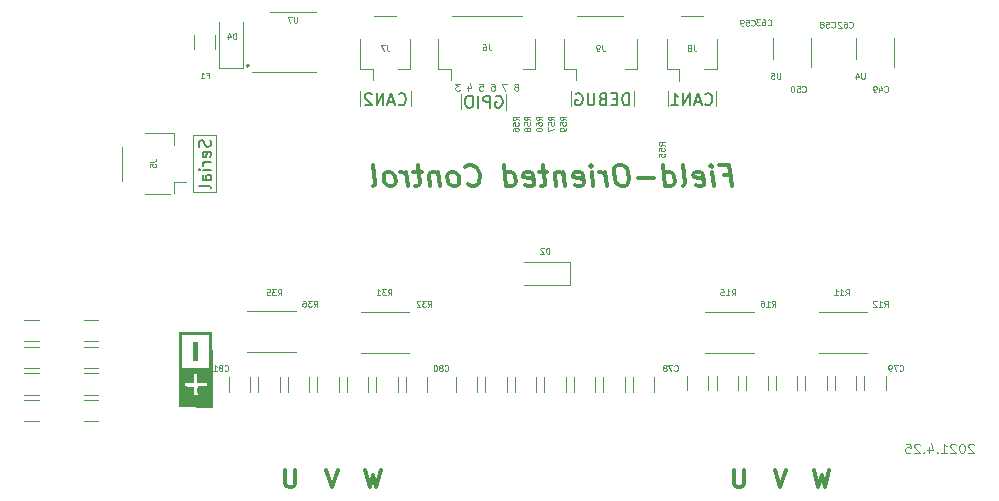
<source format=gbr>
%TF.GenerationSoftware,KiCad,Pcbnew,(5.1.5)-3*%
%TF.CreationDate,2021-04-30T11:05:51+08:00*%
%TF.ProjectId,bldc_motor_cntroller,626c6463-5f6d-46f7-946f-725f636e7472,rev?*%
%TF.SameCoordinates,PX57bcf00PY69db9c0*%
%TF.FileFunction,Legend,Bot*%
%TF.FilePolarity,Positive*%
%FSLAX46Y46*%
G04 Gerber Fmt 4.6, Leading zero omitted, Abs format (unit mm)*
G04 Created by KiCad (PCBNEW (5.1.5)-3) date 2021-04-30 11:05:51*
%MOMM*%
%LPD*%
G04 APERTURE LIST*
%ADD10C,0.120000*%
%ADD11C,0.150000*%
%ADD12C,0.100000*%
%ADD13C,0.200000*%
%ADD14C,0.300000*%
%ADD15C,0.010000*%
%ADD16C,0.070000*%
%ADD17C,0.550000*%
%ADD18R,1.142000X1.142000*%
%ADD19C,0.742000*%
%ADD20C,4.442000*%
%ADD21R,0.692000X1.102000*%
%ADD22C,3.542000*%
%ADD23R,3.542000X3.542000*%
%ADD24C,1.442000*%
%ADD25C,3.042000*%
%ADD26R,3.042000X3.042000*%
%ADD27O,2.142000X1.042000*%
%ADD28C,0.692000*%
%ADD29O,1.642000X1.042000*%
G04 APERTURE END LIST*
D10*
X43800000Y48870000D02*
X43800000Y47580000D01*
X39950000Y48890000D02*
X39950000Y47600000D01*
D11*
X42900000Y48700000D02*
X42995238Y48747620D01*
X43138095Y48747620D01*
X43280952Y48700000D01*
X43376190Y48604762D01*
X43423809Y48509524D01*
X43471428Y48319048D01*
X43471428Y48176191D01*
X43423809Y47985715D01*
X43376190Y47890477D01*
X43280952Y47795239D01*
X43138095Y47747620D01*
X43042857Y47747620D01*
X42900000Y47795239D01*
X42852380Y47842858D01*
X42852380Y48176191D01*
X43042857Y48176191D01*
X42423809Y47747620D02*
X42423809Y48747620D01*
X42042857Y48747620D01*
X41947619Y48700000D01*
X41900000Y48652381D01*
X41852380Y48557143D01*
X41852380Y48414286D01*
X41900000Y48319048D01*
X41947619Y48271429D01*
X42042857Y48223810D01*
X42423809Y48223810D01*
X41423809Y47747620D02*
X41423809Y48747620D01*
X40757142Y48747620D02*
X40566666Y48747620D01*
X40471428Y48700000D01*
X40376190Y48604762D01*
X40328571Y48414286D01*
X40328571Y48080953D01*
X40376190Y47890477D01*
X40471428Y47795239D01*
X40566666Y47747620D01*
X40757142Y47747620D01*
X40852380Y47795239D01*
X40947619Y47890477D01*
X40995238Y48080953D01*
X40995238Y48414286D01*
X40947619Y48604762D01*
X40852380Y48700000D01*
X40757142Y48747620D01*
D10*
X19200000Y40600000D02*
X19200000Y45400000D01*
X17300000Y40600000D02*
X19200000Y40600000D01*
X17300000Y45400000D02*
X17300000Y40600000D01*
X19200000Y45400000D02*
X17300000Y45400000D01*
X31400000Y49140000D02*
X31400000Y47850000D01*
X35740000Y49140000D02*
X35740000Y47850000D01*
X49300000Y49140000D02*
X49300000Y47850000D01*
X54570000Y49140000D02*
X54570000Y47850000D01*
X57500000Y49140000D02*
X57500000Y47850000D01*
X61550000Y49140000D02*
X61550000Y47850000D01*
D11*
X18704761Y44976191D02*
X18752380Y44833334D01*
X18752380Y44595239D01*
X18704761Y44500000D01*
X18657142Y44452381D01*
X18561904Y44404762D01*
X18466666Y44404762D01*
X18371428Y44452381D01*
X18323809Y44500000D01*
X18276190Y44595239D01*
X18228571Y44785715D01*
X18180952Y44880953D01*
X18133333Y44928572D01*
X18038095Y44976191D01*
X17942857Y44976191D01*
X17847619Y44928572D01*
X17800000Y44880953D01*
X17752380Y44785715D01*
X17752380Y44547620D01*
X17800000Y44404762D01*
X18704761Y43595239D02*
X18752380Y43690477D01*
X18752380Y43880953D01*
X18704761Y43976191D01*
X18609523Y44023810D01*
X18228571Y44023810D01*
X18133333Y43976191D01*
X18085714Y43880953D01*
X18085714Y43690477D01*
X18133333Y43595239D01*
X18228571Y43547620D01*
X18323809Y43547620D01*
X18419047Y44023810D01*
X18752380Y43119048D02*
X18085714Y43119048D01*
X18276190Y43119048D02*
X18180952Y43071429D01*
X18133333Y43023810D01*
X18085714Y42928572D01*
X18085714Y42833334D01*
X18752380Y42500000D02*
X18085714Y42500000D01*
X17752380Y42500000D02*
X17800000Y42547620D01*
X17847619Y42500000D01*
X17800000Y42452381D01*
X17752380Y42500000D01*
X17847619Y42500000D01*
X18752380Y41595239D02*
X18228571Y41595239D01*
X18133333Y41642858D01*
X18085714Y41738096D01*
X18085714Y41928572D01*
X18133333Y42023810D01*
X18704761Y41595239D02*
X18752380Y41690477D01*
X18752380Y41928572D01*
X18704761Y42023810D01*
X18609523Y42071429D01*
X18514285Y42071429D01*
X18419047Y42023810D01*
X18371428Y41928572D01*
X18371428Y41690477D01*
X18323809Y41595239D01*
X18752380Y40976191D02*
X18704761Y41071429D01*
X18609523Y41119048D01*
X17752380Y41119048D01*
X54163095Y47947620D02*
X54163095Y48947620D01*
X53925000Y48947620D01*
X53782142Y48900000D01*
X53686904Y48804762D01*
X53639285Y48709524D01*
X53591666Y48519048D01*
X53591666Y48376191D01*
X53639285Y48185715D01*
X53686904Y48090477D01*
X53782142Y47995239D01*
X53925000Y47947620D01*
X54163095Y47947620D01*
X53163095Y48471429D02*
X52829761Y48471429D01*
X52686904Y47947620D02*
X53163095Y47947620D01*
X53163095Y48947620D01*
X52686904Y48947620D01*
X51925000Y48471429D02*
X51782142Y48423810D01*
X51734523Y48376191D01*
X51686904Y48280953D01*
X51686904Y48138096D01*
X51734523Y48042858D01*
X51782142Y47995239D01*
X51877380Y47947620D01*
X52258333Y47947620D01*
X52258333Y48947620D01*
X51925000Y48947620D01*
X51829761Y48900000D01*
X51782142Y48852381D01*
X51734523Y48757143D01*
X51734523Y48661905D01*
X51782142Y48566667D01*
X51829761Y48519048D01*
X51925000Y48471429D01*
X52258333Y48471429D01*
X51258333Y48947620D02*
X51258333Y48138096D01*
X51210714Y48042858D01*
X51163095Y47995239D01*
X51067857Y47947620D01*
X50877380Y47947620D01*
X50782142Y47995239D01*
X50734523Y48042858D01*
X50686904Y48138096D01*
X50686904Y48947620D01*
X49686904Y48900000D02*
X49782142Y48947620D01*
X49925000Y48947620D01*
X50067857Y48900000D01*
X50163095Y48804762D01*
X50210714Y48709524D01*
X50258333Y48519048D01*
X50258333Y48376191D01*
X50210714Y48185715D01*
X50163095Y48090477D01*
X50067857Y47995239D01*
X49925000Y47947620D01*
X49829761Y47947620D01*
X49686904Y47995239D01*
X49639285Y48042858D01*
X49639285Y48376191D01*
X49829761Y48376191D01*
X34669047Y48042858D02*
X34716666Y47995239D01*
X34859523Y47947620D01*
X34954761Y47947620D01*
X35097619Y47995239D01*
X35192857Y48090477D01*
X35240476Y48185715D01*
X35288095Y48376191D01*
X35288095Y48519048D01*
X35240476Y48709524D01*
X35192857Y48804762D01*
X35097619Y48900000D01*
X34954761Y48947620D01*
X34859523Y48947620D01*
X34716666Y48900000D01*
X34669047Y48852381D01*
X34288095Y48233334D02*
X33811904Y48233334D01*
X34383333Y47947620D02*
X34050000Y48947620D01*
X33716666Y47947620D01*
X33383333Y47947620D02*
X33383333Y48947620D01*
X32811904Y47947620D01*
X32811904Y48947620D01*
X32383333Y48852381D02*
X32335714Y48900000D01*
X32240476Y48947620D01*
X32002380Y48947620D01*
X31907142Y48900000D01*
X31859523Y48852381D01*
X31811904Y48757143D01*
X31811904Y48661905D01*
X31859523Y48519048D01*
X32430952Y47947620D01*
X31811904Y47947620D01*
X60619047Y48042858D02*
X60666666Y47995239D01*
X60809523Y47947620D01*
X60904761Y47947620D01*
X61047619Y47995239D01*
X61142857Y48090477D01*
X61190476Y48185715D01*
X61238095Y48376191D01*
X61238095Y48519048D01*
X61190476Y48709524D01*
X61142857Y48804762D01*
X61047619Y48900000D01*
X60904761Y48947620D01*
X60809523Y48947620D01*
X60666666Y48900000D01*
X60619047Y48852381D01*
X60238095Y48233334D02*
X59761904Y48233334D01*
X60333333Y47947620D02*
X60000000Y48947620D01*
X59666666Y47947620D01*
X59333333Y47947620D02*
X59333333Y48947620D01*
X58761904Y47947620D01*
X58761904Y48947620D01*
X57761904Y47947620D02*
X58333333Y47947620D01*
X58047619Y47947620D02*
X58047619Y48947620D01*
X58142857Y48804762D01*
X58238095Y48709524D01*
X58333333Y48661905D01*
D12*
X39850000Y49778572D02*
X39478571Y49778572D01*
X39678571Y49550000D01*
X39592857Y49550000D01*
X39535714Y49521429D01*
X39507142Y49492858D01*
X39478571Y49435715D01*
X39478571Y49292858D01*
X39507142Y49235715D01*
X39535714Y49207143D01*
X39592857Y49178572D01*
X39764285Y49178572D01*
X39821428Y49207143D01*
X39850000Y49235715D01*
X40535714Y49578572D02*
X40535714Y49178572D01*
X40678571Y49807143D02*
X40821428Y49378572D01*
X40450000Y49378572D01*
X41507142Y49778572D02*
X41792857Y49778572D01*
X41821428Y49492858D01*
X41792857Y49521429D01*
X41735714Y49550000D01*
X41592857Y49550000D01*
X41535714Y49521429D01*
X41507142Y49492858D01*
X41478571Y49435715D01*
X41478571Y49292858D01*
X41507142Y49235715D01*
X41535714Y49207143D01*
X41592857Y49178572D01*
X41735714Y49178572D01*
X41792857Y49207143D01*
X41821428Y49235715D01*
X42535714Y49778572D02*
X42650000Y49778572D01*
X42707142Y49750000D01*
X42735714Y49721429D01*
X42792857Y49635715D01*
X42821428Y49521429D01*
X42821428Y49292858D01*
X42792857Y49235715D01*
X42764285Y49207143D01*
X42707142Y49178572D01*
X42592857Y49178572D01*
X42535714Y49207143D01*
X42507142Y49235715D01*
X42478571Y49292858D01*
X42478571Y49435715D01*
X42507142Y49492858D01*
X42535714Y49521429D01*
X42592857Y49550000D01*
X42707142Y49550000D01*
X42764285Y49521429D01*
X42792857Y49492858D01*
X42821428Y49435715D01*
X43850000Y49778572D02*
X43450000Y49778572D01*
X43707142Y49178572D01*
X44707142Y49521429D02*
X44764285Y49550000D01*
X44792857Y49578572D01*
X44821428Y49635715D01*
X44821428Y49664286D01*
X44792857Y49721429D01*
X44764285Y49750000D01*
X44707142Y49778572D01*
X44592857Y49778572D01*
X44535714Y49750000D01*
X44507142Y49721429D01*
X44478571Y49664286D01*
X44478571Y49635715D01*
X44507142Y49578572D01*
X44535714Y49550000D01*
X44592857Y49521429D01*
X44707142Y49521429D01*
X44764285Y49492858D01*
X44792857Y49464286D01*
X44821428Y49407143D01*
X44821428Y49292858D01*
X44792857Y49235715D01*
X44764285Y49207143D01*
X44707142Y49178572D01*
X44592857Y49178572D01*
X44535714Y49207143D01*
X44507142Y49235715D01*
X44478571Y49292858D01*
X44478571Y49407143D01*
X44507142Y49464286D01*
X44535714Y49492858D01*
X44592857Y49521429D01*
D13*
X22000000Y51300000D02*
G75*
G03X22000000Y51300000I-100000J0D01*
G01*
D10*
X83370238Y19211905D02*
X83332142Y19250000D01*
X83255952Y19288096D01*
X83065476Y19288096D01*
X82989285Y19250000D01*
X82951190Y19211905D01*
X82913095Y19135715D01*
X82913095Y19059524D01*
X82951190Y18945239D01*
X83408333Y18488096D01*
X82913095Y18488096D01*
X82417857Y19288096D02*
X82341666Y19288096D01*
X82265476Y19250000D01*
X82227380Y19211905D01*
X82189285Y19135715D01*
X82151190Y18983334D01*
X82151190Y18792858D01*
X82189285Y18640477D01*
X82227380Y18564286D01*
X82265476Y18526191D01*
X82341666Y18488096D01*
X82417857Y18488096D01*
X82494047Y18526191D01*
X82532142Y18564286D01*
X82570238Y18640477D01*
X82608333Y18792858D01*
X82608333Y18983334D01*
X82570238Y19135715D01*
X82532142Y19211905D01*
X82494047Y19250000D01*
X82417857Y19288096D01*
X81846428Y19211905D02*
X81808333Y19250000D01*
X81732142Y19288096D01*
X81541666Y19288096D01*
X81465476Y19250000D01*
X81427380Y19211905D01*
X81389285Y19135715D01*
X81389285Y19059524D01*
X81427380Y18945239D01*
X81884523Y18488096D01*
X81389285Y18488096D01*
X80627380Y18488096D02*
X81084523Y18488096D01*
X80855952Y18488096D02*
X80855952Y19288096D01*
X80932142Y19173810D01*
X81008333Y19097620D01*
X81084523Y19059524D01*
X80284523Y18564286D02*
X80246428Y18526191D01*
X80284523Y18488096D01*
X80322619Y18526191D01*
X80284523Y18564286D01*
X80284523Y18488096D01*
X79560714Y19021429D02*
X79560714Y18488096D01*
X79751190Y19326191D02*
X79941666Y18754762D01*
X79446428Y18754762D01*
X79141666Y18564286D02*
X79103571Y18526191D01*
X79141666Y18488096D01*
X79179761Y18526191D01*
X79141666Y18564286D01*
X79141666Y18488096D01*
X78798809Y19211905D02*
X78760714Y19250000D01*
X78684523Y19288096D01*
X78494047Y19288096D01*
X78417857Y19250000D01*
X78379761Y19211905D01*
X78341666Y19135715D01*
X78341666Y19059524D01*
X78379761Y18945239D01*
X78836904Y18488096D01*
X78341666Y18488096D01*
X77617857Y19288096D02*
X77998809Y19288096D01*
X78036904Y18907143D01*
X77998809Y18945239D01*
X77922619Y18983334D01*
X77732142Y18983334D01*
X77655952Y18945239D01*
X77617857Y18907143D01*
X77579761Y18830953D01*
X77579761Y18640477D01*
X77617857Y18564286D01*
X77655952Y18526191D01*
X77732142Y18488096D01*
X77922619Y18488096D01*
X77998809Y18526191D01*
X78036904Y18564286D01*
D14*
X67500000Y17096429D02*
X67000000Y15596429D01*
X66500000Y17096429D01*
X63928571Y17096429D02*
X63928571Y15882143D01*
X63857142Y15739286D01*
X63785714Y15667858D01*
X63642857Y15596429D01*
X63357142Y15596429D01*
X63214285Y15667858D01*
X63142857Y15739286D01*
X63071428Y15882143D01*
X63071428Y17096429D01*
X71142857Y17096429D02*
X70785714Y15596429D01*
X70500000Y16667858D01*
X70214285Y15596429D01*
X69857142Y17096429D01*
X33142857Y17096429D02*
X32785714Y15596429D01*
X32500000Y16667858D01*
X32214285Y15596429D01*
X31857142Y17096429D01*
X29500000Y17096429D02*
X29000000Y15596429D01*
X28500000Y17096429D01*
X25928571Y17096429D02*
X25928571Y15882143D01*
X25857142Y15739286D01*
X25785714Y15667858D01*
X25642857Y15596429D01*
X25357142Y15596429D01*
X25214285Y15667858D01*
X25142857Y15739286D01*
X25071428Y15882143D01*
X25071428Y17096429D01*
X62193125Y42028572D02*
X62793125Y42028572D01*
X62910982Y41085715D02*
X62685982Y42885715D01*
X61828839Y42885715D01*
X61368125Y41085715D02*
X61218125Y42285715D01*
X61143125Y42885715D02*
X61239553Y42800000D01*
X61164553Y42714286D01*
X61068125Y42800000D01*
X61143125Y42885715D01*
X61164553Y42714286D01*
X59814553Y41171429D02*
X59996696Y41085715D01*
X60339553Y41085715D01*
X60500267Y41171429D01*
X60564553Y41342858D01*
X60478839Y42028572D01*
X60371696Y42200000D01*
X60189553Y42285715D01*
X59846696Y42285715D01*
X59685982Y42200000D01*
X59621696Y42028572D01*
X59643125Y41857143D01*
X60521696Y41685715D01*
X58710982Y41085715D02*
X58871696Y41171429D01*
X58935982Y41342858D01*
X58743125Y42885715D01*
X57253839Y41085715D02*
X57028839Y42885715D01*
X57243125Y41171429D02*
X57425267Y41085715D01*
X57768125Y41085715D01*
X57928839Y41171429D01*
X58003839Y41257143D01*
X58068125Y41428572D01*
X58003839Y41942858D01*
X57896696Y42114286D01*
X57800267Y42200000D01*
X57618125Y42285715D01*
X57275267Y42285715D01*
X57114553Y42200000D01*
X56310982Y41771429D02*
X54939553Y41771429D01*
X53600267Y42885715D02*
X53257410Y42885715D01*
X53096696Y42800000D01*
X52946696Y42628572D01*
X52903839Y42285715D01*
X52978839Y41685715D01*
X53107410Y41342858D01*
X53300267Y41171429D01*
X53482410Y41085715D01*
X53825267Y41085715D01*
X53985982Y41171429D01*
X54135982Y41342858D01*
X54178839Y41685715D01*
X54103839Y42285715D01*
X53975267Y42628572D01*
X53782410Y42800000D01*
X53600267Y42885715D01*
X52282410Y41085715D02*
X52132410Y42285715D01*
X52175267Y41942858D02*
X52068125Y42114286D01*
X51971696Y42200000D01*
X51789553Y42285715D01*
X51618125Y42285715D01*
X51168125Y41085715D02*
X51018125Y42285715D01*
X50943125Y42885715D02*
X51039553Y42800000D01*
X50964553Y42714286D01*
X50868125Y42800000D01*
X50943125Y42885715D01*
X50964553Y42714286D01*
X49614553Y41171429D02*
X49796696Y41085715D01*
X50139553Y41085715D01*
X50300267Y41171429D01*
X50364553Y41342858D01*
X50278839Y42028572D01*
X50171696Y42200000D01*
X49989553Y42285715D01*
X49646696Y42285715D01*
X49485982Y42200000D01*
X49421696Y42028572D01*
X49443125Y41857143D01*
X50321696Y41685715D01*
X48618125Y42285715D02*
X48768125Y41085715D01*
X48639553Y42114286D02*
X48543125Y42200000D01*
X48360982Y42285715D01*
X48103839Y42285715D01*
X47943125Y42200000D01*
X47878839Y42028572D01*
X47996696Y41085715D01*
X47246696Y42285715D02*
X46560982Y42285715D01*
X46914553Y42885715D02*
X47107410Y41342858D01*
X47043125Y41171429D01*
X46882410Y41085715D01*
X46710982Y41085715D01*
X45414553Y41171429D02*
X45596696Y41085715D01*
X45939553Y41085715D01*
X46100267Y41171429D01*
X46164553Y41342858D01*
X46078839Y42028572D01*
X45971696Y42200000D01*
X45789553Y42285715D01*
X45446696Y42285715D01*
X45285982Y42200000D01*
X45221696Y42028572D01*
X45243125Y41857143D01*
X46121696Y41685715D01*
X43796696Y41085715D02*
X43571696Y42885715D01*
X43785982Y41171429D02*
X43968125Y41085715D01*
X44310982Y41085715D01*
X44471696Y41171429D01*
X44546696Y41257143D01*
X44610982Y41428572D01*
X44546696Y41942858D01*
X44439553Y42114286D01*
X44343125Y42200000D01*
X44160982Y42285715D01*
X43818125Y42285715D01*
X43657410Y42200000D01*
X40518125Y41257143D02*
X40614553Y41171429D01*
X40882410Y41085715D01*
X41053839Y41085715D01*
X41300267Y41171429D01*
X41450267Y41342858D01*
X41514553Y41514286D01*
X41557410Y41857143D01*
X41525267Y42114286D01*
X41396696Y42457143D01*
X41289553Y42628572D01*
X41096696Y42800000D01*
X40828839Y42885715D01*
X40657410Y42885715D01*
X40410982Y42800000D01*
X40335982Y42714286D01*
X39510982Y41085715D02*
X39671696Y41171429D01*
X39746696Y41257143D01*
X39810982Y41428572D01*
X39746696Y41942858D01*
X39639553Y42114286D01*
X39543125Y42200000D01*
X39360982Y42285715D01*
X39103839Y42285715D01*
X38943125Y42200000D01*
X38868125Y42114286D01*
X38803839Y41942858D01*
X38868125Y41428572D01*
X38975267Y41257143D01*
X39071696Y41171429D01*
X39253839Y41085715D01*
X39510982Y41085715D01*
X37989553Y42285715D02*
X38139553Y41085715D01*
X38010982Y42114286D02*
X37914553Y42200000D01*
X37732410Y42285715D01*
X37475267Y42285715D01*
X37314553Y42200000D01*
X37250267Y42028572D01*
X37368125Y41085715D01*
X36618125Y42285715D02*
X35932410Y42285715D01*
X36285982Y42885715D02*
X36478839Y41342858D01*
X36414553Y41171429D01*
X36253839Y41085715D01*
X36082410Y41085715D01*
X35482410Y41085715D02*
X35332410Y42285715D01*
X35375267Y41942858D02*
X35268125Y42114286D01*
X35171696Y42200000D01*
X34989553Y42285715D01*
X34818125Y42285715D01*
X34110982Y41085715D02*
X34271696Y41171429D01*
X34346696Y41257143D01*
X34410982Y41428572D01*
X34346696Y41942858D01*
X34239553Y42114286D01*
X34143125Y42200000D01*
X33960982Y42285715D01*
X33703839Y42285715D01*
X33543125Y42200000D01*
X33468125Y42114286D01*
X33403839Y41942858D01*
X33468125Y41428572D01*
X33575267Y41257143D01*
X33671696Y41171429D01*
X33853839Y41085715D01*
X34110982Y41085715D01*
X32482410Y41085715D02*
X32643125Y41171429D01*
X32707410Y41342858D01*
X32514553Y42885715D01*
D15*
%TO.C,G\002A\002A\002A*%
G36*
X17286852Y26374629D02*
G01*
X17616111Y26374629D01*
X17616111Y27926852D01*
X17286852Y27926852D01*
X17286852Y26374629D01*
G37*
X17286852Y26374629D02*
X17616111Y26374629D01*
X17616111Y27926852D01*
X17286852Y27926852D01*
X17286852Y26374629D01*
G36*
X17772073Y28765125D02*
G01*
X17424726Y28762506D01*
X16087408Y28750000D01*
X16087408Y22447037D01*
X18839074Y22422097D01*
X18838597Y24489343D01*
X18415741Y24489343D01*
X18415741Y24174848D01*
X18111335Y24142249D01*
X17946094Y24130198D01*
X17815807Y24130971D01*
X17753298Y24142795D01*
X17688244Y24145914D01*
X17648431Y24063955D01*
X17635554Y23902922D01*
X17643008Y23751768D01*
X17651596Y23589797D01*
X17648830Y23464005D01*
X17637698Y23408171D01*
X17575095Y23379468D01*
X17459919Y23371907D01*
X17435353Y23373439D01*
X17263334Y23387778D01*
X17235858Y24116852D01*
X16935943Y24116852D01*
X16726795Y24121367D01*
X16594450Y24140405D01*
X16521846Y24182207D01*
X16491921Y24255010D01*
X16487222Y24333551D01*
X16487222Y24493148D01*
X17239815Y24493148D01*
X17239815Y24864412D01*
X17243848Y25067037D01*
X17262972Y25191642D01*
X17307726Y25254169D01*
X17388646Y25270562D01*
X17500693Y25259110D01*
X17643978Y25237877D01*
X17641804Y24877272D01*
X17639630Y24516666D01*
X18027685Y24503005D01*
X18415741Y24489343D01*
X18838597Y24489343D01*
X18838354Y25539012D01*
X18837674Y26073002D01*
X18835949Y26579868D01*
X18833276Y27051676D01*
X18829751Y27480492D01*
X18826039Y27808225D01*
X18607805Y27808225D01*
X18607682Y27515739D01*
X18607449Y27202999D01*
X18607118Y26884772D01*
X18606705Y26575820D01*
X18606224Y26290907D01*
X18605688Y26044799D01*
X18605110Y25852260D01*
X18604506Y25728053D01*
X18604292Y25703530D01*
X18559257Y25694101D01*
X18432825Y25686592D01*
X18237655Y25681259D01*
X17986408Y25678359D01*
X17691747Y25678145D01*
X17439722Y25680011D01*
X16275556Y25692592D01*
X16275556Y28561852D01*
X17439722Y28574433D01*
X18603889Y28587014D01*
X18606914Y28480359D01*
X18607372Y28416525D01*
X18607664Y28273383D01*
X18607804Y28065694D01*
X18607805Y27808225D01*
X18826039Y27808225D01*
X18825470Y27858381D01*
X18820529Y28177410D01*
X18815024Y28429644D01*
X18809053Y28607149D01*
X18802710Y28701990D01*
X18799839Y28715469D01*
X18767661Y28733528D01*
X18691218Y28747285D01*
X18561973Y28757031D01*
X18371392Y28763058D01*
X18110937Y28765659D01*
X17772073Y28765125D01*
G37*
X17772073Y28765125D02*
X17424726Y28762506D01*
X16087408Y28750000D01*
X16087408Y22447037D01*
X18839074Y22422097D01*
X18838597Y24489343D01*
X18415741Y24489343D01*
X18415741Y24174848D01*
X18111335Y24142249D01*
X17946094Y24130198D01*
X17815807Y24130971D01*
X17753298Y24142795D01*
X17688244Y24145914D01*
X17648431Y24063955D01*
X17635554Y23902922D01*
X17643008Y23751768D01*
X17651596Y23589797D01*
X17648830Y23464005D01*
X17637698Y23408171D01*
X17575095Y23379468D01*
X17459919Y23371907D01*
X17435353Y23373439D01*
X17263334Y23387778D01*
X17235858Y24116852D01*
X16935943Y24116852D01*
X16726795Y24121367D01*
X16594450Y24140405D01*
X16521846Y24182207D01*
X16491921Y24255010D01*
X16487222Y24333551D01*
X16487222Y24493148D01*
X17239815Y24493148D01*
X17239815Y24864412D01*
X17243848Y25067037D01*
X17262972Y25191642D01*
X17307726Y25254169D01*
X17388646Y25270562D01*
X17500693Y25259110D01*
X17643978Y25237877D01*
X17641804Y24877272D01*
X17639630Y24516666D01*
X18027685Y24503005D01*
X18415741Y24489343D01*
X18838597Y24489343D01*
X18838354Y25539012D01*
X18837674Y26073002D01*
X18835949Y26579868D01*
X18833276Y27051676D01*
X18829751Y27480492D01*
X18826039Y27808225D01*
X18607805Y27808225D01*
X18607682Y27515739D01*
X18607449Y27202999D01*
X18607118Y26884772D01*
X18606705Y26575820D01*
X18606224Y26290907D01*
X18605688Y26044799D01*
X18605110Y25852260D01*
X18604506Y25728053D01*
X18604292Y25703530D01*
X18559257Y25694101D01*
X18432825Y25686592D01*
X18237655Y25681259D01*
X17986408Y25678359D01*
X17691747Y25678145D01*
X17439722Y25680011D01*
X16275556Y25692592D01*
X16275556Y28561852D01*
X17439722Y28574433D01*
X18603889Y28587014D01*
X18606914Y28480359D01*
X18607372Y28416525D01*
X18607664Y28273383D01*
X18607804Y28065694D01*
X18607805Y27808225D01*
X18826039Y27808225D01*
X18825470Y27858381D01*
X18820529Y28177410D01*
X18815024Y28429644D01*
X18809053Y28607149D01*
X18802710Y28701990D01*
X18799839Y28715469D01*
X18767661Y28733528D01*
X18691218Y28747285D01*
X18561973Y28757031D01*
X18371392Y28763058D01*
X18110937Y28765659D01*
X17772073Y28765125D01*
D10*
%TO.C,J9*%
X48640000Y53540000D02*
X48640000Y51040000D01*
X48640000Y51040000D02*
X49690000Y51040000D01*
X49690000Y51040000D02*
X49690000Y50050000D01*
X54860000Y53540000D02*
X54860000Y51040000D01*
X54860000Y51040000D02*
X53810000Y51040000D01*
X49810000Y55510000D02*
X53690000Y55510000D01*
%TO.C,D4*%
X21500000Y51100000D02*
X21500000Y54950000D01*
X19500000Y51100000D02*
X19500000Y54950000D01*
X21500000Y51100000D02*
X19500000Y51100000D01*
%TO.C,J6*%
X39210000Y55510000D02*
X45090000Y55510000D01*
X46260000Y51040000D02*
X45210000Y51040000D01*
X46260000Y53540000D02*
X46260000Y51040000D01*
X39090000Y51040000D02*
X39090000Y50050000D01*
X38040000Y51040000D02*
X39090000Y51040000D01*
X38040000Y53540000D02*
X38040000Y51040000D01*
%TO.C,R16*%
X64752064Y30410000D02*
X60647936Y30410000D01*
X64752064Y26990000D02*
X60647936Y26990000D01*
%TO.C,R12*%
X74352064Y30410000D02*
X70247936Y30410000D01*
X74352064Y26990000D02*
X70247936Y26990000D01*
%TO.C,U4*%
X76610000Y53650000D02*
X76610000Y51200000D01*
X73390000Y51850000D02*
X73390000Y53650000D01*
%TO.C,R32*%
X35552064Y30410000D02*
X31447936Y30410000D01*
X35552064Y26990000D02*
X31447936Y26990000D01*
%TO.C,R36*%
X25952064Y30510000D02*
X21847936Y30510000D01*
X25952064Y27090000D02*
X21847936Y27090000D01*
%TO.C,J5*%
X11215000Y41560000D02*
X11215000Y44440000D01*
X15685000Y45610000D02*
X15685000Y44560000D01*
X13185000Y45610000D02*
X15685000Y45610000D01*
X15685000Y41440000D02*
X16675000Y41440000D01*
X15685000Y40390000D02*
X15685000Y41440000D01*
X13185000Y40390000D02*
X15685000Y40390000D01*
%TO.C,J8*%
X58560000Y55485000D02*
X60440000Y55485000D01*
X61610000Y51015000D02*
X60560000Y51015000D01*
X61610000Y53515000D02*
X61610000Y51015000D01*
X58440000Y51015000D02*
X58440000Y50025000D01*
X57390000Y51015000D02*
X58440000Y51015000D01*
X57390000Y53515000D02*
X57390000Y51015000D01*
%TO.C,C39*%
X75910000Y23797936D02*
X75910000Y25002064D01*
X74090000Y23797936D02*
X74090000Y25002064D01*
%TO.C,C40*%
X73410000Y23797936D02*
X73410000Y25002064D01*
X71590000Y23797936D02*
X71590000Y25002064D01*
%TO.C,C42*%
X70910000Y23797936D02*
X70910000Y25002064D01*
X69090000Y23797936D02*
X69090000Y25002064D01*
%TO.C,C44*%
X68410000Y23797936D02*
X68410000Y25002064D01*
X66590000Y23797936D02*
X66590000Y25002064D01*
%TO.C,C45*%
X65910000Y23797936D02*
X65910000Y25002064D01*
X64090000Y23797936D02*
X64090000Y25002064D01*
%TO.C,C46*%
X63410000Y23797936D02*
X63410000Y25002064D01*
X61590000Y23797936D02*
X61590000Y25002064D01*
%TO.C,C47*%
X60910000Y23797936D02*
X60910000Y25002064D01*
X59090000Y23797936D02*
X59090000Y25002064D01*
%TO.C,C48*%
X56310000Y23697936D02*
X56310000Y24902064D01*
X54490000Y23697936D02*
X54490000Y24902064D01*
%TO.C,C51*%
X53810000Y23697936D02*
X53810000Y24902064D01*
X51990000Y23697936D02*
X51990000Y24902064D01*
%TO.C,C53*%
X51310000Y23697936D02*
X51310000Y24902064D01*
X49490000Y23697936D02*
X49490000Y24902064D01*
%TO.C,C54*%
X48810000Y23697936D02*
X48810000Y24902064D01*
X46990000Y23697936D02*
X46990000Y24902064D01*
%TO.C,C55*%
X46310000Y23697936D02*
X46310000Y24902064D01*
X44490000Y23697936D02*
X44490000Y24902064D01*
%TO.C,C56*%
X43810000Y23697936D02*
X43810000Y24902064D01*
X41990000Y23697936D02*
X41990000Y24902064D01*
%TO.C,C57*%
X41310000Y23697936D02*
X41310000Y24902064D01*
X39490000Y23697936D02*
X39490000Y24902064D01*
%TO.C,C60*%
X37110000Y23697936D02*
X37110000Y24902064D01*
X35290000Y23697936D02*
X35290000Y24902064D01*
%TO.C,C61*%
X34610000Y23697936D02*
X34610000Y24902064D01*
X32790000Y23697936D02*
X32790000Y24902064D01*
%TO.C,C64*%
X32110000Y23697936D02*
X32110000Y24902064D01*
X30290000Y23697936D02*
X30290000Y24902064D01*
%TO.C,C65*%
X29610000Y23697936D02*
X29610000Y24902064D01*
X27790000Y23697936D02*
X27790000Y24902064D01*
%TO.C,C66*%
X27110000Y23697936D02*
X27110000Y24902064D01*
X25290000Y23697936D02*
X25290000Y24902064D01*
%TO.C,C68*%
X22110000Y23697936D02*
X22110000Y24902064D01*
X20290000Y23697936D02*
X20290000Y24902064D01*
%TO.C,U5*%
X66390000Y51850000D02*
X66390000Y53650000D01*
X69610000Y53650000D02*
X69610000Y51200000D01*
%TO.C,U7*%
X25750000Y50715000D02*
X22300000Y50715000D01*
X25750000Y50715000D02*
X27700000Y50715000D01*
X25750000Y55835000D02*
X23800000Y55835000D01*
X25750000Y55835000D02*
X27700000Y55835000D01*
%TO.C,J7*%
X32610000Y55510000D02*
X34490000Y55510000D01*
X35660000Y51040000D02*
X34610000Y51040000D01*
X35660000Y53540000D02*
X35660000Y51040000D01*
X32490000Y51040000D02*
X32490000Y50050000D01*
X31440000Y51040000D02*
X32490000Y51040000D01*
X31440000Y53540000D02*
X31440000Y51040000D01*
%TO.C,C69*%
X4202064Y27940000D02*
X2997936Y27940000D01*
X4202064Y29760000D02*
X2997936Y29760000D01*
%TO.C,C70*%
X7997936Y23010000D02*
X9202064Y23010000D01*
X7997936Y21190000D02*
X9202064Y21190000D01*
%TO.C,C71*%
X4202064Y25690000D02*
X2997936Y25690000D01*
X4202064Y27510000D02*
X2997936Y27510000D01*
%TO.C,C73*%
X7997936Y25260000D02*
X9202064Y25260000D01*
X7997936Y23440000D02*
X9202064Y23440000D01*
%TO.C,C74*%
X4202064Y23440000D02*
X2997936Y23440000D01*
X4202064Y25260000D02*
X2997936Y25260000D01*
%TO.C,C75*%
X7997936Y27510000D02*
X9202064Y27510000D01*
X7997936Y25690000D02*
X9202064Y25690000D01*
%TO.C,C76*%
X4202064Y21190000D02*
X2997936Y21190000D01*
X4202064Y23010000D02*
X2997936Y23010000D01*
%TO.C,C77*%
X7997936Y29760000D02*
X9202064Y29760000D01*
X7997936Y27940000D02*
X9202064Y27940000D01*
%TO.C,C67*%
X24610000Y23697936D02*
X24610000Y24902064D01*
X22790000Y23697936D02*
X22790000Y24902064D01*
%TO.C,D2*%
X49150000Y34700000D02*
X45300000Y34700000D01*
X49150000Y32700000D02*
X45300000Y32700000D01*
X49150000Y34700000D02*
X49150000Y32700000D01*
%TO.C,F1*%
X17340000Y52697936D02*
X17340000Y53902064D01*
X19160000Y52697936D02*
X19160000Y53902064D01*
%TO.C,R56*%
D16*
X44826190Y46671429D02*
X44588095Y46838096D01*
X44826190Y46957143D02*
X44326190Y46957143D01*
X44326190Y46766667D01*
X44350000Y46719048D01*
X44373809Y46695239D01*
X44421428Y46671429D01*
X44492857Y46671429D01*
X44540476Y46695239D01*
X44564285Y46719048D01*
X44588095Y46766667D01*
X44588095Y46957143D01*
X44326190Y46219048D02*
X44326190Y46457143D01*
X44564285Y46480953D01*
X44540476Y46457143D01*
X44516666Y46409524D01*
X44516666Y46290477D01*
X44540476Y46242858D01*
X44564285Y46219048D01*
X44611904Y46195239D01*
X44730952Y46195239D01*
X44778571Y46219048D01*
X44802380Y46242858D01*
X44826190Y46290477D01*
X44826190Y46409524D01*
X44802380Y46457143D01*
X44778571Y46480953D01*
X44326190Y45766667D02*
X44326190Y45861905D01*
X44350000Y45909524D01*
X44373809Y45933334D01*
X44445238Y45980953D01*
X44540476Y46004762D01*
X44730952Y46004762D01*
X44778571Y45980953D01*
X44802380Y45957143D01*
X44826190Y45909524D01*
X44826190Y45814286D01*
X44802380Y45766667D01*
X44778571Y45742858D01*
X44730952Y45719048D01*
X44611904Y45719048D01*
X44564285Y45742858D01*
X44540476Y45766667D01*
X44516666Y45814286D01*
X44516666Y45909524D01*
X44540476Y45957143D01*
X44564285Y45980953D01*
X44611904Y46004762D01*
%TO.C,J9*%
X51916666Y53048810D02*
X51916666Y52691667D01*
X51940476Y52620239D01*
X51988095Y52572620D01*
X52059523Y52548810D01*
X52107142Y52548810D01*
X51654761Y52548810D02*
X51559523Y52548810D01*
X51511904Y52572620D01*
X51488095Y52596429D01*
X51440476Y52667858D01*
X51416666Y52763096D01*
X51416666Y52953572D01*
X51440476Y53001191D01*
X51464285Y53025000D01*
X51511904Y53048810D01*
X51607142Y53048810D01*
X51654761Y53025000D01*
X51678571Y53001191D01*
X51702380Y52953572D01*
X51702380Y52834524D01*
X51678571Y52786905D01*
X51654761Y52763096D01*
X51607142Y52739286D01*
X51511904Y52739286D01*
X51464285Y52763096D01*
X51440476Y52786905D01*
X51416666Y52834524D01*
%TO.C,D4*%
X20919047Y53523810D02*
X20919047Y54023810D01*
X20800000Y54023810D01*
X20728571Y54000000D01*
X20680952Y53952381D01*
X20657142Y53904762D01*
X20633333Y53809524D01*
X20633333Y53738096D01*
X20657142Y53642858D01*
X20680952Y53595239D01*
X20728571Y53547620D01*
X20800000Y53523810D01*
X20919047Y53523810D01*
X20204761Y53857143D02*
X20204761Y53523810D01*
X20323809Y54047620D02*
X20442857Y53690477D01*
X20133333Y53690477D01*
%TO.C,J6*%
X42306666Y53093810D02*
X42306666Y52736667D01*
X42330476Y52665239D01*
X42378095Y52617620D01*
X42449523Y52593810D01*
X42497142Y52593810D01*
X41854285Y53093810D02*
X41949523Y53093810D01*
X41997142Y53070000D01*
X42020952Y53046191D01*
X42068571Y52974762D01*
X42092380Y52879524D01*
X42092380Y52689048D01*
X42068571Y52641429D01*
X42044761Y52617620D01*
X41997142Y52593810D01*
X41901904Y52593810D01*
X41854285Y52617620D01*
X41830476Y52641429D01*
X41806666Y52689048D01*
X41806666Y52808096D01*
X41830476Y52855715D01*
X41854285Y52879524D01*
X41901904Y52903334D01*
X41997142Y52903334D01*
X42044761Y52879524D01*
X42068571Y52855715D01*
X42092380Y52808096D01*
%TO.C,R16*%
X66291428Y30883810D02*
X66458095Y31121905D01*
X66577142Y30883810D02*
X66577142Y31383810D01*
X66386666Y31383810D01*
X66339047Y31360000D01*
X66315238Y31336191D01*
X66291428Y31288572D01*
X66291428Y31217143D01*
X66315238Y31169524D01*
X66339047Y31145715D01*
X66386666Y31121905D01*
X66577142Y31121905D01*
X65815238Y30883810D02*
X66100952Y30883810D01*
X65958095Y30883810D02*
X65958095Y31383810D01*
X66005714Y31312381D01*
X66053333Y31264762D01*
X66100952Y31240953D01*
X65386666Y31383810D02*
X65481904Y31383810D01*
X65529523Y31360000D01*
X65553333Y31336191D01*
X65600952Y31264762D01*
X65624761Y31169524D01*
X65624761Y30979048D01*
X65600952Y30931429D01*
X65577142Y30907620D01*
X65529523Y30883810D01*
X65434285Y30883810D01*
X65386666Y30907620D01*
X65362857Y30931429D01*
X65339047Y30979048D01*
X65339047Y31098096D01*
X65362857Y31145715D01*
X65386666Y31169524D01*
X65434285Y31193334D01*
X65529523Y31193334D01*
X65577142Y31169524D01*
X65600952Y31145715D01*
X65624761Y31098096D01*
%TO.C,R12*%
X75801428Y30883810D02*
X75968095Y31121905D01*
X76087142Y30883810D02*
X76087142Y31383810D01*
X75896666Y31383810D01*
X75849047Y31360000D01*
X75825238Y31336191D01*
X75801428Y31288572D01*
X75801428Y31217143D01*
X75825238Y31169524D01*
X75849047Y31145715D01*
X75896666Y31121905D01*
X76087142Y31121905D01*
X75325238Y30883810D02*
X75610952Y30883810D01*
X75468095Y30883810D02*
X75468095Y31383810D01*
X75515714Y31312381D01*
X75563333Y31264762D01*
X75610952Y31240953D01*
X75134761Y31336191D02*
X75110952Y31360000D01*
X75063333Y31383810D01*
X74944285Y31383810D01*
X74896666Y31360000D01*
X74872857Y31336191D01*
X74849047Y31288572D01*
X74849047Y31240953D01*
X74872857Y31169524D01*
X75158571Y30883810D01*
X74849047Y30883810D01*
%TO.C,U4*%
X74130952Y50673810D02*
X74130952Y50269048D01*
X74107142Y50221429D01*
X74083333Y50197620D01*
X74035714Y50173810D01*
X73940476Y50173810D01*
X73892857Y50197620D01*
X73869047Y50221429D01*
X73845238Y50269048D01*
X73845238Y50673810D01*
X73392857Y50507143D02*
X73392857Y50173810D01*
X73511904Y50697620D02*
X73630952Y50340477D01*
X73321428Y50340477D01*
%TO.C,R32*%
X37151428Y30883810D02*
X37318095Y31121905D01*
X37437142Y30883810D02*
X37437142Y31383810D01*
X37246666Y31383810D01*
X37199047Y31360000D01*
X37175238Y31336191D01*
X37151428Y31288572D01*
X37151428Y31217143D01*
X37175238Y31169524D01*
X37199047Y31145715D01*
X37246666Y31121905D01*
X37437142Y31121905D01*
X36984761Y31383810D02*
X36675238Y31383810D01*
X36841904Y31193334D01*
X36770476Y31193334D01*
X36722857Y31169524D01*
X36699047Y31145715D01*
X36675238Y31098096D01*
X36675238Y30979048D01*
X36699047Y30931429D01*
X36722857Y30907620D01*
X36770476Y30883810D01*
X36913333Y30883810D01*
X36960952Y30907620D01*
X36984761Y30931429D01*
X36484761Y31336191D02*
X36460952Y31360000D01*
X36413333Y31383810D01*
X36294285Y31383810D01*
X36246666Y31360000D01*
X36222857Y31336191D01*
X36199047Y31288572D01*
X36199047Y31240953D01*
X36222857Y31169524D01*
X36508571Y30883810D01*
X36199047Y30883810D01*
%TO.C,R36*%
X27481428Y30883810D02*
X27648095Y31121905D01*
X27767142Y30883810D02*
X27767142Y31383810D01*
X27576666Y31383810D01*
X27529047Y31360000D01*
X27505238Y31336191D01*
X27481428Y31288572D01*
X27481428Y31217143D01*
X27505238Y31169524D01*
X27529047Y31145715D01*
X27576666Y31121905D01*
X27767142Y31121905D01*
X27314761Y31383810D02*
X27005238Y31383810D01*
X27171904Y31193334D01*
X27100476Y31193334D01*
X27052857Y31169524D01*
X27029047Y31145715D01*
X27005238Y31098096D01*
X27005238Y30979048D01*
X27029047Y30931429D01*
X27052857Y30907620D01*
X27100476Y30883810D01*
X27243333Y30883810D01*
X27290952Y30907620D01*
X27314761Y30931429D01*
X26576666Y31383810D02*
X26671904Y31383810D01*
X26719523Y31360000D01*
X26743333Y31336191D01*
X26790952Y31264762D01*
X26814761Y31169524D01*
X26814761Y30979048D01*
X26790952Y30931429D01*
X26767142Y30907620D01*
X26719523Y30883810D01*
X26624285Y30883810D01*
X26576666Y30907620D01*
X26552857Y30931429D01*
X26529047Y30979048D01*
X26529047Y31098096D01*
X26552857Y31145715D01*
X26576666Y31169524D01*
X26624285Y31193334D01*
X26719523Y31193334D01*
X26767142Y31169524D01*
X26790952Y31145715D01*
X26814761Y31098096D01*
%TO.C,J5*%
X13636190Y43176667D02*
X13993333Y43176667D01*
X14064761Y43200477D01*
X14112380Y43248096D01*
X14136190Y43319524D01*
X14136190Y43367143D01*
X13636190Y42700477D02*
X13636190Y42938572D01*
X13874285Y42962381D01*
X13850476Y42938572D01*
X13826666Y42890953D01*
X13826666Y42771905D01*
X13850476Y42724286D01*
X13874285Y42700477D01*
X13921904Y42676667D01*
X14040952Y42676667D01*
X14088571Y42700477D01*
X14112380Y42724286D01*
X14136190Y42771905D01*
X14136190Y42890953D01*
X14112380Y42938572D01*
X14088571Y42962381D01*
%TO.C,J8*%
X59666666Y53043810D02*
X59666666Y52686667D01*
X59690476Y52615239D01*
X59738095Y52567620D01*
X59809523Y52543810D01*
X59857142Y52543810D01*
X59357142Y52829524D02*
X59404761Y52853334D01*
X59428571Y52877143D01*
X59452380Y52924762D01*
X59452380Y52948572D01*
X59428571Y52996191D01*
X59404761Y53020000D01*
X59357142Y53043810D01*
X59261904Y53043810D01*
X59214285Y53020000D01*
X59190476Y52996191D01*
X59166666Y52948572D01*
X59166666Y52924762D01*
X59190476Y52877143D01*
X59214285Y52853334D01*
X59261904Y52829524D01*
X59357142Y52829524D01*
X59404761Y52805715D01*
X59428571Y52781905D01*
X59452380Y52734286D01*
X59452380Y52639048D01*
X59428571Y52591429D01*
X59404761Y52567620D01*
X59357142Y52543810D01*
X59261904Y52543810D01*
X59214285Y52567620D01*
X59190476Y52591429D01*
X59166666Y52639048D01*
X59166666Y52734286D01*
X59190476Y52781905D01*
X59214285Y52805715D01*
X59261904Y52829524D01*
%TO.C,U5*%
X66990952Y50673810D02*
X66990952Y50269048D01*
X66967142Y50221429D01*
X66943333Y50197620D01*
X66895714Y50173810D01*
X66800476Y50173810D01*
X66752857Y50197620D01*
X66729047Y50221429D01*
X66705238Y50269048D01*
X66705238Y50673810D01*
X66229047Y50673810D02*
X66467142Y50673810D01*
X66490952Y50435715D01*
X66467142Y50459524D01*
X66419523Y50483334D01*
X66300476Y50483334D01*
X66252857Y50459524D01*
X66229047Y50435715D01*
X66205238Y50388096D01*
X66205238Y50269048D01*
X66229047Y50221429D01*
X66252857Y50197620D01*
X66300476Y50173810D01*
X66419523Y50173810D01*
X66467142Y50197620D01*
X66490952Y50221429D01*
%TO.C,U7*%
X26080952Y55423810D02*
X26080952Y55019048D01*
X26057142Y54971429D01*
X26033333Y54947620D01*
X25985714Y54923810D01*
X25890476Y54923810D01*
X25842857Y54947620D01*
X25819047Y54971429D01*
X25795238Y55019048D01*
X25795238Y55423810D01*
X25604761Y55423810D02*
X25271428Y55423810D01*
X25485714Y54923810D01*
%TO.C,J7*%
X33706666Y53033810D02*
X33706666Y52676667D01*
X33730476Y52605239D01*
X33778095Y52557620D01*
X33849523Y52533810D01*
X33897142Y52533810D01*
X33516190Y53033810D02*
X33182857Y53033810D01*
X33397142Y52533810D01*
%TO.C,C49*%
X75811428Y49111429D02*
X75835238Y49087620D01*
X75906666Y49063810D01*
X75954285Y49063810D01*
X76025714Y49087620D01*
X76073333Y49135239D01*
X76097142Y49182858D01*
X76120952Y49278096D01*
X76120952Y49349524D01*
X76097142Y49444762D01*
X76073333Y49492381D01*
X76025714Y49540000D01*
X75954285Y49563810D01*
X75906666Y49563810D01*
X75835238Y49540000D01*
X75811428Y49516191D01*
X75382857Y49397143D02*
X75382857Y49063810D01*
X75501904Y49587620D02*
X75620952Y49230477D01*
X75311428Y49230477D01*
X75097142Y49063810D02*
X75001904Y49063810D01*
X74954285Y49087620D01*
X74930476Y49111429D01*
X74882857Y49182858D01*
X74859047Y49278096D01*
X74859047Y49468572D01*
X74882857Y49516191D01*
X74906666Y49540000D01*
X74954285Y49563810D01*
X75049523Y49563810D01*
X75097142Y49540000D01*
X75120952Y49516191D01*
X75144761Y49468572D01*
X75144761Y49349524D01*
X75120952Y49301905D01*
X75097142Y49278096D01*
X75049523Y49254286D01*
X74954285Y49254286D01*
X74906666Y49278096D01*
X74882857Y49301905D01*
X74859047Y49349524D01*
%TO.C,C58*%
X71321428Y54571429D02*
X71345238Y54547620D01*
X71416666Y54523810D01*
X71464285Y54523810D01*
X71535714Y54547620D01*
X71583333Y54595239D01*
X71607142Y54642858D01*
X71630952Y54738096D01*
X71630952Y54809524D01*
X71607142Y54904762D01*
X71583333Y54952381D01*
X71535714Y55000000D01*
X71464285Y55023810D01*
X71416666Y55023810D01*
X71345238Y55000000D01*
X71321428Y54976191D01*
X70869047Y55023810D02*
X71107142Y55023810D01*
X71130952Y54785715D01*
X71107142Y54809524D01*
X71059523Y54833334D01*
X70940476Y54833334D01*
X70892857Y54809524D01*
X70869047Y54785715D01*
X70845238Y54738096D01*
X70845238Y54619048D01*
X70869047Y54571429D01*
X70892857Y54547620D01*
X70940476Y54523810D01*
X71059523Y54523810D01*
X71107142Y54547620D01*
X71130952Y54571429D01*
X70559523Y54809524D02*
X70607142Y54833334D01*
X70630952Y54857143D01*
X70654761Y54904762D01*
X70654761Y54928572D01*
X70630952Y54976191D01*
X70607142Y55000000D01*
X70559523Y55023810D01*
X70464285Y55023810D01*
X70416666Y55000000D01*
X70392857Y54976191D01*
X70369047Y54928572D01*
X70369047Y54904762D01*
X70392857Y54857143D01*
X70416666Y54833334D01*
X70464285Y54809524D01*
X70559523Y54809524D01*
X70607142Y54785715D01*
X70630952Y54761905D01*
X70654761Y54714286D01*
X70654761Y54619048D01*
X70630952Y54571429D01*
X70607142Y54547620D01*
X70559523Y54523810D01*
X70464285Y54523810D01*
X70416666Y54547620D01*
X70392857Y54571429D01*
X70369047Y54619048D01*
X70369047Y54714286D01*
X70392857Y54761905D01*
X70416666Y54785715D01*
X70464285Y54809524D01*
%TO.C,C62*%
X72821428Y54571429D02*
X72845238Y54547620D01*
X72916666Y54523810D01*
X72964285Y54523810D01*
X73035714Y54547620D01*
X73083333Y54595239D01*
X73107142Y54642858D01*
X73130952Y54738096D01*
X73130952Y54809524D01*
X73107142Y54904762D01*
X73083333Y54952381D01*
X73035714Y55000000D01*
X72964285Y55023810D01*
X72916666Y55023810D01*
X72845238Y55000000D01*
X72821428Y54976191D01*
X72392857Y55023810D02*
X72488095Y55023810D01*
X72535714Y55000000D01*
X72559523Y54976191D01*
X72607142Y54904762D01*
X72630952Y54809524D01*
X72630952Y54619048D01*
X72607142Y54571429D01*
X72583333Y54547620D01*
X72535714Y54523810D01*
X72440476Y54523810D01*
X72392857Y54547620D01*
X72369047Y54571429D01*
X72345238Y54619048D01*
X72345238Y54738096D01*
X72369047Y54785715D01*
X72392857Y54809524D01*
X72440476Y54833334D01*
X72535714Y54833334D01*
X72583333Y54809524D01*
X72607142Y54785715D01*
X72630952Y54738096D01*
X72154761Y54976191D02*
X72130952Y55000000D01*
X72083333Y55023810D01*
X71964285Y55023810D01*
X71916666Y55000000D01*
X71892857Y54976191D01*
X71869047Y54928572D01*
X71869047Y54880953D01*
X71892857Y54809524D01*
X72178571Y54523810D01*
X71869047Y54523810D01*
%TO.C,C50*%
X68841428Y49111429D02*
X68865238Y49087620D01*
X68936666Y49063810D01*
X68984285Y49063810D01*
X69055714Y49087620D01*
X69103333Y49135239D01*
X69127142Y49182858D01*
X69150952Y49278096D01*
X69150952Y49349524D01*
X69127142Y49444762D01*
X69103333Y49492381D01*
X69055714Y49540000D01*
X68984285Y49563810D01*
X68936666Y49563810D01*
X68865238Y49540000D01*
X68841428Y49516191D01*
X68389047Y49563810D02*
X68627142Y49563810D01*
X68650952Y49325715D01*
X68627142Y49349524D01*
X68579523Y49373334D01*
X68460476Y49373334D01*
X68412857Y49349524D01*
X68389047Y49325715D01*
X68365238Y49278096D01*
X68365238Y49159048D01*
X68389047Y49111429D01*
X68412857Y49087620D01*
X68460476Y49063810D01*
X68579523Y49063810D01*
X68627142Y49087620D01*
X68650952Y49111429D01*
X68055714Y49563810D02*
X68008095Y49563810D01*
X67960476Y49540000D01*
X67936666Y49516191D01*
X67912857Y49468572D01*
X67889047Y49373334D01*
X67889047Y49254286D01*
X67912857Y49159048D01*
X67936666Y49111429D01*
X67960476Y49087620D01*
X68008095Y49063810D01*
X68055714Y49063810D01*
X68103333Y49087620D01*
X68127142Y49111429D01*
X68150952Y49159048D01*
X68174761Y49254286D01*
X68174761Y49373334D01*
X68150952Y49468572D01*
X68127142Y49516191D01*
X68103333Y49540000D01*
X68055714Y49563810D01*
%TO.C,C59*%
X64541428Y54721429D02*
X64565238Y54697620D01*
X64636666Y54673810D01*
X64684285Y54673810D01*
X64755714Y54697620D01*
X64803333Y54745239D01*
X64827142Y54792858D01*
X64850952Y54888096D01*
X64850952Y54959524D01*
X64827142Y55054762D01*
X64803333Y55102381D01*
X64755714Y55150000D01*
X64684285Y55173810D01*
X64636666Y55173810D01*
X64565238Y55150000D01*
X64541428Y55126191D01*
X64089047Y55173810D02*
X64327142Y55173810D01*
X64350952Y54935715D01*
X64327142Y54959524D01*
X64279523Y54983334D01*
X64160476Y54983334D01*
X64112857Y54959524D01*
X64089047Y54935715D01*
X64065238Y54888096D01*
X64065238Y54769048D01*
X64089047Y54721429D01*
X64112857Y54697620D01*
X64160476Y54673810D01*
X64279523Y54673810D01*
X64327142Y54697620D01*
X64350952Y54721429D01*
X63827142Y54673810D02*
X63731904Y54673810D01*
X63684285Y54697620D01*
X63660476Y54721429D01*
X63612857Y54792858D01*
X63589047Y54888096D01*
X63589047Y55078572D01*
X63612857Y55126191D01*
X63636666Y55150000D01*
X63684285Y55173810D01*
X63779523Y55173810D01*
X63827142Y55150000D01*
X63850952Y55126191D01*
X63874761Y55078572D01*
X63874761Y54959524D01*
X63850952Y54911905D01*
X63827142Y54888096D01*
X63779523Y54864286D01*
X63684285Y54864286D01*
X63636666Y54888096D01*
X63612857Y54911905D01*
X63589047Y54959524D01*
%TO.C,C63*%
X65921428Y54751429D02*
X65945238Y54727620D01*
X66016666Y54703810D01*
X66064285Y54703810D01*
X66135714Y54727620D01*
X66183333Y54775239D01*
X66207142Y54822858D01*
X66230952Y54918096D01*
X66230952Y54989524D01*
X66207142Y55084762D01*
X66183333Y55132381D01*
X66135714Y55180000D01*
X66064285Y55203810D01*
X66016666Y55203810D01*
X65945238Y55180000D01*
X65921428Y55156191D01*
X65492857Y55203810D02*
X65588095Y55203810D01*
X65635714Y55180000D01*
X65659523Y55156191D01*
X65707142Y55084762D01*
X65730952Y54989524D01*
X65730952Y54799048D01*
X65707142Y54751429D01*
X65683333Y54727620D01*
X65635714Y54703810D01*
X65540476Y54703810D01*
X65492857Y54727620D01*
X65469047Y54751429D01*
X65445238Y54799048D01*
X65445238Y54918096D01*
X65469047Y54965715D01*
X65492857Y54989524D01*
X65540476Y55013334D01*
X65635714Y55013334D01*
X65683333Y54989524D01*
X65707142Y54965715D01*
X65730952Y54918096D01*
X65278571Y55203810D02*
X64969047Y55203810D01*
X65135714Y55013334D01*
X65064285Y55013334D01*
X65016666Y54989524D01*
X64992857Y54965715D01*
X64969047Y54918096D01*
X64969047Y54799048D01*
X64992857Y54751429D01*
X65016666Y54727620D01*
X65064285Y54703810D01*
X65207142Y54703810D01*
X65254761Y54727620D01*
X65278571Y54751429D01*
%TO.C,C78*%
X58021428Y25491429D02*
X58045238Y25467620D01*
X58116666Y25443810D01*
X58164285Y25443810D01*
X58235714Y25467620D01*
X58283333Y25515239D01*
X58307142Y25562858D01*
X58330952Y25658096D01*
X58330952Y25729524D01*
X58307142Y25824762D01*
X58283333Y25872381D01*
X58235714Y25920000D01*
X58164285Y25943810D01*
X58116666Y25943810D01*
X58045238Y25920000D01*
X58021428Y25896191D01*
X57854761Y25943810D02*
X57521428Y25943810D01*
X57735714Y25443810D01*
X57259523Y25729524D02*
X57307142Y25753334D01*
X57330952Y25777143D01*
X57354761Y25824762D01*
X57354761Y25848572D01*
X57330952Y25896191D01*
X57307142Y25920000D01*
X57259523Y25943810D01*
X57164285Y25943810D01*
X57116666Y25920000D01*
X57092857Y25896191D01*
X57069047Y25848572D01*
X57069047Y25824762D01*
X57092857Y25777143D01*
X57116666Y25753334D01*
X57164285Y25729524D01*
X57259523Y25729524D01*
X57307142Y25705715D01*
X57330952Y25681905D01*
X57354761Y25634286D01*
X57354761Y25539048D01*
X57330952Y25491429D01*
X57307142Y25467620D01*
X57259523Y25443810D01*
X57164285Y25443810D01*
X57116666Y25467620D01*
X57092857Y25491429D01*
X57069047Y25539048D01*
X57069047Y25634286D01*
X57092857Y25681905D01*
X57116666Y25705715D01*
X57164285Y25729524D01*
%TO.C,C79*%
X77101428Y25491429D02*
X77125238Y25467620D01*
X77196666Y25443810D01*
X77244285Y25443810D01*
X77315714Y25467620D01*
X77363333Y25515239D01*
X77387142Y25562858D01*
X77410952Y25658096D01*
X77410952Y25729524D01*
X77387142Y25824762D01*
X77363333Y25872381D01*
X77315714Y25920000D01*
X77244285Y25943810D01*
X77196666Y25943810D01*
X77125238Y25920000D01*
X77101428Y25896191D01*
X76934761Y25943810D02*
X76601428Y25943810D01*
X76815714Y25443810D01*
X76387142Y25443810D02*
X76291904Y25443810D01*
X76244285Y25467620D01*
X76220476Y25491429D01*
X76172857Y25562858D01*
X76149047Y25658096D01*
X76149047Y25848572D01*
X76172857Y25896191D01*
X76196666Y25920000D01*
X76244285Y25943810D01*
X76339523Y25943810D01*
X76387142Y25920000D01*
X76410952Y25896191D01*
X76434761Y25848572D01*
X76434761Y25729524D01*
X76410952Y25681905D01*
X76387142Y25658096D01*
X76339523Y25634286D01*
X76244285Y25634286D01*
X76196666Y25658096D01*
X76172857Y25681905D01*
X76149047Y25729524D01*
%TO.C,C80*%
X38581428Y25491429D02*
X38605238Y25467620D01*
X38676666Y25443810D01*
X38724285Y25443810D01*
X38795714Y25467620D01*
X38843333Y25515239D01*
X38867142Y25562858D01*
X38890952Y25658096D01*
X38890952Y25729524D01*
X38867142Y25824762D01*
X38843333Y25872381D01*
X38795714Y25920000D01*
X38724285Y25943810D01*
X38676666Y25943810D01*
X38605238Y25920000D01*
X38581428Y25896191D01*
X38295714Y25729524D02*
X38343333Y25753334D01*
X38367142Y25777143D01*
X38390952Y25824762D01*
X38390952Y25848572D01*
X38367142Y25896191D01*
X38343333Y25920000D01*
X38295714Y25943810D01*
X38200476Y25943810D01*
X38152857Y25920000D01*
X38129047Y25896191D01*
X38105238Y25848572D01*
X38105238Y25824762D01*
X38129047Y25777143D01*
X38152857Y25753334D01*
X38200476Y25729524D01*
X38295714Y25729524D01*
X38343333Y25705715D01*
X38367142Y25681905D01*
X38390952Y25634286D01*
X38390952Y25539048D01*
X38367142Y25491429D01*
X38343333Y25467620D01*
X38295714Y25443810D01*
X38200476Y25443810D01*
X38152857Y25467620D01*
X38129047Y25491429D01*
X38105238Y25539048D01*
X38105238Y25634286D01*
X38129047Y25681905D01*
X38152857Y25705715D01*
X38200476Y25729524D01*
X37795714Y25943810D02*
X37748095Y25943810D01*
X37700476Y25920000D01*
X37676666Y25896191D01*
X37652857Y25848572D01*
X37629047Y25753334D01*
X37629047Y25634286D01*
X37652857Y25539048D01*
X37676666Y25491429D01*
X37700476Y25467620D01*
X37748095Y25443810D01*
X37795714Y25443810D01*
X37843333Y25467620D01*
X37867142Y25491429D01*
X37890952Y25539048D01*
X37914761Y25634286D01*
X37914761Y25753334D01*
X37890952Y25848572D01*
X37867142Y25896191D01*
X37843333Y25920000D01*
X37795714Y25943810D01*
%TO.C,R11*%
X72501428Y31843810D02*
X72668095Y32081905D01*
X72787142Y31843810D02*
X72787142Y32343810D01*
X72596666Y32343810D01*
X72549047Y32320000D01*
X72525238Y32296191D01*
X72501428Y32248572D01*
X72501428Y32177143D01*
X72525238Y32129524D01*
X72549047Y32105715D01*
X72596666Y32081905D01*
X72787142Y32081905D01*
X72025238Y31843810D02*
X72310952Y31843810D01*
X72168095Y31843810D02*
X72168095Y32343810D01*
X72215714Y32272381D01*
X72263333Y32224762D01*
X72310952Y32200953D01*
X71549047Y31843810D02*
X71834761Y31843810D01*
X71691904Y31843810D02*
X71691904Y32343810D01*
X71739523Y32272381D01*
X71787142Y32224762D01*
X71834761Y32200953D01*
%TO.C,R15*%
X62861428Y31843810D02*
X63028095Y32081905D01*
X63147142Y31843810D02*
X63147142Y32343810D01*
X62956666Y32343810D01*
X62909047Y32320000D01*
X62885238Y32296191D01*
X62861428Y32248572D01*
X62861428Y32177143D01*
X62885238Y32129524D01*
X62909047Y32105715D01*
X62956666Y32081905D01*
X63147142Y32081905D01*
X62385238Y31843810D02*
X62670952Y31843810D01*
X62528095Y31843810D02*
X62528095Y32343810D01*
X62575714Y32272381D01*
X62623333Y32224762D01*
X62670952Y32200953D01*
X61932857Y32343810D02*
X62170952Y32343810D01*
X62194761Y32105715D01*
X62170952Y32129524D01*
X62123333Y32153334D01*
X62004285Y32153334D01*
X61956666Y32129524D01*
X61932857Y32105715D01*
X61909047Y32058096D01*
X61909047Y31939048D01*
X61932857Y31891429D01*
X61956666Y31867620D01*
X62004285Y31843810D01*
X62123333Y31843810D01*
X62170952Y31867620D01*
X62194761Y31891429D01*
%TO.C,R31*%
X33771428Y31843810D02*
X33938095Y32081905D01*
X34057142Y31843810D02*
X34057142Y32343810D01*
X33866666Y32343810D01*
X33819047Y32320000D01*
X33795238Y32296191D01*
X33771428Y32248572D01*
X33771428Y32177143D01*
X33795238Y32129524D01*
X33819047Y32105715D01*
X33866666Y32081905D01*
X34057142Y32081905D01*
X33604761Y32343810D02*
X33295238Y32343810D01*
X33461904Y32153334D01*
X33390476Y32153334D01*
X33342857Y32129524D01*
X33319047Y32105715D01*
X33295238Y32058096D01*
X33295238Y31939048D01*
X33319047Y31891429D01*
X33342857Y31867620D01*
X33390476Y31843810D01*
X33533333Y31843810D01*
X33580952Y31867620D01*
X33604761Y31891429D01*
X32819047Y31843810D02*
X33104761Y31843810D01*
X32961904Y31843810D02*
X32961904Y32343810D01*
X33009523Y32272381D01*
X33057142Y32224762D01*
X33104761Y32200953D01*
%TO.C,R35*%
X24446428Y31843810D02*
X24613095Y32081905D01*
X24732142Y31843810D02*
X24732142Y32343810D01*
X24541666Y32343810D01*
X24494047Y32320000D01*
X24470238Y32296191D01*
X24446428Y32248572D01*
X24446428Y32177143D01*
X24470238Y32129524D01*
X24494047Y32105715D01*
X24541666Y32081905D01*
X24732142Y32081905D01*
X24279761Y32343810D02*
X23970238Y32343810D01*
X24136904Y32153334D01*
X24065476Y32153334D01*
X24017857Y32129524D01*
X23994047Y32105715D01*
X23970238Y32058096D01*
X23970238Y31939048D01*
X23994047Y31891429D01*
X24017857Y31867620D01*
X24065476Y31843810D01*
X24208333Y31843810D01*
X24255952Y31867620D01*
X24279761Y31891429D01*
X23517857Y32343810D02*
X23755952Y32343810D01*
X23779761Y32105715D01*
X23755952Y32129524D01*
X23708333Y32153334D01*
X23589285Y32153334D01*
X23541666Y32129524D01*
X23517857Y32105715D01*
X23494047Y32058096D01*
X23494047Y31939048D01*
X23517857Y31891429D01*
X23541666Y31867620D01*
X23589285Y31843810D01*
X23708333Y31843810D01*
X23755952Y31867620D01*
X23779761Y31891429D01*
%TO.C,R55*%
X57196190Y44521429D02*
X56958095Y44688096D01*
X57196190Y44807143D02*
X56696190Y44807143D01*
X56696190Y44616667D01*
X56720000Y44569048D01*
X56743809Y44545239D01*
X56791428Y44521429D01*
X56862857Y44521429D01*
X56910476Y44545239D01*
X56934285Y44569048D01*
X56958095Y44616667D01*
X56958095Y44807143D01*
X56696190Y44069048D02*
X56696190Y44307143D01*
X56934285Y44330953D01*
X56910476Y44307143D01*
X56886666Y44259524D01*
X56886666Y44140477D01*
X56910476Y44092858D01*
X56934285Y44069048D01*
X56981904Y44045239D01*
X57100952Y44045239D01*
X57148571Y44069048D01*
X57172380Y44092858D01*
X57196190Y44140477D01*
X57196190Y44259524D01*
X57172380Y44307143D01*
X57148571Y44330953D01*
X56696190Y43592858D02*
X56696190Y43830953D01*
X56934285Y43854762D01*
X56910476Y43830953D01*
X56886666Y43783334D01*
X56886666Y43664286D01*
X56910476Y43616667D01*
X56934285Y43592858D01*
X56981904Y43569048D01*
X57100952Y43569048D01*
X57148571Y43592858D01*
X57172380Y43616667D01*
X57196190Y43664286D01*
X57196190Y43783334D01*
X57172380Y43830953D01*
X57148571Y43854762D01*
%TO.C,R57*%
X47846190Y46701429D02*
X47608095Y46868096D01*
X47846190Y46987143D02*
X47346190Y46987143D01*
X47346190Y46796667D01*
X47370000Y46749048D01*
X47393809Y46725239D01*
X47441428Y46701429D01*
X47512857Y46701429D01*
X47560476Y46725239D01*
X47584285Y46749048D01*
X47608095Y46796667D01*
X47608095Y46987143D01*
X47346190Y46249048D02*
X47346190Y46487143D01*
X47584285Y46510953D01*
X47560476Y46487143D01*
X47536666Y46439524D01*
X47536666Y46320477D01*
X47560476Y46272858D01*
X47584285Y46249048D01*
X47631904Y46225239D01*
X47750952Y46225239D01*
X47798571Y46249048D01*
X47822380Y46272858D01*
X47846190Y46320477D01*
X47846190Y46439524D01*
X47822380Y46487143D01*
X47798571Y46510953D01*
X47346190Y46058572D02*
X47346190Y45725239D01*
X47846190Y45939524D01*
%TO.C,R58*%
X45816190Y46701429D02*
X45578095Y46868096D01*
X45816190Y46987143D02*
X45316190Y46987143D01*
X45316190Y46796667D01*
X45340000Y46749048D01*
X45363809Y46725239D01*
X45411428Y46701429D01*
X45482857Y46701429D01*
X45530476Y46725239D01*
X45554285Y46749048D01*
X45578095Y46796667D01*
X45578095Y46987143D01*
X45316190Y46249048D02*
X45316190Y46487143D01*
X45554285Y46510953D01*
X45530476Y46487143D01*
X45506666Y46439524D01*
X45506666Y46320477D01*
X45530476Y46272858D01*
X45554285Y46249048D01*
X45601904Y46225239D01*
X45720952Y46225239D01*
X45768571Y46249048D01*
X45792380Y46272858D01*
X45816190Y46320477D01*
X45816190Y46439524D01*
X45792380Y46487143D01*
X45768571Y46510953D01*
X45530476Y45939524D02*
X45506666Y45987143D01*
X45482857Y46010953D01*
X45435238Y46034762D01*
X45411428Y46034762D01*
X45363809Y46010953D01*
X45340000Y45987143D01*
X45316190Y45939524D01*
X45316190Y45844286D01*
X45340000Y45796667D01*
X45363809Y45772858D01*
X45411428Y45749048D01*
X45435238Y45749048D01*
X45482857Y45772858D01*
X45506666Y45796667D01*
X45530476Y45844286D01*
X45530476Y45939524D01*
X45554285Y45987143D01*
X45578095Y46010953D01*
X45625714Y46034762D01*
X45720952Y46034762D01*
X45768571Y46010953D01*
X45792380Y45987143D01*
X45816190Y45939524D01*
X45816190Y45844286D01*
X45792380Y45796667D01*
X45768571Y45772858D01*
X45720952Y45749048D01*
X45625714Y45749048D01*
X45578095Y45772858D01*
X45554285Y45796667D01*
X45530476Y45844286D01*
%TO.C,R59*%
X48846190Y46701429D02*
X48608095Y46868096D01*
X48846190Y46987143D02*
X48346190Y46987143D01*
X48346190Y46796667D01*
X48370000Y46749048D01*
X48393809Y46725239D01*
X48441428Y46701429D01*
X48512857Y46701429D01*
X48560476Y46725239D01*
X48584285Y46749048D01*
X48608095Y46796667D01*
X48608095Y46987143D01*
X48346190Y46249048D02*
X48346190Y46487143D01*
X48584285Y46510953D01*
X48560476Y46487143D01*
X48536666Y46439524D01*
X48536666Y46320477D01*
X48560476Y46272858D01*
X48584285Y46249048D01*
X48631904Y46225239D01*
X48750952Y46225239D01*
X48798571Y46249048D01*
X48822380Y46272858D01*
X48846190Y46320477D01*
X48846190Y46439524D01*
X48822380Y46487143D01*
X48798571Y46510953D01*
X48846190Y45987143D02*
X48846190Y45891905D01*
X48822380Y45844286D01*
X48798571Y45820477D01*
X48727142Y45772858D01*
X48631904Y45749048D01*
X48441428Y45749048D01*
X48393809Y45772858D01*
X48370000Y45796667D01*
X48346190Y45844286D01*
X48346190Y45939524D01*
X48370000Y45987143D01*
X48393809Y46010953D01*
X48441428Y46034762D01*
X48560476Y46034762D01*
X48608095Y46010953D01*
X48631904Y45987143D01*
X48655714Y45939524D01*
X48655714Y45844286D01*
X48631904Y45796667D01*
X48608095Y45772858D01*
X48560476Y45749048D01*
%TO.C,R60*%
X46816190Y46701429D02*
X46578095Y46868096D01*
X46816190Y46987143D02*
X46316190Y46987143D01*
X46316190Y46796667D01*
X46340000Y46749048D01*
X46363809Y46725239D01*
X46411428Y46701429D01*
X46482857Y46701429D01*
X46530476Y46725239D01*
X46554285Y46749048D01*
X46578095Y46796667D01*
X46578095Y46987143D01*
X46316190Y46272858D02*
X46316190Y46368096D01*
X46340000Y46415715D01*
X46363809Y46439524D01*
X46435238Y46487143D01*
X46530476Y46510953D01*
X46720952Y46510953D01*
X46768571Y46487143D01*
X46792380Y46463334D01*
X46816190Y46415715D01*
X46816190Y46320477D01*
X46792380Y46272858D01*
X46768571Y46249048D01*
X46720952Y46225239D01*
X46601904Y46225239D01*
X46554285Y46249048D01*
X46530476Y46272858D01*
X46506666Y46320477D01*
X46506666Y46415715D01*
X46530476Y46463334D01*
X46554285Y46487143D01*
X46601904Y46510953D01*
X46316190Y45915715D02*
X46316190Y45868096D01*
X46340000Y45820477D01*
X46363809Y45796667D01*
X46411428Y45772858D01*
X46506666Y45749048D01*
X46625714Y45749048D01*
X46720952Y45772858D01*
X46768571Y45796667D01*
X46792380Y45820477D01*
X46816190Y45868096D01*
X46816190Y45915715D01*
X46792380Y45963334D01*
X46768571Y45987143D01*
X46720952Y46010953D01*
X46625714Y46034762D01*
X46506666Y46034762D01*
X46411428Y46010953D01*
X46363809Y45987143D01*
X46340000Y45963334D01*
X46316190Y45915715D01*
%TO.C,D2*%
X47446047Y35378810D02*
X47446047Y35878810D01*
X47327000Y35878810D01*
X47255571Y35855000D01*
X47207952Y35807381D01*
X47184142Y35759762D01*
X47160333Y35664524D01*
X47160333Y35593096D01*
X47184142Y35497858D01*
X47207952Y35450239D01*
X47255571Y35402620D01*
X47327000Y35378810D01*
X47446047Y35378810D01*
X46969857Y35831191D02*
X46946047Y35855000D01*
X46898428Y35878810D01*
X46779380Y35878810D01*
X46731761Y35855000D01*
X46707952Y35831191D01*
X46684142Y35783572D01*
X46684142Y35735953D01*
X46707952Y35664524D01*
X46993666Y35378810D01*
X46684142Y35378810D01*
%TO.C,F1*%
X18426666Y50475715D02*
X18593333Y50475715D01*
X18593333Y50213810D02*
X18593333Y50713810D01*
X18355238Y50713810D01*
X17902857Y50213810D02*
X18188571Y50213810D01*
X18045714Y50213810D02*
X18045714Y50713810D01*
X18093333Y50642381D01*
X18140952Y50594762D01*
X18188571Y50570953D01*
%TO.C,C81*%
X19946428Y25491429D02*
X19970238Y25467620D01*
X20041666Y25443810D01*
X20089285Y25443810D01*
X20160714Y25467620D01*
X20208333Y25515239D01*
X20232142Y25562858D01*
X20255952Y25658096D01*
X20255952Y25729524D01*
X20232142Y25824762D01*
X20208333Y25872381D01*
X20160714Y25920000D01*
X20089285Y25943810D01*
X20041666Y25943810D01*
X19970238Y25920000D01*
X19946428Y25896191D01*
X19660714Y25729524D02*
X19708333Y25753334D01*
X19732142Y25777143D01*
X19755952Y25824762D01*
X19755952Y25848572D01*
X19732142Y25896191D01*
X19708333Y25920000D01*
X19660714Y25943810D01*
X19565476Y25943810D01*
X19517857Y25920000D01*
X19494047Y25896191D01*
X19470238Y25848572D01*
X19470238Y25824762D01*
X19494047Y25777143D01*
X19517857Y25753334D01*
X19565476Y25729524D01*
X19660714Y25729524D01*
X19708333Y25705715D01*
X19732142Y25681905D01*
X19755952Y25634286D01*
X19755952Y25539048D01*
X19732142Y25491429D01*
X19708333Y25467620D01*
X19660714Y25443810D01*
X19565476Y25443810D01*
X19517857Y25467620D01*
X19494047Y25491429D01*
X19470238Y25539048D01*
X19470238Y25634286D01*
X19494047Y25681905D01*
X19517857Y25705715D01*
X19565476Y25729524D01*
X18994047Y25443810D02*
X19279761Y25443810D01*
X19136904Y25443810D02*
X19136904Y25943810D01*
X19184523Y25872381D01*
X19232142Y25824762D01*
X19279761Y25800953D01*
%TD*%
%LPC*%
D17*
%TO.C,U1*%
X64244100Y44181100D03*
X65031500Y44181100D03*
X65818900Y44181100D03*
X66606300Y44181100D03*
X67393700Y44181100D03*
X68181100Y44181100D03*
X68968500Y44181100D03*
X69755900Y44181100D03*
X64244100Y43393700D03*
X65031500Y43393700D03*
X65818900Y43393700D03*
X66606300Y43393700D03*
X67393700Y43393700D03*
X68181100Y43393700D03*
X68968500Y43393700D03*
X69755900Y43393700D03*
X64244100Y42606300D03*
X65031500Y42606300D03*
X65818900Y42606300D03*
X66606300Y42606300D03*
X67393700Y42606300D03*
X68181100Y42606300D03*
X68968500Y42606300D03*
X69755900Y42606300D03*
X64244100Y41818900D03*
X65031500Y41818900D03*
X65818900Y41818900D03*
X66606300Y41818900D03*
X67393700Y41818900D03*
X68181100Y41818900D03*
X68968500Y41818900D03*
X69755900Y41818900D03*
%TD*%
D12*
%TO.C,R56*%
G36*
X44798487Y48900239D02*
G01*
X44813824Y48897964D01*
X44828865Y48894197D01*
X44843464Y48888973D01*
X44857481Y48882344D01*
X44870780Y48874372D01*
X44883234Y48865136D01*
X44894723Y48854723D01*
X44905136Y48843234D01*
X44914372Y48830780D01*
X44922344Y48817481D01*
X44928973Y48803464D01*
X44934197Y48788865D01*
X44937964Y48773824D01*
X44940239Y48758487D01*
X44941000Y48743000D01*
X44941000Y48427000D01*
X44940239Y48411513D01*
X44937964Y48396176D01*
X44934197Y48381135D01*
X44928973Y48366536D01*
X44922344Y48352519D01*
X44914372Y48339220D01*
X44905136Y48326766D01*
X44894723Y48315277D01*
X44883234Y48304864D01*
X44870780Y48295628D01*
X44857481Y48287656D01*
X44843464Y48281027D01*
X44828865Y48275803D01*
X44813824Y48272036D01*
X44798487Y48269761D01*
X44783000Y48269000D01*
X44417000Y48269000D01*
X44401513Y48269761D01*
X44386176Y48272036D01*
X44371135Y48275803D01*
X44356536Y48281027D01*
X44342519Y48287656D01*
X44329220Y48295628D01*
X44316766Y48304864D01*
X44305277Y48315277D01*
X44294864Y48326766D01*
X44285628Y48339220D01*
X44277656Y48352519D01*
X44271027Y48366536D01*
X44265803Y48381135D01*
X44262036Y48396176D01*
X44259761Y48411513D01*
X44259000Y48427000D01*
X44259000Y48743000D01*
X44259761Y48758487D01*
X44262036Y48773824D01*
X44265803Y48788865D01*
X44271027Y48803464D01*
X44277656Y48817481D01*
X44285628Y48830780D01*
X44294864Y48843234D01*
X44305277Y48854723D01*
X44316766Y48865136D01*
X44329220Y48874372D01*
X44342519Y48882344D01*
X44356536Y48888973D01*
X44371135Y48894197D01*
X44386176Y48897964D01*
X44401513Y48900239D01*
X44417000Y48901000D01*
X44783000Y48901000D01*
X44798487Y48900239D01*
G37*
G36*
X44798487Y47930239D02*
G01*
X44813824Y47927964D01*
X44828865Y47924197D01*
X44843464Y47918973D01*
X44857481Y47912344D01*
X44870780Y47904372D01*
X44883234Y47895136D01*
X44894723Y47884723D01*
X44905136Y47873234D01*
X44914372Y47860780D01*
X44922344Y47847481D01*
X44928973Y47833464D01*
X44934197Y47818865D01*
X44937964Y47803824D01*
X44940239Y47788487D01*
X44941000Y47773000D01*
X44941000Y47457000D01*
X44940239Y47441513D01*
X44937964Y47426176D01*
X44934197Y47411135D01*
X44928973Y47396536D01*
X44922344Y47382519D01*
X44914372Y47369220D01*
X44905136Y47356766D01*
X44894723Y47345277D01*
X44883234Y47334864D01*
X44870780Y47325628D01*
X44857481Y47317656D01*
X44843464Y47311027D01*
X44828865Y47305803D01*
X44813824Y47302036D01*
X44798487Y47299761D01*
X44783000Y47299000D01*
X44417000Y47299000D01*
X44401513Y47299761D01*
X44386176Y47302036D01*
X44371135Y47305803D01*
X44356536Y47311027D01*
X44342519Y47317656D01*
X44329220Y47325628D01*
X44316766Y47334864D01*
X44305277Y47345277D01*
X44294864Y47356766D01*
X44285628Y47369220D01*
X44277656Y47382519D01*
X44271027Y47396536D01*
X44265803Y47411135D01*
X44262036Y47426176D01*
X44259761Y47441513D01*
X44259000Y47457000D01*
X44259000Y47773000D01*
X44259761Y47788487D01*
X44262036Y47803824D01*
X44265803Y47818865D01*
X44271027Y47833464D01*
X44277656Y47847481D01*
X44285628Y47860780D01*
X44294864Y47873234D01*
X44305277Y47884723D01*
X44316766Y47895136D01*
X44329220Y47904372D01*
X44342519Y47912344D01*
X44356536Y47918973D01*
X44371135Y47924197D01*
X44386176Y47927964D01*
X44401513Y47930239D01*
X44417000Y47931000D01*
X44783000Y47931000D01*
X44798487Y47930239D01*
G37*
%TD*%
%TO.C,J9*%
G36*
X50426232Y51620227D02*
G01*
X50441812Y51617916D01*
X50457091Y51614089D01*
X50471921Y51608783D01*
X50486159Y51602048D01*
X50499669Y51593951D01*
X50512320Y51584568D01*
X50523991Y51573991D01*
X50534568Y51562320D01*
X50543951Y51549669D01*
X50552048Y51536159D01*
X50558783Y51521921D01*
X50564089Y51507091D01*
X50567916Y51491812D01*
X50570227Y51476232D01*
X50571000Y51460500D01*
X50571000Y50189500D01*
X50570227Y50173768D01*
X50567916Y50158188D01*
X50564089Y50142909D01*
X50558783Y50128079D01*
X50552048Y50113841D01*
X50543951Y50100331D01*
X50534568Y50087680D01*
X50523991Y50076009D01*
X50512320Y50065432D01*
X50499669Y50056049D01*
X50486159Y50047952D01*
X50471921Y50041217D01*
X50457091Y50035911D01*
X50441812Y50032084D01*
X50426232Y50029773D01*
X50410500Y50029000D01*
X50089500Y50029000D01*
X50073768Y50029773D01*
X50058188Y50032084D01*
X50042909Y50035911D01*
X50028079Y50041217D01*
X50013841Y50047952D01*
X50000331Y50056049D01*
X49987680Y50065432D01*
X49976009Y50076009D01*
X49965432Y50087680D01*
X49956049Y50100331D01*
X49947952Y50113841D01*
X49941217Y50128079D01*
X49935911Y50142909D01*
X49932084Y50158188D01*
X49929773Y50173768D01*
X49929000Y50189500D01*
X49929000Y51460500D01*
X49929773Y51476232D01*
X49932084Y51491812D01*
X49935911Y51507091D01*
X49941217Y51521921D01*
X49947952Y51536159D01*
X49956049Y51549669D01*
X49965432Y51562320D01*
X49976009Y51573991D01*
X49987680Y51584568D01*
X50000331Y51593951D01*
X50013841Y51602048D01*
X50028079Y51608783D01*
X50042909Y51614089D01*
X50058188Y51617916D01*
X50073768Y51620227D01*
X50089500Y51621000D01*
X50410500Y51621000D01*
X50426232Y51620227D01*
G37*
G36*
X51426232Y51620227D02*
G01*
X51441812Y51617916D01*
X51457091Y51614089D01*
X51471921Y51608783D01*
X51486159Y51602048D01*
X51499669Y51593951D01*
X51512320Y51584568D01*
X51523991Y51573991D01*
X51534568Y51562320D01*
X51543951Y51549669D01*
X51552048Y51536159D01*
X51558783Y51521921D01*
X51564089Y51507091D01*
X51567916Y51491812D01*
X51570227Y51476232D01*
X51571000Y51460500D01*
X51571000Y50189500D01*
X51570227Y50173768D01*
X51567916Y50158188D01*
X51564089Y50142909D01*
X51558783Y50128079D01*
X51552048Y50113841D01*
X51543951Y50100331D01*
X51534568Y50087680D01*
X51523991Y50076009D01*
X51512320Y50065432D01*
X51499669Y50056049D01*
X51486159Y50047952D01*
X51471921Y50041217D01*
X51457091Y50035911D01*
X51441812Y50032084D01*
X51426232Y50029773D01*
X51410500Y50029000D01*
X51089500Y50029000D01*
X51073768Y50029773D01*
X51058188Y50032084D01*
X51042909Y50035911D01*
X51028079Y50041217D01*
X51013841Y50047952D01*
X51000331Y50056049D01*
X50987680Y50065432D01*
X50976009Y50076009D01*
X50965432Y50087680D01*
X50956049Y50100331D01*
X50947952Y50113841D01*
X50941217Y50128079D01*
X50935911Y50142909D01*
X50932084Y50158188D01*
X50929773Y50173768D01*
X50929000Y50189500D01*
X50929000Y51460500D01*
X50929773Y51476232D01*
X50932084Y51491812D01*
X50935911Y51507091D01*
X50941217Y51521921D01*
X50947952Y51536159D01*
X50956049Y51549669D01*
X50965432Y51562320D01*
X50976009Y51573991D01*
X50987680Y51584568D01*
X51000331Y51593951D01*
X51013841Y51602048D01*
X51028079Y51608783D01*
X51042909Y51614089D01*
X51058188Y51617916D01*
X51073768Y51620227D01*
X51089500Y51621000D01*
X51410500Y51621000D01*
X51426232Y51620227D01*
G37*
G36*
X52426232Y51620227D02*
G01*
X52441812Y51617916D01*
X52457091Y51614089D01*
X52471921Y51608783D01*
X52486159Y51602048D01*
X52499669Y51593951D01*
X52512320Y51584568D01*
X52523991Y51573991D01*
X52534568Y51562320D01*
X52543951Y51549669D01*
X52552048Y51536159D01*
X52558783Y51521921D01*
X52564089Y51507091D01*
X52567916Y51491812D01*
X52570227Y51476232D01*
X52571000Y51460500D01*
X52571000Y50189500D01*
X52570227Y50173768D01*
X52567916Y50158188D01*
X52564089Y50142909D01*
X52558783Y50128079D01*
X52552048Y50113841D01*
X52543951Y50100331D01*
X52534568Y50087680D01*
X52523991Y50076009D01*
X52512320Y50065432D01*
X52499669Y50056049D01*
X52486159Y50047952D01*
X52471921Y50041217D01*
X52457091Y50035911D01*
X52441812Y50032084D01*
X52426232Y50029773D01*
X52410500Y50029000D01*
X52089500Y50029000D01*
X52073768Y50029773D01*
X52058188Y50032084D01*
X52042909Y50035911D01*
X52028079Y50041217D01*
X52013841Y50047952D01*
X52000331Y50056049D01*
X51987680Y50065432D01*
X51976009Y50076009D01*
X51965432Y50087680D01*
X51956049Y50100331D01*
X51947952Y50113841D01*
X51941217Y50128079D01*
X51935911Y50142909D01*
X51932084Y50158188D01*
X51929773Y50173768D01*
X51929000Y50189500D01*
X51929000Y51460500D01*
X51929773Y51476232D01*
X51932084Y51491812D01*
X51935911Y51507091D01*
X51941217Y51521921D01*
X51947952Y51536159D01*
X51956049Y51549669D01*
X51965432Y51562320D01*
X51976009Y51573991D01*
X51987680Y51584568D01*
X52000331Y51593951D01*
X52013841Y51602048D01*
X52028079Y51608783D01*
X52042909Y51614089D01*
X52058188Y51617916D01*
X52073768Y51620227D01*
X52089500Y51621000D01*
X52410500Y51621000D01*
X52426232Y51620227D01*
G37*
G36*
X53426232Y51620227D02*
G01*
X53441812Y51617916D01*
X53457091Y51614089D01*
X53471921Y51608783D01*
X53486159Y51602048D01*
X53499669Y51593951D01*
X53512320Y51584568D01*
X53523991Y51573991D01*
X53534568Y51562320D01*
X53543951Y51549669D01*
X53552048Y51536159D01*
X53558783Y51521921D01*
X53564089Y51507091D01*
X53567916Y51491812D01*
X53570227Y51476232D01*
X53571000Y51460500D01*
X53571000Y50189500D01*
X53570227Y50173768D01*
X53567916Y50158188D01*
X53564089Y50142909D01*
X53558783Y50128079D01*
X53552048Y50113841D01*
X53543951Y50100331D01*
X53534568Y50087680D01*
X53523991Y50076009D01*
X53512320Y50065432D01*
X53499669Y50056049D01*
X53486159Y50047952D01*
X53471921Y50041217D01*
X53457091Y50035911D01*
X53441812Y50032084D01*
X53426232Y50029773D01*
X53410500Y50029000D01*
X53089500Y50029000D01*
X53073768Y50029773D01*
X53058188Y50032084D01*
X53042909Y50035911D01*
X53028079Y50041217D01*
X53013841Y50047952D01*
X53000331Y50056049D01*
X52987680Y50065432D01*
X52976009Y50076009D01*
X52965432Y50087680D01*
X52956049Y50100331D01*
X52947952Y50113841D01*
X52941217Y50128079D01*
X52935911Y50142909D01*
X52932084Y50158188D01*
X52929773Y50173768D01*
X52929000Y50189500D01*
X52929000Y51460500D01*
X52929773Y51476232D01*
X52932084Y51491812D01*
X52935911Y51507091D01*
X52941217Y51521921D01*
X52947952Y51536159D01*
X52956049Y51549669D01*
X52965432Y51562320D01*
X52976009Y51573991D01*
X52987680Y51584568D01*
X53000331Y51593951D01*
X53013841Y51602048D01*
X53028079Y51608783D01*
X53042909Y51614089D01*
X53058188Y51617916D01*
X53073768Y51620227D01*
X53089500Y51621000D01*
X53410500Y51621000D01*
X53426232Y51620227D01*
G37*
G36*
X49337613Y55619754D02*
G01*
X49362730Y55616028D01*
X49387362Y55609858D01*
X49411270Y55601304D01*
X49434224Y55590447D01*
X49456004Y55577393D01*
X49476400Y55562267D01*
X49495214Y55545214D01*
X49512267Y55526400D01*
X49527393Y55506004D01*
X49540447Y55484224D01*
X49551304Y55461270D01*
X49559858Y55437362D01*
X49566028Y55412730D01*
X49569754Y55387613D01*
X49571000Y55362251D01*
X49571000Y54037749D01*
X49569754Y54012387D01*
X49566028Y53987270D01*
X49559858Y53962638D01*
X49551304Y53938730D01*
X49540447Y53915776D01*
X49527393Y53893996D01*
X49512267Y53873600D01*
X49495214Y53854786D01*
X49476400Y53837733D01*
X49456004Y53822607D01*
X49434224Y53809553D01*
X49411270Y53798696D01*
X49387362Y53790142D01*
X49362730Y53783972D01*
X49337613Y53780246D01*
X49312251Y53779000D01*
X48587749Y53779000D01*
X48562387Y53780246D01*
X48537270Y53783972D01*
X48512638Y53790142D01*
X48488730Y53798696D01*
X48465776Y53809553D01*
X48443996Y53822607D01*
X48423600Y53837733D01*
X48404786Y53854786D01*
X48387733Y53873600D01*
X48372607Y53893996D01*
X48359553Y53915776D01*
X48348696Y53938730D01*
X48340142Y53962638D01*
X48333972Y53987270D01*
X48330246Y54012387D01*
X48329000Y54037749D01*
X48329000Y55362251D01*
X48330246Y55387613D01*
X48333972Y55412730D01*
X48340142Y55437362D01*
X48348696Y55461270D01*
X48359553Y55484224D01*
X48372607Y55506004D01*
X48387733Y55526400D01*
X48404786Y55545214D01*
X48423600Y55562267D01*
X48443996Y55577393D01*
X48465776Y55590447D01*
X48488730Y55601304D01*
X48512638Y55609858D01*
X48537270Y55616028D01*
X48562387Y55619754D01*
X48587749Y55621000D01*
X49312251Y55621000D01*
X49337613Y55619754D01*
G37*
G36*
X54937613Y55619754D02*
G01*
X54962730Y55616028D01*
X54987362Y55609858D01*
X55011270Y55601304D01*
X55034224Y55590447D01*
X55056004Y55577393D01*
X55076400Y55562267D01*
X55095214Y55545214D01*
X55112267Y55526400D01*
X55127393Y55506004D01*
X55140447Y55484224D01*
X55151304Y55461270D01*
X55159858Y55437362D01*
X55166028Y55412730D01*
X55169754Y55387613D01*
X55171000Y55362251D01*
X55171000Y54037749D01*
X55169754Y54012387D01*
X55166028Y53987270D01*
X55159858Y53962638D01*
X55151304Y53938730D01*
X55140447Y53915776D01*
X55127393Y53893996D01*
X55112267Y53873600D01*
X55095214Y53854786D01*
X55076400Y53837733D01*
X55056004Y53822607D01*
X55034224Y53809553D01*
X55011270Y53798696D01*
X54987362Y53790142D01*
X54962730Y53783972D01*
X54937613Y53780246D01*
X54912251Y53779000D01*
X54187749Y53779000D01*
X54162387Y53780246D01*
X54137270Y53783972D01*
X54112638Y53790142D01*
X54088730Y53798696D01*
X54065776Y53809553D01*
X54043996Y53822607D01*
X54023600Y53837733D01*
X54004786Y53854786D01*
X53987733Y53873600D01*
X53972607Y53893996D01*
X53959553Y53915776D01*
X53948696Y53938730D01*
X53940142Y53962638D01*
X53933972Y53987270D01*
X53930246Y54012387D01*
X53929000Y54037749D01*
X53929000Y55362251D01*
X53930246Y55387613D01*
X53933972Y55412730D01*
X53940142Y55437362D01*
X53948696Y55461270D01*
X53959553Y55484224D01*
X53972607Y55506004D01*
X53987733Y55526400D01*
X54004786Y55545214D01*
X54023600Y55562267D01*
X54043996Y55577393D01*
X54065776Y55590447D01*
X54088730Y55601304D01*
X54112638Y55609858D01*
X54137270Y55616028D01*
X54162387Y55619754D01*
X54187749Y55621000D01*
X54912251Y55621000D01*
X54937613Y55619754D01*
G37*
%TD*%
D18*
%TO.C,D4*%
X20500000Y54700000D03*
X20500000Y51900000D03*
%TD*%
D17*
%TO.C,U2*%
X31755900Y41818900D03*
X30968500Y41818900D03*
X30181100Y41818900D03*
X29393700Y41818900D03*
X28606300Y41818900D03*
X27818900Y41818900D03*
X27031500Y41818900D03*
X26244100Y41818900D03*
X31755900Y42606300D03*
X30968500Y42606300D03*
X30181100Y42606300D03*
X29393700Y42606300D03*
X28606300Y42606300D03*
X27818900Y42606300D03*
X27031500Y42606300D03*
X26244100Y42606300D03*
X31755900Y43393700D03*
X30968500Y43393700D03*
X30181100Y43393700D03*
X29393700Y43393700D03*
X28606300Y43393700D03*
X27818900Y43393700D03*
X27031500Y43393700D03*
X26244100Y43393700D03*
X31755900Y44181100D03*
X30968500Y44181100D03*
X30181100Y44181100D03*
X29393700Y44181100D03*
X28606300Y44181100D03*
X27818900Y44181100D03*
X27031500Y44181100D03*
X26244100Y44181100D03*
%TD*%
D12*
%TO.C,H5*%
G36*
X50150736Y15969023D02*
G01*
X50190585Y15963112D01*
X50229662Y15953324D01*
X50267592Y15939753D01*
X50304008Y15922529D01*
X50338562Y15901818D01*
X50370918Y15877821D01*
X50400767Y15850767D01*
X50427821Y15820918D01*
X50451818Y15788562D01*
X50472529Y15754008D01*
X50489753Y15717592D01*
X50503324Y15679662D01*
X50513112Y15640585D01*
X50519023Y15600736D01*
X50521000Y15560500D01*
X50521000Y13039500D01*
X50519023Y12999264D01*
X50513112Y12959415D01*
X50503324Y12920338D01*
X50489753Y12882408D01*
X50472529Y12845992D01*
X50451818Y12811438D01*
X50427821Y12779082D01*
X50400767Y12749233D01*
X50370918Y12722179D01*
X50338562Y12698182D01*
X50304008Y12677471D01*
X50267592Y12660247D01*
X50229662Y12646676D01*
X50190585Y12636888D01*
X50150736Y12630977D01*
X50110500Y12629000D01*
X49289500Y12629000D01*
X49249264Y12630977D01*
X49209415Y12636888D01*
X49170338Y12646676D01*
X49132408Y12660247D01*
X49095992Y12677471D01*
X49061438Y12698182D01*
X49029082Y12722179D01*
X48999233Y12749233D01*
X48972179Y12779082D01*
X48948182Y12811438D01*
X48927471Y12845992D01*
X48910247Y12882408D01*
X48896676Y12920338D01*
X48886888Y12959415D01*
X48880977Y12999264D01*
X48879000Y13039500D01*
X48879000Y15560500D01*
X48880977Y15600736D01*
X48886888Y15640585D01*
X48896676Y15679662D01*
X48910247Y15717592D01*
X48927471Y15754008D01*
X48948182Y15788562D01*
X48972179Y15820918D01*
X48999233Y15850767D01*
X49029082Y15877821D01*
X49061438Y15901818D01*
X49095992Y15922529D01*
X49132408Y15939753D01*
X49170338Y15953324D01*
X49209415Y15963112D01*
X49249264Y15969023D01*
X49289500Y15971000D01*
X50110500Y15971000D01*
X50150736Y15969023D01*
G37*
%TD*%
%TO.C,H6*%
G36*
X46750736Y15969023D02*
G01*
X46790585Y15963112D01*
X46829662Y15953324D01*
X46867592Y15939753D01*
X46904008Y15922529D01*
X46938562Y15901818D01*
X46970918Y15877821D01*
X47000767Y15850767D01*
X47027821Y15820918D01*
X47051818Y15788562D01*
X47072529Y15754008D01*
X47089753Y15717592D01*
X47103324Y15679662D01*
X47113112Y15640585D01*
X47119023Y15600736D01*
X47121000Y15560500D01*
X47121000Y13039500D01*
X47119023Y12999264D01*
X47113112Y12959415D01*
X47103324Y12920338D01*
X47089753Y12882408D01*
X47072529Y12845992D01*
X47051818Y12811438D01*
X47027821Y12779082D01*
X47000767Y12749233D01*
X46970918Y12722179D01*
X46938562Y12698182D01*
X46904008Y12677471D01*
X46867592Y12660247D01*
X46829662Y12646676D01*
X46790585Y12636888D01*
X46750736Y12630977D01*
X46710500Y12629000D01*
X45889500Y12629000D01*
X45849264Y12630977D01*
X45809415Y12636888D01*
X45770338Y12646676D01*
X45732408Y12660247D01*
X45695992Y12677471D01*
X45661438Y12698182D01*
X45629082Y12722179D01*
X45599233Y12749233D01*
X45572179Y12779082D01*
X45548182Y12811438D01*
X45527471Y12845992D01*
X45510247Y12882408D01*
X45496676Y12920338D01*
X45486888Y12959415D01*
X45480977Y12999264D01*
X45479000Y13039500D01*
X45479000Y15560500D01*
X45480977Y15600736D01*
X45486888Y15640585D01*
X45496676Y15679662D01*
X45510247Y15717592D01*
X45527471Y15754008D01*
X45548182Y15788562D01*
X45572179Y15820918D01*
X45599233Y15850767D01*
X45629082Y15877821D01*
X45661438Y15901818D01*
X45695992Y15922529D01*
X45732408Y15939753D01*
X45770338Y15953324D01*
X45809415Y15963112D01*
X45849264Y15969023D01*
X45889500Y15971000D01*
X46710500Y15971000D01*
X46750736Y15969023D01*
G37*
%TD*%
D19*
%TO.C,H4*%
X82666726Y16166726D03*
X81500000Y16650000D03*
X80333274Y16166726D03*
X79850000Y15000000D03*
X80333274Y13833274D03*
X81500000Y13350000D03*
X82666726Y13833274D03*
X83150000Y15000000D03*
D20*
X81500000Y15000000D03*
%TD*%
D19*
%TO.C,H3*%
X82666726Y53166726D03*
X81500000Y53650000D03*
X80333274Y53166726D03*
X79850000Y52000000D03*
X80333274Y50833274D03*
X81500000Y50350000D03*
X82666726Y50833274D03*
X83150000Y52000000D03*
D20*
X81500000Y52000000D03*
%TD*%
D19*
%TO.C,H2*%
X15666726Y16166726D03*
X14500000Y16650000D03*
X13333274Y16166726D03*
X12850000Y15000000D03*
X13333274Y13833274D03*
X14500000Y13350000D03*
X15666726Y13833274D03*
X16150000Y15000000D03*
D20*
X14500000Y15000000D03*
%TD*%
D19*
%TO.C,H1*%
X15666726Y53166726D03*
X14500000Y53650000D03*
X13333274Y53166726D03*
X12850000Y52000000D03*
X13333274Y50833274D03*
X14500000Y50350000D03*
X15666726Y50833274D03*
X16150000Y52000000D03*
D20*
X14500000Y52000000D03*
%TD*%
D12*
%TO.C,J6*%
G36*
X46337613Y55619754D02*
G01*
X46362730Y55616028D01*
X46387362Y55609858D01*
X46411270Y55601304D01*
X46434224Y55590447D01*
X46456004Y55577393D01*
X46476400Y55562267D01*
X46495214Y55545214D01*
X46512267Y55526400D01*
X46527393Y55506004D01*
X46540447Y55484224D01*
X46551304Y55461270D01*
X46559858Y55437362D01*
X46566028Y55412730D01*
X46569754Y55387613D01*
X46571000Y55362251D01*
X46571000Y54037749D01*
X46569754Y54012387D01*
X46566028Y53987270D01*
X46559858Y53962638D01*
X46551304Y53938730D01*
X46540447Y53915776D01*
X46527393Y53893996D01*
X46512267Y53873600D01*
X46495214Y53854786D01*
X46476400Y53837733D01*
X46456004Y53822607D01*
X46434224Y53809553D01*
X46411270Y53798696D01*
X46387362Y53790142D01*
X46362730Y53783972D01*
X46337613Y53780246D01*
X46312251Y53779000D01*
X45587749Y53779000D01*
X45562387Y53780246D01*
X45537270Y53783972D01*
X45512638Y53790142D01*
X45488730Y53798696D01*
X45465776Y53809553D01*
X45443996Y53822607D01*
X45423600Y53837733D01*
X45404786Y53854786D01*
X45387733Y53873600D01*
X45372607Y53893996D01*
X45359553Y53915776D01*
X45348696Y53938730D01*
X45340142Y53962638D01*
X45333972Y53987270D01*
X45330246Y54012387D01*
X45329000Y54037749D01*
X45329000Y55362251D01*
X45330246Y55387613D01*
X45333972Y55412730D01*
X45340142Y55437362D01*
X45348696Y55461270D01*
X45359553Y55484224D01*
X45372607Y55506004D01*
X45387733Y55526400D01*
X45404786Y55545214D01*
X45423600Y55562267D01*
X45443996Y55577393D01*
X45465776Y55590447D01*
X45488730Y55601304D01*
X45512638Y55609858D01*
X45537270Y55616028D01*
X45562387Y55619754D01*
X45587749Y55621000D01*
X46312251Y55621000D01*
X46337613Y55619754D01*
G37*
G36*
X38737613Y55619754D02*
G01*
X38762730Y55616028D01*
X38787362Y55609858D01*
X38811270Y55601304D01*
X38834224Y55590447D01*
X38856004Y55577393D01*
X38876400Y55562267D01*
X38895214Y55545214D01*
X38912267Y55526400D01*
X38927393Y55506004D01*
X38940447Y55484224D01*
X38951304Y55461270D01*
X38959858Y55437362D01*
X38966028Y55412730D01*
X38969754Y55387613D01*
X38971000Y55362251D01*
X38971000Y54037749D01*
X38969754Y54012387D01*
X38966028Y53987270D01*
X38959858Y53962638D01*
X38951304Y53938730D01*
X38940447Y53915776D01*
X38927393Y53893996D01*
X38912267Y53873600D01*
X38895214Y53854786D01*
X38876400Y53837733D01*
X38856004Y53822607D01*
X38834224Y53809553D01*
X38811270Y53798696D01*
X38787362Y53790142D01*
X38762730Y53783972D01*
X38737613Y53780246D01*
X38712251Y53779000D01*
X37987749Y53779000D01*
X37962387Y53780246D01*
X37937270Y53783972D01*
X37912638Y53790142D01*
X37888730Y53798696D01*
X37865776Y53809553D01*
X37843996Y53822607D01*
X37823600Y53837733D01*
X37804786Y53854786D01*
X37787733Y53873600D01*
X37772607Y53893996D01*
X37759553Y53915776D01*
X37748696Y53938730D01*
X37740142Y53962638D01*
X37733972Y53987270D01*
X37730246Y54012387D01*
X37729000Y54037749D01*
X37729000Y55362251D01*
X37730246Y55387613D01*
X37733972Y55412730D01*
X37740142Y55437362D01*
X37748696Y55461270D01*
X37759553Y55484224D01*
X37772607Y55506004D01*
X37787733Y55526400D01*
X37804786Y55545214D01*
X37823600Y55562267D01*
X37843996Y55577393D01*
X37865776Y55590447D01*
X37888730Y55601304D01*
X37912638Y55609858D01*
X37937270Y55616028D01*
X37962387Y55619754D01*
X37987749Y55621000D01*
X38712251Y55621000D01*
X38737613Y55619754D01*
G37*
G36*
X44826232Y51620227D02*
G01*
X44841812Y51617916D01*
X44857091Y51614089D01*
X44871921Y51608783D01*
X44886159Y51602048D01*
X44899669Y51593951D01*
X44912320Y51584568D01*
X44923991Y51573991D01*
X44934568Y51562320D01*
X44943951Y51549669D01*
X44952048Y51536159D01*
X44958783Y51521921D01*
X44964089Y51507091D01*
X44967916Y51491812D01*
X44970227Y51476232D01*
X44971000Y51460500D01*
X44971000Y50189500D01*
X44970227Y50173768D01*
X44967916Y50158188D01*
X44964089Y50142909D01*
X44958783Y50128079D01*
X44952048Y50113841D01*
X44943951Y50100331D01*
X44934568Y50087680D01*
X44923991Y50076009D01*
X44912320Y50065432D01*
X44899669Y50056049D01*
X44886159Y50047952D01*
X44871921Y50041217D01*
X44857091Y50035911D01*
X44841812Y50032084D01*
X44826232Y50029773D01*
X44810500Y50029000D01*
X44489500Y50029000D01*
X44473768Y50029773D01*
X44458188Y50032084D01*
X44442909Y50035911D01*
X44428079Y50041217D01*
X44413841Y50047952D01*
X44400331Y50056049D01*
X44387680Y50065432D01*
X44376009Y50076009D01*
X44365432Y50087680D01*
X44356049Y50100331D01*
X44347952Y50113841D01*
X44341217Y50128079D01*
X44335911Y50142909D01*
X44332084Y50158188D01*
X44329773Y50173768D01*
X44329000Y50189500D01*
X44329000Y51460500D01*
X44329773Y51476232D01*
X44332084Y51491812D01*
X44335911Y51507091D01*
X44341217Y51521921D01*
X44347952Y51536159D01*
X44356049Y51549669D01*
X44365432Y51562320D01*
X44376009Y51573991D01*
X44387680Y51584568D01*
X44400331Y51593951D01*
X44413841Y51602048D01*
X44428079Y51608783D01*
X44442909Y51614089D01*
X44458188Y51617916D01*
X44473768Y51620227D01*
X44489500Y51621000D01*
X44810500Y51621000D01*
X44826232Y51620227D01*
G37*
G36*
X43826232Y51620227D02*
G01*
X43841812Y51617916D01*
X43857091Y51614089D01*
X43871921Y51608783D01*
X43886159Y51602048D01*
X43899669Y51593951D01*
X43912320Y51584568D01*
X43923991Y51573991D01*
X43934568Y51562320D01*
X43943951Y51549669D01*
X43952048Y51536159D01*
X43958783Y51521921D01*
X43964089Y51507091D01*
X43967916Y51491812D01*
X43970227Y51476232D01*
X43971000Y51460500D01*
X43971000Y50189500D01*
X43970227Y50173768D01*
X43967916Y50158188D01*
X43964089Y50142909D01*
X43958783Y50128079D01*
X43952048Y50113841D01*
X43943951Y50100331D01*
X43934568Y50087680D01*
X43923991Y50076009D01*
X43912320Y50065432D01*
X43899669Y50056049D01*
X43886159Y50047952D01*
X43871921Y50041217D01*
X43857091Y50035911D01*
X43841812Y50032084D01*
X43826232Y50029773D01*
X43810500Y50029000D01*
X43489500Y50029000D01*
X43473768Y50029773D01*
X43458188Y50032084D01*
X43442909Y50035911D01*
X43428079Y50041217D01*
X43413841Y50047952D01*
X43400331Y50056049D01*
X43387680Y50065432D01*
X43376009Y50076009D01*
X43365432Y50087680D01*
X43356049Y50100331D01*
X43347952Y50113841D01*
X43341217Y50128079D01*
X43335911Y50142909D01*
X43332084Y50158188D01*
X43329773Y50173768D01*
X43329000Y50189500D01*
X43329000Y51460500D01*
X43329773Y51476232D01*
X43332084Y51491812D01*
X43335911Y51507091D01*
X43341217Y51521921D01*
X43347952Y51536159D01*
X43356049Y51549669D01*
X43365432Y51562320D01*
X43376009Y51573991D01*
X43387680Y51584568D01*
X43400331Y51593951D01*
X43413841Y51602048D01*
X43428079Y51608783D01*
X43442909Y51614089D01*
X43458188Y51617916D01*
X43473768Y51620227D01*
X43489500Y51621000D01*
X43810500Y51621000D01*
X43826232Y51620227D01*
G37*
G36*
X42826232Y51620227D02*
G01*
X42841812Y51617916D01*
X42857091Y51614089D01*
X42871921Y51608783D01*
X42886159Y51602048D01*
X42899669Y51593951D01*
X42912320Y51584568D01*
X42923991Y51573991D01*
X42934568Y51562320D01*
X42943951Y51549669D01*
X42952048Y51536159D01*
X42958783Y51521921D01*
X42964089Y51507091D01*
X42967916Y51491812D01*
X42970227Y51476232D01*
X42971000Y51460500D01*
X42971000Y50189500D01*
X42970227Y50173768D01*
X42967916Y50158188D01*
X42964089Y50142909D01*
X42958783Y50128079D01*
X42952048Y50113841D01*
X42943951Y50100331D01*
X42934568Y50087680D01*
X42923991Y50076009D01*
X42912320Y50065432D01*
X42899669Y50056049D01*
X42886159Y50047952D01*
X42871921Y50041217D01*
X42857091Y50035911D01*
X42841812Y50032084D01*
X42826232Y50029773D01*
X42810500Y50029000D01*
X42489500Y50029000D01*
X42473768Y50029773D01*
X42458188Y50032084D01*
X42442909Y50035911D01*
X42428079Y50041217D01*
X42413841Y50047952D01*
X42400331Y50056049D01*
X42387680Y50065432D01*
X42376009Y50076009D01*
X42365432Y50087680D01*
X42356049Y50100331D01*
X42347952Y50113841D01*
X42341217Y50128079D01*
X42335911Y50142909D01*
X42332084Y50158188D01*
X42329773Y50173768D01*
X42329000Y50189500D01*
X42329000Y51460500D01*
X42329773Y51476232D01*
X42332084Y51491812D01*
X42335911Y51507091D01*
X42341217Y51521921D01*
X42347952Y51536159D01*
X42356049Y51549669D01*
X42365432Y51562320D01*
X42376009Y51573991D01*
X42387680Y51584568D01*
X42400331Y51593951D01*
X42413841Y51602048D01*
X42428079Y51608783D01*
X42442909Y51614089D01*
X42458188Y51617916D01*
X42473768Y51620227D01*
X42489500Y51621000D01*
X42810500Y51621000D01*
X42826232Y51620227D01*
G37*
G36*
X41826232Y51620227D02*
G01*
X41841812Y51617916D01*
X41857091Y51614089D01*
X41871921Y51608783D01*
X41886159Y51602048D01*
X41899669Y51593951D01*
X41912320Y51584568D01*
X41923991Y51573991D01*
X41934568Y51562320D01*
X41943951Y51549669D01*
X41952048Y51536159D01*
X41958783Y51521921D01*
X41964089Y51507091D01*
X41967916Y51491812D01*
X41970227Y51476232D01*
X41971000Y51460500D01*
X41971000Y50189500D01*
X41970227Y50173768D01*
X41967916Y50158188D01*
X41964089Y50142909D01*
X41958783Y50128079D01*
X41952048Y50113841D01*
X41943951Y50100331D01*
X41934568Y50087680D01*
X41923991Y50076009D01*
X41912320Y50065432D01*
X41899669Y50056049D01*
X41886159Y50047952D01*
X41871921Y50041217D01*
X41857091Y50035911D01*
X41841812Y50032084D01*
X41826232Y50029773D01*
X41810500Y50029000D01*
X41489500Y50029000D01*
X41473768Y50029773D01*
X41458188Y50032084D01*
X41442909Y50035911D01*
X41428079Y50041217D01*
X41413841Y50047952D01*
X41400331Y50056049D01*
X41387680Y50065432D01*
X41376009Y50076009D01*
X41365432Y50087680D01*
X41356049Y50100331D01*
X41347952Y50113841D01*
X41341217Y50128079D01*
X41335911Y50142909D01*
X41332084Y50158188D01*
X41329773Y50173768D01*
X41329000Y50189500D01*
X41329000Y51460500D01*
X41329773Y51476232D01*
X41332084Y51491812D01*
X41335911Y51507091D01*
X41341217Y51521921D01*
X41347952Y51536159D01*
X41356049Y51549669D01*
X41365432Y51562320D01*
X41376009Y51573991D01*
X41387680Y51584568D01*
X41400331Y51593951D01*
X41413841Y51602048D01*
X41428079Y51608783D01*
X41442909Y51614089D01*
X41458188Y51617916D01*
X41473768Y51620227D01*
X41489500Y51621000D01*
X41810500Y51621000D01*
X41826232Y51620227D01*
G37*
G36*
X40826232Y51620227D02*
G01*
X40841812Y51617916D01*
X40857091Y51614089D01*
X40871921Y51608783D01*
X40886159Y51602048D01*
X40899669Y51593951D01*
X40912320Y51584568D01*
X40923991Y51573991D01*
X40934568Y51562320D01*
X40943951Y51549669D01*
X40952048Y51536159D01*
X40958783Y51521921D01*
X40964089Y51507091D01*
X40967916Y51491812D01*
X40970227Y51476232D01*
X40971000Y51460500D01*
X40971000Y50189500D01*
X40970227Y50173768D01*
X40967916Y50158188D01*
X40964089Y50142909D01*
X40958783Y50128079D01*
X40952048Y50113841D01*
X40943951Y50100331D01*
X40934568Y50087680D01*
X40923991Y50076009D01*
X40912320Y50065432D01*
X40899669Y50056049D01*
X40886159Y50047952D01*
X40871921Y50041217D01*
X40857091Y50035911D01*
X40841812Y50032084D01*
X40826232Y50029773D01*
X40810500Y50029000D01*
X40489500Y50029000D01*
X40473768Y50029773D01*
X40458188Y50032084D01*
X40442909Y50035911D01*
X40428079Y50041217D01*
X40413841Y50047952D01*
X40400331Y50056049D01*
X40387680Y50065432D01*
X40376009Y50076009D01*
X40365432Y50087680D01*
X40356049Y50100331D01*
X40347952Y50113841D01*
X40341217Y50128079D01*
X40335911Y50142909D01*
X40332084Y50158188D01*
X40329773Y50173768D01*
X40329000Y50189500D01*
X40329000Y51460500D01*
X40329773Y51476232D01*
X40332084Y51491812D01*
X40335911Y51507091D01*
X40341217Y51521921D01*
X40347952Y51536159D01*
X40356049Y51549669D01*
X40365432Y51562320D01*
X40376009Y51573991D01*
X40387680Y51584568D01*
X40400331Y51593951D01*
X40413841Y51602048D01*
X40428079Y51608783D01*
X40442909Y51614089D01*
X40458188Y51617916D01*
X40473768Y51620227D01*
X40489500Y51621000D01*
X40810500Y51621000D01*
X40826232Y51620227D01*
G37*
G36*
X39826232Y51620227D02*
G01*
X39841812Y51617916D01*
X39857091Y51614089D01*
X39871921Y51608783D01*
X39886159Y51602048D01*
X39899669Y51593951D01*
X39912320Y51584568D01*
X39923991Y51573991D01*
X39934568Y51562320D01*
X39943951Y51549669D01*
X39952048Y51536159D01*
X39958783Y51521921D01*
X39964089Y51507091D01*
X39967916Y51491812D01*
X39970227Y51476232D01*
X39971000Y51460500D01*
X39971000Y50189500D01*
X39970227Y50173768D01*
X39967916Y50158188D01*
X39964089Y50142909D01*
X39958783Y50128079D01*
X39952048Y50113841D01*
X39943951Y50100331D01*
X39934568Y50087680D01*
X39923991Y50076009D01*
X39912320Y50065432D01*
X39899669Y50056049D01*
X39886159Y50047952D01*
X39871921Y50041217D01*
X39857091Y50035911D01*
X39841812Y50032084D01*
X39826232Y50029773D01*
X39810500Y50029000D01*
X39489500Y50029000D01*
X39473768Y50029773D01*
X39458188Y50032084D01*
X39442909Y50035911D01*
X39428079Y50041217D01*
X39413841Y50047952D01*
X39400331Y50056049D01*
X39387680Y50065432D01*
X39376009Y50076009D01*
X39365432Y50087680D01*
X39356049Y50100331D01*
X39347952Y50113841D01*
X39341217Y50128079D01*
X39335911Y50142909D01*
X39332084Y50158188D01*
X39329773Y50173768D01*
X39329000Y50189500D01*
X39329000Y51460500D01*
X39329773Y51476232D01*
X39332084Y51491812D01*
X39335911Y51507091D01*
X39341217Y51521921D01*
X39347952Y51536159D01*
X39356049Y51549669D01*
X39365432Y51562320D01*
X39376009Y51573991D01*
X39387680Y51584568D01*
X39400331Y51593951D01*
X39413841Y51602048D01*
X39428079Y51608783D01*
X39442909Y51614089D01*
X39458188Y51617916D01*
X39473768Y51620227D01*
X39489500Y51621000D01*
X39810500Y51621000D01*
X39826232Y51620227D01*
G37*
%TD*%
%TO.C,R16*%
G36*
X66063490Y30394759D02*
G01*
X66088513Y30391047D01*
X66113052Y30384900D01*
X66136870Y30376378D01*
X66159738Y30365562D01*
X66181436Y30352557D01*
X66201755Y30337487D01*
X66220499Y30320499D01*
X66237487Y30301755D01*
X66252557Y30281436D01*
X66265562Y30259738D01*
X66276378Y30236870D01*
X66284900Y30213052D01*
X66291047Y30188513D01*
X66294759Y30163490D01*
X66296000Y30138223D01*
X66296000Y27261777D01*
X66294759Y27236510D01*
X66291047Y27211487D01*
X66284900Y27186948D01*
X66276378Y27163130D01*
X66265562Y27140262D01*
X66252557Y27118564D01*
X66237487Y27098245D01*
X66220499Y27079501D01*
X66201755Y27062513D01*
X66181436Y27047443D01*
X66159738Y27034438D01*
X66136870Y27023622D01*
X66113052Y27015100D01*
X66088513Y27008953D01*
X66063490Y27005241D01*
X66038223Y27004000D01*
X65161777Y27004000D01*
X65136510Y27005241D01*
X65111487Y27008953D01*
X65086948Y27015100D01*
X65063130Y27023622D01*
X65040262Y27034438D01*
X65018564Y27047443D01*
X64998245Y27062513D01*
X64979501Y27079501D01*
X64962513Y27098245D01*
X64947443Y27118564D01*
X64934438Y27140262D01*
X64923622Y27163130D01*
X64915100Y27186948D01*
X64908953Y27211487D01*
X64905241Y27236510D01*
X64904000Y27261777D01*
X64904000Y30138223D01*
X64905241Y30163490D01*
X64908953Y30188513D01*
X64915100Y30213052D01*
X64923622Y30236870D01*
X64934438Y30259738D01*
X64947443Y30281436D01*
X64962513Y30301755D01*
X64979501Y30320499D01*
X64998245Y30337487D01*
X65018564Y30352557D01*
X65040262Y30365562D01*
X65063130Y30376378D01*
X65086948Y30384900D01*
X65111487Y30391047D01*
X65136510Y30394759D01*
X65161777Y30396000D01*
X66038223Y30396000D01*
X66063490Y30394759D01*
G37*
G36*
X60263490Y30394759D02*
G01*
X60288513Y30391047D01*
X60313052Y30384900D01*
X60336870Y30376378D01*
X60359738Y30365562D01*
X60381436Y30352557D01*
X60401755Y30337487D01*
X60420499Y30320499D01*
X60437487Y30301755D01*
X60452557Y30281436D01*
X60465562Y30259738D01*
X60476378Y30236870D01*
X60484900Y30213052D01*
X60491047Y30188513D01*
X60494759Y30163490D01*
X60496000Y30138223D01*
X60496000Y27261777D01*
X60494759Y27236510D01*
X60491047Y27211487D01*
X60484900Y27186948D01*
X60476378Y27163130D01*
X60465562Y27140262D01*
X60452557Y27118564D01*
X60437487Y27098245D01*
X60420499Y27079501D01*
X60401755Y27062513D01*
X60381436Y27047443D01*
X60359738Y27034438D01*
X60336870Y27023622D01*
X60313052Y27015100D01*
X60288513Y27008953D01*
X60263490Y27005241D01*
X60238223Y27004000D01*
X59361777Y27004000D01*
X59336510Y27005241D01*
X59311487Y27008953D01*
X59286948Y27015100D01*
X59263130Y27023622D01*
X59240262Y27034438D01*
X59218564Y27047443D01*
X59198245Y27062513D01*
X59179501Y27079501D01*
X59162513Y27098245D01*
X59147443Y27118564D01*
X59134438Y27140262D01*
X59123622Y27163130D01*
X59115100Y27186948D01*
X59108953Y27211487D01*
X59105241Y27236510D01*
X59104000Y27261777D01*
X59104000Y30138223D01*
X59105241Y30163490D01*
X59108953Y30188513D01*
X59115100Y30213052D01*
X59123622Y30236870D01*
X59134438Y30259738D01*
X59147443Y30281436D01*
X59162513Y30301755D01*
X59179501Y30320499D01*
X59198245Y30337487D01*
X59218564Y30352557D01*
X59240262Y30365562D01*
X59263130Y30376378D01*
X59286948Y30384900D01*
X59311487Y30391047D01*
X59336510Y30394759D01*
X59361777Y30396000D01*
X60238223Y30396000D01*
X60263490Y30394759D01*
G37*
%TD*%
%TO.C,R12*%
G36*
X75663490Y30394759D02*
G01*
X75688513Y30391047D01*
X75713052Y30384900D01*
X75736870Y30376378D01*
X75759738Y30365562D01*
X75781436Y30352557D01*
X75801755Y30337487D01*
X75820499Y30320499D01*
X75837487Y30301755D01*
X75852557Y30281436D01*
X75865562Y30259738D01*
X75876378Y30236870D01*
X75884900Y30213052D01*
X75891047Y30188513D01*
X75894759Y30163490D01*
X75896000Y30138223D01*
X75896000Y27261777D01*
X75894759Y27236510D01*
X75891047Y27211487D01*
X75884900Y27186948D01*
X75876378Y27163130D01*
X75865562Y27140262D01*
X75852557Y27118564D01*
X75837487Y27098245D01*
X75820499Y27079501D01*
X75801755Y27062513D01*
X75781436Y27047443D01*
X75759738Y27034438D01*
X75736870Y27023622D01*
X75713052Y27015100D01*
X75688513Y27008953D01*
X75663490Y27005241D01*
X75638223Y27004000D01*
X74761777Y27004000D01*
X74736510Y27005241D01*
X74711487Y27008953D01*
X74686948Y27015100D01*
X74663130Y27023622D01*
X74640262Y27034438D01*
X74618564Y27047443D01*
X74598245Y27062513D01*
X74579501Y27079501D01*
X74562513Y27098245D01*
X74547443Y27118564D01*
X74534438Y27140262D01*
X74523622Y27163130D01*
X74515100Y27186948D01*
X74508953Y27211487D01*
X74505241Y27236510D01*
X74504000Y27261777D01*
X74504000Y30138223D01*
X74505241Y30163490D01*
X74508953Y30188513D01*
X74515100Y30213052D01*
X74523622Y30236870D01*
X74534438Y30259738D01*
X74547443Y30281436D01*
X74562513Y30301755D01*
X74579501Y30320499D01*
X74598245Y30337487D01*
X74618564Y30352557D01*
X74640262Y30365562D01*
X74663130Y30376378D01*
X74686948Y30384900D01*
X74711487Y30391047D01*
X74736510Y30394759D01*
X74761777Y30396000D01*
X75638223Y30396000D01*
X75663490Y30394759D01*
G37*
G36*
X69863490Y30394759D02*
G01*
X69888513Y30391047D01*
X69913052Y30384900D01*
X69936870Y30376378D01*
X69959738Y30365562D01*
X69981436Y30352557D01*
X70001755Y30337487D01*
X70020499Y30320499D01*
X70037487Y30301755D01*
X70052557Y30281436D01*
X70065562Y30259738D01*
X70076378Y30236870D01*
X70084900Y30213052D01*
X70091047Y30188513D01*
X70094759Y30163490D01*
X70096000Y30138223D01*
X70096000Y27261777D01*
X70094759Y27236510D01*
X70091047Y27211487D01*
X70084900Y27186948D01*
X70076378Y27163130D01*
X70065562Y27140262D01*
X70052557Y27118564D01*
X70037487Y27098245D01*
X70020499Y27079501D01*
X70001755Y27062513D01*
X69981436Y27047443D01*
X69959738Y27034438D01*
X69936870Y27023622D01*
X69913052Y27015100D01*
X69888513Y27008953D01*
X69863490Y27005241D01*
X69838223Y27004000D01*
X68961777Y27004000D01*
X68936510Y27005241D01*
X68911487Y27008953D01*
X68886948Y27015100D01*
X68863130Y27023622D01*
X68840262Y27034438D01*
X68818564Y27047443D01*
X68798245Y27062513D01*
X68779501Y27079501D01*
X68762513Y27098245D01*
X68747443Y27118564D01*
X68734438Y27140262D01*
X68723622Y27163130D01*
X68715100Y27186948D01*
X68708953Y27211487D01*
X68705241Y27236510D01*
X68704000Y27261777D01*
X68704000Y30138223D01*
X68705241Y30163490D01*
X68708953Y30188513D01*
X68715100Y30213052D01*
X68723622Y30236870D01*
X68734438Y30259738D01*
X68747443Y30281436D01*
X68762513Y30301755D01*
X68779501Y30320499D01*
X68798245Y30337487D01*
X68818564Y30352557D01*
X68840262Y30365562D01*
X68863130Y30376378D01*
X68886948Y30384900D01*
X68911487Y30391047D01*
X68936510Y30394759D01*
X68961777Y30396000D01*
X69838223Y30396000D01*
X69863490Y30394759D01*
G37*
%TD*%
D21*
%TO.C,U4*%
X75950000Y53850000D03*
X74050000Y53850000D03*
X74050000Y51650000D03*
X75000000Y51650000D03*
X75950000Y51650000D03*
%TD*%
D12*
%TO.C,R32*%
G36*
X36863490Y30394759D02*
G01*
X36888513Y30391047D01*
X36913052Y30384900D01*
X36936870Y30376378D01*
X36959738Y30365562D01*
X36981436Y30352557D01*
X37001755Y30337487D01*
X37020499Y30320499D01*
X37037487Y30301755D01*
X37052557Y30281436D01*
X37065562Y30259738D01*
X37076378Y30236870D01*
X37084900Y30213052D01*
X37091047Y30188513D01*
X37094759Y30163490D01*
X37096000Y30138223D01*
X37096000Y27261777D01*
X37094759Y27236510D01*
X37091047Y27211487D01*
X37084900Y27186948D01*
X37076378Y27163130D01*
X37065562Y27140262D01*
X37052557Y27118564D01*
X37037487Y27098245D01*
X37020499Y27079501D01*
X37001755Y27062513D01*
X36981436Y27047443D01*
X36959738Y27034438D01*
X36936870Y27023622D01*
X36913052Y27015100D01*
X36888513Y27008953D01*
X36863490Y27005241D01*
X36838223Y27004000D01*
X35961777Y27004000D01*
X35936510Y27005241D01*
X35911487Y27008953D01*
X35886948Y27015100D01*
X35863130Y27023622D01*
X35840262Y27034438D01*
X35818564Y27047443D01*
X35798245Y27062513D01*
X35779501Y27079501D01*
X35762513Y27098245D01*
X35747443Y27118564D01*
X35734438Y27140262D01*
X35723622Y27163130D01*
X35715100Y27186948D01*
X35708953Y27211487D01*
X35705241Y27236510D01*
X35704000Y27261777D01*
X35704000Y30138223D01*
X35705241Y30163490D01*
X35708953Y30188513D01*
X35715100Y30213052D01*
X35723622Y30236870D01*
X35734438Y30259738D01*
X35747443Y30281436D01*
X35762513Y30301755D01*
X35779501Y30320499D01*
X35798245Y30337487D01*
X35818564Y30352557D01*
X35840262Y30365562D01*
X35863130Y30376378D01*
X35886948Y30384900D01*
X35911487Y30391047D01*
X35936510Y30394759D01*
X35961777Y30396000D01*
X36838223Y30396000D01*
X36863490Y30394759D01*
G37*
G36*
X31063490Y30394759D02*
G01*
X31088513Y30391047D01*
X31113052Y30384900D01*
X31136870Y30376378D01*
X31159738Y30365562D01*
X31181436Y30352557D01*
X31201755Y30337487D01*
X31220499Y30320499D01*
X31237487Y30301755D01*
X31252557Y30281436D01*
X31265562Y30259738D01*
X31276378Y30236870D01*
X31284900Y30213052D01*
X31291047Y30188513D01*
X31294759Y30163490D01*
X31296000Y30138223D01*
X31296000Y27261777D01*
X31294759Y27236510D01*
X31291047Y27211487D01*
X31284900Y27186948D01*
X31276378Y27163130D01*
X31265562Y27140262D01*
X31252557Y27118564D01*
X31237487Y27098245D01*
X31220499Y27079501D01*
X31201755Y27062513D01*
X31181436Y27047443D01*
X31159738Y27034438D01*
X31136870Y27023622D01*
X31113052Y27015100D01*
X31088513Y27008953D01*
X31063490Y27005241D01*
X31038223Y27004000D01*
X30161777Y27004000D01*
X30136510Y27005241D01*
X30111487Y27008953D01*
X30086948Y27015100D01*
X30063130Y27023622D01*
X30040262Y27034438D01*
X30018564Y27047443D01*
X29998245Y27062513D01*
X29979501Y27079501D01*
X29962513Y27098245D01*
X29947443Y27118564D01*
X29934438Y27140262D01*
X29923622Y27163130D01*
X29915100Y27186948D01*
X29908953Y27211487D01*
X29905241Y27236510D01*
X29904000Y27261777D01*
X29904000Y30138223D01*
X29905241Y30163490D01*
X29908953Y30188513D01*
X29915100Y30213052D01*
X29923622Y30236870D01*
X29934438Y30259738D01*
X29947443Y30281436D01*
X29962513Y30301755D01*
X29979501Y30320499D01*
X29998245Y30337487D01*
X30018564Y30352557D01*
X30040262Y30365562D01*
X30063130Y30376378D01*
X30086948Y30384900D01*
X30111487Y30391047D01*
X30136510Y30394759D01*
X30161777Y30396000D01*
X31038223Y30396000D01*
X31063490Y30394759D01*
G37*
%TD*%
%TO.C,R36*%
G36*
X27263490Y30494759D02*
G01*
X27288513Y30491047D01*
X27313052Y30484900D01*
X27336870Y30476378D01*
X27359738Y30465562D01*
X27381436Y30452557D01*
X27401755Y30437487D01*
X27420499Y30420499D01*
X27437487Y30401755D01*
X27452557Y30381436D01*
X27465562Y30359738D01*
X27476378Y30336870D01*
X27484900Y30313052D01*
X27491047Y30288513D01*
X27494759Y30263490D01*
X27496000Y30238223D01*
X27496000Y27361777D01*
X27494759Y27336510D01*
X27491047Y27311487D01*
X27484900Y27286948D01*
X27476378Y27263130D01*
X27465562Y27240262D01*
X27452557Y27218564D01*
X27437487Y27198245D01*
X27420499Y27179501D01*
X27401755Y27162513D01*
X27381436Y27147443D01*
X27359738Y27134438D01*
X27336870Y27123622D01*
X27313052Y27115100D01*
X27288513Y27108953D01*
X27263490Y27105241D01*
X27238223Y27104000D01*
X26361777Y27104000D01*
X26336510Y27105241D01*
X26311487Y27108953D01*
X26286948Y27115100D01*
X26263130Y27123622D01*
X26240262Y27134438D01*
X26218564Y27147443D01*
X26198245Y27162513D01*
X26179501Y27179501D01*
X26162513Y27198245D01*
X26147443Y27218564D01*
X26134438Y27240262D01*
X26123622Y27263130D01*
X26115100Y27286948D01*
X26108953Y27311487D01*
X26105241Y27336510D01*
X26104000Y27361777D01*
X26104000Y30238223D01*
X26105241Y30263490D01*
X26108953Y30288513D01*
X26115100Y30313052D01*
X26123622Y30336870D01*
X26134438Y30359738D01*
X26147443Y30381436D01*
X26162513Y30401755D01*
X26179501Y30420499D01*
X26198245Y30437487D01*
X26218564Y30452557D01*
X26240262Y30465562D01*
X26263130Y30476378D01*
X26286948Y30484900D01*
X26311487Y30491047D01*
X26336510Y30494759D01*
X26361777Y30496000D01*
X27238223Y30496000D01*
X27263490Y30494759D01*
G37*
G36*
X21463490Y30494759D02*
G01*
X21488513Y30491047D01*
X21513052Y30484900D01*
X21536870Y30476378D01*
X21559738Y30465562D01*
X21581436Y30452557D01*
X21601755Y30437487D01*
X21620499Y30420499D01*
X21637487Y30401755D01*
X21652557Y30381436D01*
X21665562Y30359738D01*
X21676378Y30336870D01*
X21684900Y30313052D01*
X21691047Y30288513D01*
X21694759Y30263490D01*
X21696000Y30238223D01*
X21696000Y27361777D01*
X21694759Y27336510D01*
X21691047Y27311487D01*
X21684900Y27286948D01*
X21676378Y27263130D01*
X21665562Y27240262D01*
X21652557Y27218564D01*
X21637487Y27198245D01*
X21620499Y27179501D01*
X21601755Y27162513D01*
X21581436Y27147443D01*
X21559738Y27134438D01*
X21536870Y27123622D01*
X21513052Y27115100D01*
X21488513Y27108953D01*
X21463490Y27105241D01*
X21438223Y27104000D01*
X20561777Y27104000D01*
X20536510Y27105241D01*
X20511487Y27108953D01*
X20486948Y27115100D01*
X20463130Y27123622D01*
X20440262Y27134438D01*
X20418564Y27147443D01*
X20398245Y27162513D01*
X20379501Y27179501D01*
X20362513Y27198245D01*
X20347443Y27218564D01*
X20334438Y27240262D01*
X20323622Y27263130D01*
X20315100Y27286948D01*
X20308953Y27311487D01*
X20305241Y27336510D01*
X20304000Y27361777D01*
X20304000Y30238223D01*
X20305241Y30263490D01*
X20308953Y30288513D01*
X20315100Y30313052D01*
X20323622Y30336870D01*
X20334438Y30359738D01*
X20347443Y30381436D01*
X20362513Y30401755D01*
X20379501Y30420499D01*
X20398245Y30437487D01*
X20418564Y30452557D01*
X20440262Y30465562D01*
X20463130Y30476378D01*
X20486948Y30484900D01*
X20511487Y30491047D01*
X20536510Y30494759D01*
X20561777Y30496000D01*
X21438223Y30496000D01*
X21463490Y30494759D01*
G37*
%TD*%
D22*
%TO.C,J3*%
X13500000Y23000000D03*
D23*
X13500000Y28000000D03*
D24*
X3500000Y20000000D03*
X3500000Y31000000D03*
%TD*%
D25*
%TO.C,J1*%
X63500000Y13500000D03*
X67000000Y13500000D03*
D26*
X70500000Y13500000D03*
D24*
X60500000Y3500000D03*
X73500000Y3500000D03*
%TD*%
D25*
%TO.C,J2*%
X25500000Y13500000D03*
X29000000Y13500000D03*
D26*
X32500000Y13500000D03*
D24*
X22500000Y3500000D03*
X35500000Y3500000D03*
%TD*%
D27*
%TO.C,J4*%
X16130000Y38680000D03*
X16130000Y47320000D03*
D28*
X15600000Y45890000D03*
D29*
X11950000Y47320000D03*
D28*
X15600000Y40110000D03*
D29*
X11950000Y38680000D03*
%TD*%
D12*
%TO.C,J5*%
G36*
X12712613Y45919754D02*
G01*
X12737730Y45916028D01*
X12762362Y45909858D01*
X12786270Y45901304D01*
X12809224Y45890447D01*
X12831004Y45877393D01*
X12851400Y45862267D01*
X12870214Y45845214D01*
X12887267Y45826400D01*
X12902393Y45806004D01*
X12915447Y45784224D01*
X12926304Y45761270D01*
X12934858Y45737362D01*
X12941028Y45712730D01*
X12944754Y45687613D01*
X12946000Y45662251D01*
X12946000Y44937749D01*
X12944754Y44912387D01*
X12941028Y44887270D01*
X12934858Y44862638D01*
X12926304Y44838730D01*
X12915447Y44815776D01*
X12902393Y44793996D01*
X12887267Y44773600D01*
X12870214Y44754786D01*
X12851400Y44737733D01*
X12831004Y44722607D01*
X12809224Y44709553D01*
X12786270Y44698696D01*
X12762362Y44690142D01*
X12737730Y44683972D01*
X12712613Y44680246D01*
X12687251Y44679000D01*
X11362749Y44679000D01*
X11337387Y44680246D01*
X11312270Y44683972D01*
X11287638Y44690142D01*
X11263730Y44698696D01*
X11240776Y44709553D01*
X11218996Y44722607D01*
X11198600Y44737733D01*
X11179786Y44754786D01*
X11162733Y44773600D01*
X11147607Y44793996D01*
X11134553Y44815776D01*
X11123696Y44838730D01*
X11115142Y44862638D01*
X11108972Y44887270D01*
X11105246Y44912387D01*
X11104000Y44937749D01*
X11104000Y45662251D01*
X11105246Y45687613D01*
X11108972Y45712730D01*
X11115142Y45737362D01*
X11123696Y45761270D01*
X11134553Y45784224D01*
X11147607Y45806004D01*
X11162733Y45826400D01*
X11179786Y45845214D01*
X11198600Y45862267D01*
X11218996Y45877393D01*
X11240776Y45890447D01*
X11263730Y45901304D01*
X11287638Y45909858D01*
X11312270Y45916028D01*
X11337387Y45919754D01*
X11362749Y45921000D01*
X12687251Y45921000D01*
X12712613Y45919754D01*
G37*
G36*
X12712613Y41319754D02*
G01*
X12737730Y41316028D01*
X12762362Y41309858D01*
X12786270Y41301304D01*
X12809224Y41290447D01*
X12831004Y41277393D01*
X12851400Y41262267D01*
X12870214Y41245214D01*
X12887267Y41226400D01*
X12902393Y41206004D01*
X12915447Y41184224D01*
X12926304Y41161270D01*
X12934858Y41137362D01*
X12941028Y41112730D01*
X12944754Y41087613D01*
X12946000Y41062251D01*
X12946000Y40337749D01*
X12944754Y40312387D01*
X12941028Y40287270D01*
X12934858Y40262638D01*
X12926304Y40238730D01*
X12915447Y40215776D01*
X12902393Y40193996D01*
X12887267Y40173600D01*
X12870214Y40154786D01*
X12851400Y40137733D01*
X12831004Y40122607D01*
X12809224Y40109553D01*
X12786270Y40098696D01*
X12762362Y40090142D01*
X12737730Y40083972D01*
X12712613Y40080246D01*
X12687251Y40079000D01*
X11362749Y40079000D01*
X11337387Y40080246D01*
X11312270Y40083972D01*
X11287638Y40090142D01*
X11263730Y40098696D01*
X11240776Y40109553D01*
X11218996Y40122607D01*
X11198600Y40137733D01*
X11179786Y40154786D01*
X11162733Y40173600D01*
X11147607Y40193996D01*
X11134553Y40215776D01*
X11123696Y40238730D01*
X11115142Y40262638D01*
X11108972Y40287270D01*
X11105246Y40312387D01*
X11104000Y40337749D01*
X11104000Y41062251D01*
X11105246Y41087613D01*
X11108972Y41112730D01*
X11115142Y41137362D01*
X11123696Y41161270D01*
X11134553Y41184224D01*
X11147607Y41206004D01*
X11162733Y41226400D01*
X11179786Y41245214D01*
X11198600Y41262267D01*
X11218996Y41277393D01*
X11240776Y41290447D01*
X11263730Y41301304D01*
X11287638Y41309858D01*
X11312270Y41316028D01*
X11337387Y41319754D01*
X11362749Y41321000D01*
X12687251Y41321000D01*
X12712613Y41319754D01*
G37*
G36*
X16551232Y44320227D02*
G01*
X16566812Y44317916D01*
X16582091Y44314089D01*
X16596921Y44308783D01*
X16611159Y44302048D01*
X16624669Y44293951D01*
X16637320Y44284568D01*
X16648991Y44273991D01*
X16659568Y44262320D01*
X16668951Y44249669D01*
X16677048Y44236159D01*
X16683783Y44221921D01*
X16689089Y44207091D01*
X16692916Y44191812D01*
X16695227Y44176232D01*
X16696000Y44160500D01*
X16696000Y43839500D01*
X16695227Y43823768D01*
X16692916Y43808188D01*
X16689089Y43792909D01*
X16683783Y43778079D01*
X16677048Y43763841D01*
X16668951Y43750331D01*
X16659568Y43737680D01*
X16648991Y43726009D01*
X16637320Y43715432D01*
X16624669Y43706049D01*
X16611159Y43697952D01*
X16596921Y43691217D01*
X16582091Y43685911D01*
X16566812Y43682084D01*
X16551232Y43679773D01*
X16535500Y43679000D01*
X15264500Y43679000D01*
X15248768Y43679773D01*
X15233188Y43682084D01*
X15217909Y43685911D01*
X15203079Y43691217D01*
X15188841Y43697952D01*
X15175331Y43706049D01*
X15162680Y43715432D01*
X15151009Y43726009D01*
X15140432Y43737680D01*
X15131049Y43750331D01*
X15122952Y43763841D01*
X15116217Y43778079D01*
X15110911Y43792909D01*
X15107084Y43808188D01*
X15104773Y43823768D01*
X15104000Y43839500D01*
X15104000Y44160500D01*
X15104773Y44176232D01*
X15107084Y44191812D01*
X15110911Y44207091D01*
X15116217Y44221921D01*
X15122952Y44236159D01*
X15131049Y44249669D01*
X15140432Y44262320D01*
X15151009Y44273991D01*
X15162680Y44284568D01*
X15175331Y44293951D01*
X15188841Y44302048D01*
X15203079Y44308783D01*
X15217909Y44314089D01*
X15233188Y44317916D01*
X15248768Y44320227D01*
X15264500Y44321000D01*
X16535500Y44321000D01*
X16551232Y44320227D01*
G37*
G36*
X16551232Y43320227D02*
G01*
X16566812Y43317916D01*
X16582091Y43314089D01*
X16596921Y43308783D01*
X16611159Y43302048D01*
X16624669Y43293951D01*
X16637320Y43284568D01*
X16648991Y43273991D01*
X16659568Y43262320D01*
X16668951Y43249669D01*
X16677048Y43236159D01*
X16683783Y43221921D01*
X16689089Y43207091D01*
X16692916Y43191812D01*
X16695227Y43176232D01*
X16696000Y43160500D01*
X16696000Y42839500D01*
X16695227Y42823768D01*
X16692916Y42808188D01*
X16689089Y42792909D01*
X16683783Y42778079D01*
X16677048Y42763841D01*
X16668951Y42750331D01*
X16659568Y42737680D01*
X16648991Y42726009D01*
X16637320Y42715432D01*
X16624669Y42706049D01*
X16611159Y42697952D01*
X16596921Y42691217D01*
X16582091Y42685911D01*
X16566812Y42682084D01*
X16551232Y42679773D01*
X16535500Y42679000D01*
X15264500Y42679000D01*
X15248768Y42679773D01*
X15233188Y42682084D01*
X15217909Y42685911D01*
X15203079Y42691217D01*
X15188841Y42697952D01*
X15175331Y42706049D01*
X15162680Y42715432D01*
X15151009Y42726009D01*
X15140432Y42737680D01*
X15131049Y42750331D01*
X15122952Y42763841D01*
X15116217Y42778079D01*
X15110911Y42792909D01*
X15107084Y42808188D01*
X15104773Y42823768D01*
X15104000Y42839500D01*
X15104000Y43160500D01*
X15104773Y43176232D01*
X15107084Y43191812D01*
X15110911Y43207091D01*
X15116217Y43221921D01*
X15122952Y43236159D01*
X15131049Y43249669D01*
X15140432Y43262320D01*
X15151009Y43273991D01*
X15162680Y43284568D01*
X15175331Y43293951D01*
X15188841Y43302048D01*
X15203079Y43308783D01*
X15217909Y43314089D01*
X15233188Y43317916D01*
X15248768Y43320227D01*
X15264500Y43321000D01*
X16535500Y43321000D01*
X16551232Y43320227D01*
G37*
G36*
X16551232Y42320227D02*
G01*
X16566812Y42317916D01*
X16582091Y42314089D01*
X16596921Y42308783D01*
X16611159Y42302048D01*
X16624669Y42293951D01*
X16637320Y42284568D01*
X16648991Y42273991D01*
X16659568Y42262320D01*
X16668951Y42249669D01*
X16677048Y42236159D01*
X16683783Y42221921D01*
X16689089Y42207091D01*
X16692916Y42191812D01*
X16695227Y42176232D01*
X16696000Y42160500D01*
X16696000Y41839500D01*
X16695227Y41823768D01*
X16692916Y41808188D01*
X16689089Y41792909D01*
X16683783Y41778079D01*
X16677048Y41763841D01*
X16668951Y41750331D01*
X16659568Y41737680D01*
X16648991Y41726009D01*
X16637320Y41715432D01*
X16624669Y41706049D01*
X16611159Y41697952D01*
X16596921Y41691217D01*
X16582091Y41685911D01*
X16566812Y41682084D01*
X16551232Y41679773D01*
X16535500Y41679000D01*
X15264500Y41679000D01*
X15248768Y41679773D01*
X15233188Y41682084D01*
X15217909Y41685911D01*
X15203079Y41691217D01*
X15188841Y41697952D01*
X15175331Y41706049D01*
X15162680Y41715432D01*
X15151009Y41726009D01*
X15140432Y41737680D01*
X15131049Y41750331D01*
X15122952Y41763841D01*
X15116217Y41778079D01*
X15110911Y41792909D01*
X15107084Y41808188D01*
X15104773Y41823768D01*
X15104000Y41839500D01*
X15104000Y42160500D01*
X15104773Y42176232D01*
X15107084Y42191812D01*
X15110911Y42207091D01*
X15116217Y42221921D01*
X15122952Y42236159D01*
X15131049Y42249669D01*
X15140432Y42262320D01*
X15151009Y42273991D01*
X15162680Y42284568D01*
X15175331Y42293951D01*
X15188841Y42302048D01*
X15203079Y42308783D01*
X15217909Y42314089D01*
X15233188Y42317916D01*
X15248768Y42320227D01*
X15264500Y42321000D01*
X16535500Y42321000D01*
X16551232Y42320227D01*
G37*
%TD*%
%TO.C,J8*%
G36*
X61687613Y55594754D02*
G01*
X61712730Y55591028D01*
X61737362Y55584858D01*
X61761270Y55576304D01*
X61784224Y55565447D01*
X61806004Y55552393D01*
X61826400Y55537267D01*
X61845214Y55520214D01*
X61862267Y55501400D01*
X61877393Y55481004D01*
X61890447Y55459224D01*
X61901304Y55436270D01*
X61909858Y55412362D01*
X61916028Y55387730D01*
X61919754Y55362613D01*
X61921000Y55337251D01*
X61921000Y54012749D01*
X61919754Y53987387D01*
X61916028Y53962270D01*
X61909858Y53937638D01*
X61901304Y53913730D01*
X61890447Y53890776D01*
X61877393Y53868996D01*
X61862267Y53848600D01*
X61845214Y53829786D01*
X61826400Y53812733D01*
X61806004Y53797607D01*
X61784224Y53784553D01*
X61761270Y53773696D01*
X61737362Y53765142D01*
X61712730Y53758972D01*
X61687613Y53755246D01*
X61662251Y53754000D01*
X60937749Y53754000D01*
X60912387Y53755246D01*
X60887270Y53758972D01*
X60862638Y53765142D01*
X60838730Y53773696D01*
X60815776Y53784553D01*
X60793996Y53797607D01*
X60773600Y53812733D01*
X60754786Y53829786D01*
X60737733Y53848600D01*
X60722607Y53868996D01*
X60709553Y53890776D01*
X60698696Y53913730D01*
X60690142Y53937638D01*
X60683972Y53962270D01*
X60680246Y53987387D01*
X60679000Y54012749D01*
X60679000Y55337251D01*
X60680246Y55362613D01*
X60683972Y55387730D01*
X60690142Y55412362D01*
X60698696Y55436270D01*
X60709553Y55459224D01*
X60722607Y55481004D01*
X60737733Y55501400D01*
X60754786Y55520214D01*
X60773600Y55537267D01*
X60793996Y55552393D01*
X60815776Y55565447D01*
X60838730Y55576304D01*
X60862638Y55584858D01*
X60887270Y55591028D01*
X60912387Y55594754D01*
X60937749Y55596000D01*
X61662251Y55596000D01*
X61687613Y55594754D01*
G37*
G36*
X58087613Y55594754D02*
G01*
X58112730Y55591028D01*
X58137362Y55584858D01*
X58161270Y55576304D01*
X58184224Y55565447D01*
X58206004Y55552393D01*
X58226400Y55537267D01*
X58245214Y55520214D01*
X58262267Y55501400D01*
X58277393Y55481004D01*
X58290447Y55459224D01*
X58301304Y55436270D01*
X58309858Y55412362D01*
X58316028Y55387730D01*
X58319754Y55362613D01*
X58321000Y55337251D01*
X58321000Y54012749D01*
X58319754Y53987387D01*
X58316028Y53962270D01*
X58309858Y53937638D01*
X58301304Y53913730D01*
X58290447Y53890776D01*
X58277393Y53868996D01*
X58262267Y53848600D01*
X58245214Y53829786D01*
X58226400Y53812733D01*
X58206004Y53797607D01*
X58184224Y53784553D01*
X58161270Y53773696D01*
X58137362Y53765142D01*
X58112730Y53758972D01*
X58087613Y53755246D01*
X58062251Y53754000D01*
X57337749Y53754000D01*
X57312387Y53755246D01*
X57287270Y53758972D01*
X57262638Y53765142D01*
X57238730Y53773696D01*
X57215776Y53784553D01*
X57193996Y53797607D01*
X57173600Y53812733D01*
X57154786Y53829786D01*
X57137733Y53848600D01*
X57122607Y53868996D01*
X57109553Y53890776D01*
X57098696Y53913730D01*
X57090142Y53937638D01*
X57083972Y53962270D01*
X57080246Y53987387D01*
X57079000Y54012749D01*
X57079000Y55337251D01*
X57080246Y55362613D01*
X57083972Y55387730D01*
X57090142Y55412362D01*
X57098696Y55436270D01*
X57109553Y55459224D01*
X57122607Y55481004D01*
X57137733Y55501400D01*
X57154786Y55520214D01*
X57173600Y55537267D01*
X57193996Y55552393D01*
X57215776Y55565447D01*
X57238730Y55576304D01*
X57262638Y55584858D01*
X57287270Y55591028D01*
X57312387Y55594754D01*
X57337749Y55596000D01*
X58062251Y55596000D01*
X58087613Y55594754D01*
G37*
G36*
X60176232Y51595227D02*
G01*
X60191812Y51592916D01*
X60207091Y51589089D01*
X60221921Y51583783D01*
X60236159Y51577048D01*
X60249669Y51568951D01*
X60262320Y51559568D01*
X60273991Y51548991D01*
X60284568Y51537320D01*
X60293951Y51524669D01*
X60302048Y51511159D01*
X60308783Y51496921D01*
X60314089Y51482091D01*
X60317916Y51466812D01*
X60320227Y51451232D01*
X60321000Y51435500D01*
X60321000Y50164500D01*
X60320227Y50148768D01*
X60317916Y50133188D01*
X60314089Y50117909D01*
X60308783Y50103079D01*
X60302048Y50088841D01*
X60293951Y50075331D01*
X60284568Y50062680D01*
X60273991Y50051009D01*
X60262320Y50040432D01*
X60249669Y50031049D01*
X60236159Y50022952D01*
X60221921Y50016217D01*
X60207091Y50010911D01*
X60191812Y50007084D01*
X60176232Y50004773D01*
X60160500Y50004000D01*
X59839500Y50004000D01*
X59823768Y50004773D01*
X59808188Y50007084D01*
X59792909Y50010911D01*
X59778079Y50016217D01*
X59763841Y50022952D01*
X59750331Y50031049D01*
X59737680Y50040432D01*
X59726009Y50051009D01*
X59715432Y50062680D01*
X59706049Y50075331D01*
X59697952Y50088841D01*
X59691217Y50103079D01*
X59685911Y50117909D01*
X59682084Y50133188D01*
X59679773Y50148768D01*
X59679000Y50164500D01*
X59679000Y51435500D01*
X59679773Y51451232D01*
X59682084Y51466812D01*
X59685911Y51482091D01*
X59691217Y51496921D01*
X59697952Y51511159D01*
X59706049Y51524669D01*
X59715432Y51537320D01*
X59726009Y51548991D01*
X59737680Y51559568D01*
X59750331Y51568951D01*
X59763841Y51577048D01*
X59778079Y51583783D01*
X59792909Y51589089D01*
X59808188Y51592916D01*
X59823768Y51595227D01*
X59839500Y51596000D01*
X60160500Y51596000D01*
X60176232Y51595227D01*
G37*
G36*
X59176232Y51595227D02*
G01*
X59191812Y51592916D01*
X59207091Y51589089D01*
X59221921Y51583783D01*
X59236159Y51577048D01*
X59249669Y51568951D01*
X59262320Y51559568D01*
X59273991Y51548991D01*
X59284568Y51537320D01*
X59293951Y51524669D01*
X59302048Y51511159D01*
X59308783Y51496921D01*
X59314089Y51482091D01*
X59317916Y51466812D01*
X59320227Y51451232D01*
X59321000Y51435500D01*
X59321000Y50164500D01*
X59320227Y50148768D01*
X59317916Y50133188D01*
X59314089Y50117909D01*
X59308783Y50103079D01*
X59302048Y50088841D01*
X59293951Y50075331D01*
X59284568Y50062680D01*
X59273991Y50051009D01*
X59262320Y50040432D01*
X59249669Y50031049D01*
X59236159Y50022952D01*
X59221921Y50016217D01*
X59207091Y50010911D01*
X59191812Y50007084D01*
X59176232Y50004773D01*
X59160500Y50004000D01*
X58839500Y50004000D01*
X58823768Y50004773D01*
X58808188Y50007084D01*
X58792909Y50010911D01*
X58778079Y50016217D01*
X58763841Y50022952D01*
X58750331Y50031049D01*
X58737680Y50040432D01*
X58726009Y50051009D01*
X58715432Y50062680D01*
X58706049Y50075331D01*
X58697952Y50088841D01*
X58691217Y50103079D01*
X58685911Y50117909D01*
X58682084Y50133188D01*
X58679773Y50148768D01*
X58679000Y50164500D01*
X58679000Y51435500D01*
X58679773Y51451232D01*
X58682084Y51466812D01*
X58685911Y51482091D01*
X58691217Y51496921D01*
X58697952Y51511159D01*
X58706049Y51524669D01*
X58715432Y51537320D01*
X58726009Y51548991D01*
X58737680Y51559568D01*
X58750331Y51568951D01*
X58763841Y51577048D01*
X58778079Y51583783D01*
X58792909Y51589089D01*
X58808188Y51592916D01*
X58823768Y51595227D01*
X58839500Y51596000D01*
X59160500Y51596000D01*
X59176232Y51595227D01*
G37*
%TD*%
%TO.C,C39*%
G36*
X75662928Y23644756D02*
G01*
X75688011Y23641035D01*
X75712610Y23634873D01*
X75736485Y23626330D01*
X75759409Y23615488D01*
X75781159Y23602452D01*
X75801527Y23587346D01*
X75820316Y23570316D01*
X75837346Y23551527D01*
X75852452Y23531159D01*
X75865488Y23509409D01*
X75876330Y23486485D01*
X75884873Y23462610D01*
X75891035Y23438011D01*
X75894756Y23412928D01*
X75896000Y23387600D01*
X75896000Y22612400D01*
X75894756Y22587072D01*
X75891035Y22561989D01*
X75884873Y22537390D01*
X75876330Y22513515D01*
X75865488Y22490591D01*
X75852452Y22468841D01*
X75837346Y22448473D01*
X75820316Y22429684D01*
X75801527Y22412654D01*
X75781159Y22397548D01*
X75759409Y22384512D01*
X75736485Y22373670D01*
X75712610Y22365127D01*
X75688011Y22358965D01*
X75662928Y22355244D01*
X75637600Y22354000D01*
X74362400Y22354000D01*
X74337072Y22355244D01*
X74311989Y22358965D01*
X74287390Y22365127D01*
X74263515Y22373670D01*
X74240591Y22384512D01*
X74218841Y22397548D01*
X74198473Y22412654D01*
X74179684Y22429684D01*
X74162654Y22448473D01*
X74147548Y22468841D01*
X74134512Y22490591D01*
X74123670Y22513515D01*
X74115127Y22537390D01*
X74108965Y22561989D01*
X74105244Y22587072D01*
X74104000Y22612400D01*
X74104000Y23387600D01*
X74105244Y23412928D01*
X74108965Y23438011D01*
X74115127Y23462610D01*
X74123670Y23486485D01*
X74134512Y23509409D01*
X74147548Y23531159D01*
X74162654Y23551527D01*
X74179684Y23570316D01*
X74198473Y23587346D01*
X74218841Y23602452D01*
X74240591Y23615488D01*
X74263515Y23626330D01*
X74287390Y23634873D01*
X74311989Y23641035D01*
X74337072Y23644756D01*
X74362400Y23646000D01*
X75637600Y23646000D01*
X75662928Y23644756D01*
G37*
G36*
X75662928Y26444756D02*
G01*
X75688011Y26441035D01*
X75712610Y26434873D01*
X75736485Y26426330D01*
X75759409Y26415488D01*
X75781159Y26402452D01*
X75801527Y26387346D01*
X75820316Y26370316D01*
X75837346Y26351527D01*
X75852452Y26331159D01*
X75865488Y26309409D01*
X75876330Y26286485D01*
X75884873Y26262610D01*
X75891035Y26238011D01*
X75894756Y26212928D01*
X75896000Y26187600D01*
X75896000Y25412400D01*
X75894756Y25387072D01*
X75891035Y25361989D01*
X75884873Y25337390D01*
X75876330Y25313515D01*
X75865488Y25290591D01*
X75852452Y25268841D01*
X75837346Y25248473D01*
X75820316Y25229684D01*
X75801527Y25212654D01*
X75781159Y25197548D01*
X75759409Y25184512D01*
X75736485Y25173670D01*
X75712610Y25165127D01*
X75688011Y25158965D01*
X75662928Y25155244D01*
X75637600Y25154000D01*
X74362400Y25154000D01*
X74337072Y25155244D01*
X74311989Y25158965D01*
X74287390Y25165127D01*
X74263515Y25173670D01*
X74240591Y25184512D01*
X74218841Y25197548D01*
X74198473Y25212654D01*
X74179684Y25229684D01*
X74162654Y25248473D01*
X74147548Y25268841D01*
X74134512Y25290591D01*
X74123670Y25313515D01*
X74115127Y25337390D01*
X74108965Y25361989D01*
X74105244Y25387072D01*
X74104000Y25412400D01*
X74104000Y26187600D01*
X74105244Y26212928D01*
X74108965Y26238011D01*
X74115127Y26262610D01*
X74123670Y26286485D01*
X74134512Y26309409D01*
X74147548Y26331159D01*
X74162654Y26351527D01*
X74179684Y26370316D01*
X74198473Y26387346D01*
X74218841Y26402452D01*
X74240591Y26415488D01*
X74263515Y26426330D01*
X74287390Y26434873D01*
X74311989Y26441035D01*
X74337072Y26444756D01*
X74362400Y26446000D01*
X75637600Y26446000D01*
X75662928Y26444756D01*
G37*
%TD*%
%TO.C,C40*%
G36*
X73162928Y23644756D02*
G01*
X73188011Y23641035D01*
X73212610Y23634873D01*
X73236485Y23626330D01*
X73259409Y23615488D01*
X73281159Y23602452D01*
X73301527Y23587346D01*
X73320316Y23570316D01*
X73337346Y23551527D01*
X73352452Y23531159D01*
X73365488Y23509409D01*
X73376330Y23486485D01*
X73384873Y23462610D01*
X73391035Y23438011D01*
X73394756Y23412928D01*
X73396000Y23387600D01*
X73396000Y22612400D01*
X73394756Y22587072D01*
X73391035Y22561989D01*
X73384873Y22537390D01*
X73376330Y22513515D01*
X73365488Y22490591D01*
X73352452Y22468841D01*
X73337346Y22448473D01*
X73320316Y22429684D01*
X73301527Y22412654D01*
X73281159Y22397548D01*
X73259409Y22384512D01*
X73236485Y22373670D01*
X73212610Y22365127D01*
X73188011Y22358965D01*
X73162928Y22355244D01*
X73137600Y22354000D01*
X71862400Y22354000D01*
X71837072Y22355244D01*
X71811989Y22358965D01*
X71787390Y22365127D01*
X71763515Y22373670D01*
X71740591Y22384512D01*
X71718841Y22397548D01*
X71698473Y22412654D01*
X71679684Y22429684D01*
X71662654Y22448473D01*
X71647548Y22468841D01*
X71634512Y22490591D01*
X71623670Y22513515D01*
X71615127Y22537390D01*
X71608965Y22561989D01*
X71605244Y22587072D01*
X71604000Y22612400D01*
X71604000Y23387600D01*
X71605244Y23412928D01*
X71608965Y23438011D01*
X71615127Y23462610D01*
X71623670Y23486485D01*
X71634512Y23509409D01*
X71647548Y23531159D01*
X71662654Y23551527D01*
X71679684Y23570316D01*
X71698473Y23587346D01*
X71718841Y23602452D01*
X71740591Y23615488D01*
X71763515Y23626330D01*
X71787390Y23634873D01*
X71811989Y23641035D01*
X71837072Y23644756D01*
X71862400Y23646000D01*
X73137600Y23646000D01*
X73162928Y23644756D01*
G37*
G36*
X73162928Y26444756D02*
G01*
X73188011Y26441035D01*
X73212610Y26434873D01*
X73236485Y26426330D01*
X73259409Y26415488D01*
X73281159Y26402452D01*
X73301527Y26387346D01*
X73320316Y26370316D01*
X73337346Y26351527D01*
X73352452Y26331159D01*
X73365488Y26309409D01*
X73376330Y26286485D01*
X73384873Y26262610D01*
X73391035Y26238011D01*
X73394756Y26212928D01*
X73396000Y26187600D01*
X73396000Y25412400D01*
X73394756Y25387072D01*
X73391035Y25361989D01*
X73384873Y25337390D01*
X73376330Y25313515D01*
X73365488Y25290591D01*
X73352452Y25268841D01*
X73337346Y25248473D01*
X73320316Y25229684D01*
X73301527Y25212654D01*
X73281159Y25197548D01*
X73259409Y25184512D01*
X73236485Y25173670D01*
X73212610Y25165127D01*
X73188011Y25158965D01*
X73162928Y25155244D01*
X73137600Y25154000D01*
X71862400Y25154000D01*
X71837072Y25155244D01*
X71811989Y25158965D01*
X71787390Y25165127D01*
X71763515Y25173670D01*
X71740591Y25184512D01*
X71718841Y25197548D01*
X71698473Y25212654D01*
X71679684Y25229684D01*
X71662654Y25248473D01*
X71647548Y25268841D01*
X71634512Y25290591D01*
X71623670Y25313515D01*
X71615127Y25337390D01*
X71608965Y25361989D01*
X71605244Y25387072D01*
X71604000Y25412400D01*
X71604000Y26187600D01*
X71605244Y26212928D01*
X71608965Y26238011D01*
X71615127Y26262610D01*
X71623670Y26286485D01*
X71634512Y26309409D01*
X71647548Y26331159D01*
X71662654Y26351527D01*
X71679684Y26370316D01*
X71698473Y26387346D01*
X71718841Y26402452D01*
X71740591Y26415488D01*
X71763515Y26426330D01*
X71787390Y26434873D01*
X71811989Y26441035D01*
X71837072Y26444756D01*
X71862400Y26446000D01*
X73137600Y26446000D01*
X73162928Y26444756D01*
G37*
%TD*%
%TO.C,C42*%
G36*
X70662928Y23644756D02*
G01*
X70688011Y23641035D01*
X70712610Y23634873D01*
X70736485Y23626330D01*
X70759409Y23615488D01*
X70781159Y23602452D01*
X70801527Y23587346D01*
X70820316Y23570316D01*
X70837346Y23551527D01*
X70852452Y23531159D01*
X70865488Y23509409D01*
X70876330Y23486485D01*
X70884873Y23462610D01*
X70891035Y23438011D01*
X70894756Y23412928D01*
X70896000Y23387600D01*
X70896000Y22612400D01*
X70894756Y22587072D01*
X70891035Y22561989D01*
X70884873Y22537390D01*
X70876330Y22513515D01*
X70865488Y22490591D01*
X70852452Y22468841D01*
X70837346Y22448473D01*
X70820316Y22429684D01*
X70801527Y22412654D01*
X70781159Y22397548D01*
X70759409Y22384512D01*
X70736485Y22373670D01*
X70712610Y22365127D01*
X70688011Y22358965D01*
X70662928Y22355244D01*
X70637600Y22354000D01*
X69362400Y22354000D01*
X69337072Y22355244D01*
X69311989Y22358965D01*
X69287390Y22365127D01*
X69263515Y22373670D01*
X69240591Y22384512D01*
X69218841Y22397548D01*
X69198473Y22412654D01*
X69179684Y22429684D01*
X69162654Y22448473D01*
X69147548Y22468841D01*
X69134512Y22490591D01*
X69123670Y22513515D01*
X69115127Y22537390D01*
X69108965Y22561989D01*
X69105244Y22587072D01*
X69104000Y22612400D01*
X69104000Y23387600D01*
X69105244Y23412928D01*
X69108965Y23438011D01*
X69115127Y23462610D01*
X69123670Y23486485D01*
X69134512Y23509409D01*
X69147548Y23531159D01*
X69162654Y23551527D01*
X69179684Y23570316D01*
X69198473Y23587346D01*
X69218841Y23602452D01*
X69240591Y23615488D01*
X69263515Y23626330D01*
X69287390Y23634873D01*
X69311989Y23641035D01*
X69337072Y23644756D01*
X69362400Y23646000D01*
X70637600Y23646000D01*
X70662928Y23644756D01*
G37*
G36*
X70662928Y26444756D02*
G01*
X70688011Y26441035D01*
X70712610Y26434873D01*
X70736485Y26426330D01*
X70759409Y26415488D01*
X70781159Y26402452D01*
X70801527Y26387346D01*
X70820316Y26370316D01*
X70837346Y26351527D01*
X70852452Y26331159D01*
X70865488Y26309409D01*
X70876330Y26286485D01*
X70884873Y26262610D01*
X70891035Y26238011D01*
X70894756Y26212928D01*
X70896000Y26187600D01*
X70896000Y25412400D01*
X70894756Y25387072D01*
X70891035Y25361989D01*
X70884873Y25337390D01*
X70876330Y25313515D01*
X70865488Y25290591D01*
X70852452Y25268841D01*
X70837346Y25248473D01*
X70820316Y25229684D01*
X70801527Y25212654D01*
X70781159Y25197548D01*
X70759409Y25184512D01*
X70736485Y25173670D01*
X70712610Y25165127D01*
X70688011Y25158965D01*
X70662928Y25155244D01*
X70637600Y25154000D01*
X69362400Y25154000D01*
X69337072Y25155244D01*
X69311989Y25158965D01*
X69287390Y25165127D01*
X69263515Y25173670D01*
X69240591Y25184512D01*
X69218841Y25197548D01*
X69198473Y25212654D01*
X69179684Y25229684D01*
X69162654Y25248473D01*
X69147548Y25268841D01*
X69134512Y25290591D01*
X69123670Y25313515D01*
X69115127Y25337390D01*
X69108965Y25361989D01*
X69105244Y25387072D01*
X69104000Y25412400D01*
X69104000Y26187600D01*
X69105244Y26212928D01*
X69108965Y26238011D01*
X69115127Y26262610D01*
X69123670Y26286485D01*
X69134512Y26309409D01*
X69147548Y26331159D01*
X69162654Y26351527D01*
X69179684Y26370316D01*
X69198473Y26387346D01*
X69218841Y26402452D01*
X69240591Y26415488D01*
X69263515Y26426330D01*
X69287390Y26434873D01*
X69311989Y26441035D01*
X69337072Y26444756D01*
X69362400Y26446000D01*
X70637600Y26446000D01*
X70662928Y26444756D01*
G37*
%TD*%
%TO.C,C44*%
G36*
X68162928Y23644756D02*
G01*
X68188011Y23641035D01*
X68212610Y23634873D01*
X68236485Y23626330D01*
X68259409Y23615488D01*
X68281159Y23602452D01*
X68301527Y23587346D01*
X68320316Y23570316D01*
X68337346Y23551527D01*
X68352452Y23531159D01*
X68365488Y23509409D01*
X68376330Y23486485D01*
X68384873Y23462610D01*
X68391035Y23438011D01*
X68394756Y23412928D01*
X68396000Y23387600D01*
X68396000Y22612400D01*
X68394756Y22587072D01*
X68391035Y22561989D01*
X68384873Y22537390D01*
X68376330Y22513515D01*
X68365488Y22490591D01*
X68352452Y22468841D01*
X68337346Y22448473D01*
X68320316Y22429684D01*
X68301527Y22412654D01*
X68281159Y22397548D01*
X68259409Y22384512D01*
X68236485Y22373670D01*
X68212610Y22365127D01*
X68188011Y22358965D01*
X68162928Y22355244D01*
X68137600Y22354000D01*
X66862400Y22354000D01*
X66837072Y22355244D01*
X66811989Y22358965D01*
X66787390Y22365127D01*
X66763515Y22373670D01*
X66740591Y22384512D01*
X66718841Y22397548D01*
X66698473Y22412654D01*
X66679684Y22429684D01*
X66662654Y22448473D01*
X66647548Y22468841D01*
X66634512Y22490591D01*
X66623670Y22513515D01*
X66615127Y22537390D01*
X66608965Y22561989D01*
X66605244Y22587072D01*
X66604000Y22612400D01*
X66604000Y23387600D01*
X66605244Y23412928D01*
X66608965Y23438011D01*
X66615127Y23462610D01*
X66623670Y23486485D01*
X66634512Y23509409D01*
X66647548Y23531159D01*
X66662654Y23551527D01*
X66679684Y23570316D01*
X66698473Y23587346D01*
X66718841Y23602452D01*
X66740591Y23615488D01*
X66763515Y23626330D01*
X66787390Y23634873D01*
X66811989Y23641035D01*
X66837072Y23644756D01*
X66862400Y23646000D01*
X68137600Y23646000D01*
X68162928Y23644756D01*
G37*
G36*
X68162928Y26444756D02*
G01*
X68188011Y26441035D01*
X68212610Y26434873D01*
X68236485Y26426330D01*
X68259409Y26415488D01*
X68281159Y26402452D01*
X68301527Y26387346D01*
X68320316Y26370316D01*
X68337346Y26351527D01*
X68352452Y26331159D01*
X68365488Y26309409D01*
X68376330Y26286485D01*
X68384873Y26262610D01*
X68391035Y26238011D01*
X68394756Y26212928D01*
X68396000Y26187600D01*
X68396000Y25412400D01*
X68394756Y25387072D01*
X68391035Y25361989D01*
X68384873Y25337390D01*
X68376330Y25313515D01*
X68365488Y25290591D01*
X68352452Y25268841D01*
X68337346Y25248473D01*
X68320316Y25229684D01*
X68301527Y25212654D01*
X68281159Y25197548D01*
X68259409Y25184512D01*
X68236485Y25173670D01*
X68212610Y25165127D01*
X68188011Y25158965D01*
X68162928Y25155244D01*
X68137600Y25154000D01*
X66862400Y25154000D01*
X66837072Y25155244D01*
X66811989Y25158965D01*
X66787390Y25165127D01*
X66763515Y25173670D01*
X66740591Y25184512D01*
X66718841Y25197548D01*
X66698473Y25212654D01*
X66679684Y25229684D01*
X66662654Y25248473D01*
X66647548Y25268841D01*
X66634512Y25290591D01*
X66623670Y25313515D01*
X66615127Y25337390D01*
X66608965Y25361989D01*
X66605244Y25387072D01*
X66604000Y25412400D01*
X66604000Y26187600D01*
X66605244Y26212928D01*
X66608965Y26238011D01*
X66615127Y26262610D01*
X66623670Y26286485D01*
X66634512Y26309409D01*
X66647548Y26331159D01*
X66662654Y26351527D01*
X66679684Y26370316D01*
X66698473Y26387346D01*
X66718841Y26402452D01*
X66740591Y26415488D01*
X66763515Y26426330D01*
X66787390Y26434873D01*
X66811989Y26441035D01*
X66837072Y26444756D01*
X66862400Y26446000D01*
X68137600Y26446000D01*
X68162928Y26444756D01*
G37*
%TD*%
%TO.C,C45*%
G36*
X65662928Y23644756D02*
G01*
X65688011Y23641035D01*
X65712610Y23634873D01*
X65736485Y23626330D01*
X65759409Y23615488D01*
X65781159Y23602452D01*
X65801527Y23587346D01*
X65820316Y23570316D01*
X65837346Y23551527D01*
X65852452Y23531159D01*
X65865488Y23509409D01*
X65876330Y23486485D01*
X65884873Y23462610D01*
X65891035Y23438011D01*
X65894756Y23412928D01*
X65896000Y23387600D01*
X65896000Y22612400D01*
X65894756Y22587072D01*
X65891035Y22561989D01*
X65884873Y22537390D01*
X65876330Y22513515D01*
X65865488Y22490591D01*
X65852452Y22468841D01*
X65837346Y22448473D01*
X65820316Y22429684D01*
X65801527Y22412654D01*
X65781159Y22397548D01*
X65759409Y22384512D01*
X65736485Y22373670D01*
X65712610Y22365127D01*
X65688011Y22358965D01*
X65662928Y22355244D01*
X65637600Y22354000D01*
X64362400Y22354000D01*
X64337072Y22355244D01*
X64311989Y22358965D01*
X64287390Y22365127D01*
X64263515Y22373670D01*
X64240591Y22384512D01*
X64218841Y22397548D01*
X64198473Y22412654D01*
X64179684Y22429684D01*
X64162654Y22448473D01*
X64147548Y22468841D01*
X64134512Y22490591D01*
X64123670Y22513515D01*
X64115127Y22537390D01*
X64108965Y22561989D01*
X64105244Y22587072D01*
X64104000Y22612400D01*
X64104000Y23387600D01*
X64105244Y23412928D01*
X64108965Y23438011D01*
X64115127Y23462610D01*
X64123670Y23486485D01*
X64134512Y23509409D01*
X64147548Y23531159D01*
X64162654Y23551527D01*
X64179684Y23570316D01*
X64198473Y23587346D01*
X64218841Y23602452D01*
X64240591Y23615488D01*
X64263515Y23626330D01*
X64287390Y23634873D01*
X64311989Y23641035D01*
X64337072Y23644756D01*
X64362400Y23646000D01*
X65637600Y23646000D01*
X65662928Y23644756D01*
G37*
G36*
X65662928Y26444756D02*
G01*
X65688011Y26441035D01*
X65712610Y26434873D01*
X65736485Y26426330D01*
X65759409Y26415488D01*
X65781159Y26402452D01*
X65801527Y26387346D01*
X65820316Y26370316D01*
X65837346Y26351527D01*
X65852452Y26331159D01*
X65865488Y26309409D01*
X65876330Y26286485D01*
X65884873Y26262610D01*
X65891035Y26238011D01*
X65894756Y26212928D01*
X65896000Y26187600D01*
X65896000Y25412400D01*
X65894756Y25387072D01*
X65891035Y25361989D01*
X65884873Y25337390D01*
X65876330Y25313515D01*
X65865488Y25290591D01*
X65852452Y25268841D01*
X65837346Y25248473D01*
X65820316Y25229684D01*
X65801527Y25212654D01*
X65781159Y25197548D01*
X65759409Y25184512D01*
X65736485Y25173670D01*
X65712610Y25165127D01*
X65688011Y25158965D01*
X65662928Y25155244D01*
X65637600Y25154000D01*
X64362400Y25154000D01*
X64337072Y25155244D01*
X64311989Y25158965D01*
X64287390Y25165127D01*
X64263515Y25173670D01*
X64240591Y25184512D01*
X64218841Y25197548D01*
X64198473Y25212654D01*
X64179684Y25229684D01*
X64162654Y25248473D01*
X64147548Y25268841D01*
X64134512Y25290591D01*
X64123670Y25313515D01*
X64115127Y25337390D01*
X64108965Y25361989D01*
X64105244Y25387072D01*
X64104000Y25412400D01*
X64104000Y26187600D01*
X64105244Y26212928D01*
X64108965Y26238011D01*
X64115127Y26262610D01*
X64123670Y26286485D01*
X64134512Y26309409D01*
X64147548Y26331159D01*
X64162654Y26351527D01*
X64179684Y26370316D01*
X64198473Y26387346D01*
X64218841Y26402452D01*
X64240591Y26415488D01*
X64263515Y26426330D01*
X64287390Y26434873D01*
X64311989Y26441035D01*
X64337072Y26444756D01*
X64362400Y26446000D01*
X65637600Y26446000D01*
X65662928Y26444756D01*
G37*
%TD*%
%TO.C,C46*%
G36*
X63162928Y23644756D02*
G01*
X63188011Y23641035D01*
X63212610Y23634873D01*
X63236485Y23626330D01*
X63259409Y23615488D01*
X63281159Y23602452D01*
X63301527Y23587346D01*
X63320316Y23570316D01*
X63337346Y23551527D01*
X63352452Y23531159D01*
X63365488Y23509409D01*
X63376330Y23486485D01*
X63384873Y23462610D01*
X63391035Y23438011D01*
X63394756Y23412928D01*
X63396000Y23387600D01*
X63396000Y22612400D01*
X63394756Y22587072D01*
X63391035Y22561989D01*
X63384873Y22537390D01*
X63376330Y22513515D01*
X63365488Y22490591D01*
X63352452Y22468841D01*
X63337346Y22448473D01*
X63320316Y22429684D01*
X63301527Y22412654D01*
X63281159Y22397548D01*
X63259409Y22384512D01*
X63236485Y22373670D01*
X63212610Y22365127D01*
X63188011Y22358965D01*
X63162928Y22355244D01*
X63137600Y22354000D01*
X61862400Y22354000D01*
X61837072Y22355244D01*
X61811989Y22358965D01*
X61787390Y22365127D01*
X61763515Y22373670D01*
X61740591Y22384512D01*
X61718841Y22397548D01*
X61698473Y22412654D01*
X61679684Y22429684D01*
X61662654Y22448473D01*
X61647548Y22468841D01*
X61634512Y22490591D01*
X61623670Y22513515D01*
X61615127Y22537390D01*
X61608965Y22561989D01*
X61605244Y22587072D01*
X61604000Y22612400D01*
X61604000Y23387600D01*
X61605244Y23412928D01*
X61608965Y23438011D01*
X61615127Y23462610D01*
X61623670Y23486485D01*
X61634512Y23509409D01*
X61647548Y23531159D01*
X61662654Y23551527D01*
X61679684Y23570316D01*
X61698473Y23587346D01*
X61718841Y23602452D01*
X61740591Y23615488D01*
X61763515Y23626330D01*
X61787390Y23634873D01*
X61811989Y23641035D01*
X61837072Y23644756D01*
X61862400Y23646000D01*
X63137600Y23646000D01*
X63162928Y23644756D01*
G37*
G36*
X63162928Y26444756D02*
G01*
X63188011Y26441035D01*
X63212610Y26434873D01*
X63236485Y26426330D01*
X63259409Y26415488D01*
X63281159Y26402452D01*
X63301527Y26387346D01*
X63320316Y26370316D01*
X63337346Y26351527D01*
X63352452Y26331159D01*
X63365488Y26309409D01*
X63376330Y26286485D01*
X63384873Y26262610D01*
X63391035Y26238011D01*
X63394756Y26212928D01*
X63396000Y26187600D01*
X63396000Y25412400D01*
X63394756Y25387072D01*
X63391035Y25361989D01*
X63384873Y25337390D01*
X63376330Y25313515D01*
X63365488Y25290591D01*
X63352452Y25268841D01*
X63337346Y25248473D01*
X63320316Y25229684D01*
X63301527Y25212654D01*
X63281159Y25197548D01*
X63259409Y25184512D01*
X63236485Y25173670D01*
X63212610Y25165127D01*
X63188011Y25158965D01*
X63162928Y25155244D01*
X63137600Y25154000D01*
X61862400Y25154000D01*
X61837072Y25155244D01*
X61811989Y25158965D01*
X61787390Y25165127D01*
X61763515Y25173670D01*
X61740591Y25184512D01*
X61718841Y25197548D01*
X61698473Y25212654D01*
X61679684Y25229684D01*
X61662654Y25248473D01*
X61647548Y25268841D01*
X61634512Y25290591D01*
X61623670Y25313515D01*
X61615127Y25337390D01*
X61608965Y25361989D01*
X61605244Y25387072D01*
X61604000Y25412400D01*
X61604000Y26187600D01*
X61605244Y26212928D01*
X61608965Y26238011D01*
X61615127Y26262610D01*
X61623670Y26286485D01*
X61634512Y26309409D01*
X61647548Y26331159D01*
X61662654Y26351527D01*
X61679684Y26370316D01*
X61698473Y26387346D01*
X61718841Y26402452D01*
X61740591Y26415488D01*
X61763515Y26426330D01*
X61787390Y26434873D01*
X61811989Y26441035D01*
X61837072Y26444756D01*
X61862400Y26446000D01*
X63137600Y26446000D01*
X63162928Y26444756D01*
G37*
%TD*%
%TO.C,C47*%
G36*
X60662928Y23644756D02*
G01*
X60688011Y23641035D01*
X60712610Y23634873D01*
X60736485Y23626330D01*
X60759409Y23615488D01*
X60781159Y23602452D01*
X60801527Y23587346D01*
X60820316Y23570316D01*
X60837346Y23551527D01*
X60852452Y23531159D01*
X60865488Y23509409D01*
X60876330Y23486485D01*
X60884873Y23462610D01*
X60891035Y23438011D01*
X60894756Y23412928D01*
X60896000Y23387600D01*
X60896000Y22612400D01*
X60894756Y22587072D01*
X60891035Y22561989D01*
X60884873Y22537390D01*
X60876330Y22513515D01*
X60865488Y22490591D01*
X60852452Y22468841D01*
X60837346Y22448473D01*
X60820316Y22429684D01*
X60801527Y22412654D01*
X60781159Y22397548D01*
X60759409Y22384512D01*
X60736485Y22373670D01*
X60712610Y22365127D01*
X60688011Y22358965D01*
X60662928Y22355244D01*
X60637600Y22354000D01*
X59362400Y22354000D01*
X59337072Y22355244D01*
X59311989Y22358965D01*
X59287390Y22365127D01*
X59263515Y22373670D01*
X59240591Y22384512D01*
X59218841Y22397548D01*
X59198473Y22412654D01*
X59179684Y22429684D01*
X59162654Y22448473D01*
X59147548Y22468841D01*
X59134512Y22490591D01*
X59123670Y22513515D01*
X59115127Y22537390D01*
X59108965Y22561989D01*
X59105244Y22587072D01*
X59104000Y22612400D01*
X59104000Y23387600D01*
X59105244Y23412928D01*
X59108965Y23438011D01*
X59115127Y23462610D01*
X59123670Y23486485D01*
X59134512Y23509409D01*
X59147548Y23531159D01*
X59162654Y23551527D01*
X59179684Y23570316D01*
X59198473Y23587346D01*
X59218841Y23602452D01*
X59240591Y23615488D01*
X59263515Y23626330D01*
X59287390Y23634873D01*
X59311989Y23641035D01*
X59337072Y23644756D01*
X59362400Y23646000D01*
X60637600Y23646000D01*
X60662928Y23644756D01*
G37*
G36*
X60662928Y26444756D02*
G01*
X60688011Y26441035D01*
X60712610Y26434873D01*
X60736485Y26426330D01*
X60759409Y26415488D01*
X60781159Y26402452D01*
X60801527Y26387346D01*
X60820316Y26370316D01*
X60837346Y26351527D01*
X60852452Y26331159D01*
X60865488Y26309409D01*
X60876330Y26286485D01*
X60884873Y26262610D01*
X60891035Y26238011D01*
X60894756Y26212928D01*
X60896000Y26187600D01*
X60896000Y25412400D01*
X60894756Y25387072D01*
X60891035Y25361989D01*
X60884873Y25337390D01*
X60876330Y25313515D01*
X60865488Y25290591D01*
X60852452Y25268841D01*
X60837346Y25248473D01*
X60820316Y25229684D01*
X60801527Y25212654D01*
X60781159Y25197548D01*
X60759409Y25184512D01*
X60736485Y25173670D01*
X60712610Y25165127D01*
X60688011Y25158965D01*
X60662928Y25155244D01*
X60637600Y25154000D01*
X59362400Y25154000D01*
X59337072Y25155244D01*
X59311989Y25158965D01*
X59287390Y25165127D01*
X59263515Y25173670D01*
X59240591Y25184512D01*
X59218841Y25197548D01*
X59198473Y25212654D01*
X59179684Y25229684D01*
X59162654Y25248473D01*
X59147548Y25268841D01*
X59134512Y25290591D01*
X59123670Y25313515D01*
X59115127Y25337390D01*
X59108965Y25361989D01*
X59105244Y25387072D01*
X59104000Y25412400D01*
X59104000Y26187600D01*
X59105244Y26212928D01*
X59108965Y26238011D01*
X59115127Y26262610D01*
X59123670Y26286485D01*
X59134512Y26309409D01*
X59147548Y26331159D01*
X59162654Y26351527D01*
X59179684Y26370316D01*
X59198473Y26387346D01*
X59218841Y26402452D01*
X59240591Y26415488D01*
X59263515Y26426330D01*
X59287390Y26434873D01*
X59311989Y26441035D01*
X59337072Y26444756D01*
X59362400Y26446000D01*
X60637600Y26446000D01*
X60662928Y26444756D01*
G37*
%TD*%
%TO.C,C48*%
G36*
X56062928Y23544756D02*
G01*
X56088011Y23541035D01*
X56112610Y23534873D01*
X56136485Y23526330D01*
X56159409Y23515488D01*
X56181159Y23502452D01*
X56201527Y23487346D01*
X56220316Y23470316D01*
X56237346Y23451527D01*
X56252452Y23431159D01*
X56265488Y23409409D01*
X56276330Y23386485D01*
X56284873Y23362610D01*
X56291035Y23338011D01*
X56294756Y23312928D01*
X56296000Y23287600D01*
X56296000Y22512400D01*
X56294756Y22487072D01*
X56291035Y22461989D01*
X56284873Y22437390D01*
X56276330Y22413515D01*
X56265488Y22390591D01*
X56252452Y22368841D01*
X56237346Y22348473D01*
X56220316Y22329684D01*
X56201527Y22312654D01*
X56181159Y22297548D01*
X56159409Y22284512D01*
X56136485Y22273670D01*
X56112610Y22265127D01*
X56088011Y22258965D01*
X56062928Y22255244D01*
X56037600Y22254000D01*
X54762400Y22254000D01*
X54737072Y22255244D01*
X54711989Y22258965D01*
X54687390Y22265127D01*
X54663515Y22273670D01*
X54640591Y22284512D01*
X54618841Y22297548D01*
X54598473Y22312654D01*
X54579684Y22329684D01*
X54562654Y22348473D01*
X54547548Y22368841D01*
X54534512Y22390591D01*
X54523670Y22413515D01*
X54515127Y22437390D01*
X54508965Y22461989D01*
X54505244Y22487072D01*
X54504000Y22512400D01*
X54504000Y23287600D01*
X54505244Y23312928D01*
X54508965Y23338011D01*
X54515127Y23362610D01*
X54523670Y23386485D01*
X54534512Y23409409D01*
X54547548Y23431159D01*
X54562654Y23451527D01*
X54579684Y23470316D01*
X54598473Y23487346D01*
X54618841Y23502452D01*
X54640591Y23515488D01*
X54663515Y23526330D01*
X54687390Y23534873D01*
X54711989Y23541035D01*
X54737072Y23544756D01*
X54762400Y23546000D01*
X56037600Y23546000D01*
X56062928Y23544756D01*
G37*
G36*
X56062928Y26344756D02*
G01*
X56088011Y26341035D01*
X56112610Y26334873D01*
X56136485Y26326330D01*
X56159409Y26315488D01*
X56181159Y26302452D01*
X56201527Y26287346D01*
X56220316Y26270316D01*
X56237346Y26251527D01*
X56252452Y26231159D01*
X56265488Y26209409D01*
X56276330Y26186485D01*
X56284873Y26162610D01*
X56291035Y26138011D01*
X56294756Y26112928D01*
X56296000Y26087600D01*
X56296000Y25312400D01*
X56294756Y25287072D01*
X56291035Y25261989D01*
X56284873Y25237390D01*
X56276330Y25213515D01*
X56265488Y25190591D01*
X56252452Y25168841D01*
X56237346Y25148473D01*
X56220316Y25129684D01*
X56201527Y25112654D01*
X56181159Y25097548D01*
X56159409Y25084512D01*
X56136485Y25073670D01*
X56112610Y25065127D01*
X56088011Y25058965D01*
X56062928Y25055244D01*
X56037600Y25054000D01*
X54762400Y25054000D01*
X54737072Y25055244D01*
X54711989Y25058965D01*
X54687390Y25065127D01*
X54663515Y25073670D01*
X54640591Y25084512D01*
X54618841Y25097548D01*
X54598473Y25112654D01*
X54579684Y25129684D01*
X54562654Y25148473D01*
X54547548Y25168841D01*
X54534512Y25190591D01*
X54523670Y25213515D01*
X54515127Y25237390D01*
X54508965Y25261989D01*
X54505244Y25287072D01*
X54504000Y25312400D01*
X54504000Y26087600D01*
X54505244Y26112928D01*
X54508965Y26138011D01*
X54515127Y26162610D01*
X54523670Y26186485D01*
X54534512Y26209409D01*
X54547548Y26231159D01*
X54562654Y26251527D01*
X54579684Y26270316D01*
X54598473Y26287346D01*
X54618841Y26302452D01*
X54640591Y26315488D01*
X54663515Y26326330D01*
X54687390Y26334873D01*
X54711989Y26341035D01*
X54737072Y26344756D01*
X54762400Y26346000D01*
X56037600Y26346000D01*
X56062928Y26344756D01*
G37*
%TD*%
%TO.C,C51*%
G36*
X53562928Y23544756D02*
G01*
X53588011Y23541035D01*
X53612610Y23534873D01*
X53636485Y23526330D01*
X53659409Y23515488D01*
X53681159Y23502452D01*
X53701527Y23487346D01*
X53720316Y23470316D01*
X53737346Y23451527D01*
X53752452Y23431159D01*
X53765488Y23409409D01*
X53776330Y23386485D01*
X53784873Y23362610D01*
X53791035Y23338011D01*
X53794756Y23312928D01*
X53796000Y23287600D01*
X53796000Y22512400D01*
X53794756Y22487072D01*
X53791035Y22461989D01*
X53784873Y22437390D01*
X53776330Y22413515D01*
X53765488Y22390591D01*
X53752452Y22368841D01*
X53737346Y22348473D01*
X53720316Y22329684D01*
X53701527Y22312654D01*
X53681159Y22297548D01*
X53659409Y22284512D01*
X53636485Y22273670D01*
X53612610Y22265127D01*
X53588011Y22258965D01*
X53562928Y22255244D01*
X53537600Y22254000D01*
X52262400Y22254000D01*
X52237072Y22255244D01*
X52211989Y22258965D01*
X52187390Y22265127D01*
X52163515Y22273670D01*
X52140591Y22284512D01*
X52118841Y22297548D01*
X52098473Y22312654D01*
X52079684Y22329684D01*
X52062654Y22348473D01*
X52047548Y22368841D01*
X52034512Y22390591D01*
X52023670Y22413515D01*
X52015127Y22437390D01*
X52008965Y22461989D01*
X52005244Y22487072D01*
X52004000Y22512400D01*
X52004000Y23287600D01*
X52005244Y23312928D01*
X52008965Y23338011D01*
X52015127Y23362610D01*
X52023670Y23386485D01*
X52034512Y23409409D01*
X52047548Y23431159D01*
X52062654Y23451527D01*
X52079684Y23470316D01*
X52098473Y23487346D01*
X52118841Y23502452D01*
X52140591Y23515488D01*
X52163515Y23526330D01*
X52187390Y23534873D01*
X52211989Y23541035D01*
X52237072Y23544756D01*
X52262400Y23546000D01*
X53537600Y23546000D01*
X53562928Y23544756D01*
G37*
G36*
X53562928Y26344756D02*
G01*
X53588011Y26341035D01*
X53612610Y26334873D01*
X53636485Y26326330D01*
X53659409Y26315488D01*
X53681159Y26302452D01*
X53701527Y26287346D01*
X53720316Y26270316D01*
X53737346Y26251527D01*
X53752452Y26231159D01*
X53765488Y26209409D01*
X53776330Y26186485D01*
X53784873Y26162610D01*
X53791035Y26138011D01*
X53794756Y26112928D01*
X53796000Y26087600D01*
X53796000Y25312400D01*
X53794756Y25287072D01*
X53791035Y25261989D01*
X53784873Y25237390D01*
X53776330Y25213515D01*
X53765488Y25190591D01*
X53752452Y25168841D01*
X53737346Y25148473D01*
X53720316Y25129684D01*
X53701527Y25112654D01*
X53681159Y25097548D01*
X53659409Y25084512D01*
X53636485Y25073670D01*
X53612610Y25065127D01*
X53588011Y25058965D01*
X53562928Y25055244D01*
X53537600Y25054000D01*
X52262400Y25054000D01*
X52237072Y25055244D01*
X52211989Y25058965D01*
X52187390Y25065127D01*
X52163515Y25073670D01*
X52140591Y25084512D01*
X52118841Y25097548D01*
X52098473Y25112654D01*
X52079684Y25129684D01*
X52062654Y25148473D01*
X52047548Y25168841D01*
X52034512Y25190591D01*
X52023670Y25213515D01*
X52015127Y25237390D01*
X52008965Y25261989D01*
X52005244Y25287072D01*
X52004000Y25312400D01*
X52004000Y26087600D01*
X52005244Y26112928D01*
X52008965Y26138011D01*
X52015127Y26162610D01*
X52023670Y26186485D01*
X52034512Y26209409D01*
X52047548Y26231159D01*
X52062654Y26251527D01*
X52079684Y26270316D01*
X52098473Y26287346D01*
X52118841Y26302452D01*
X52140591Y26315488D01*
X52163515Y26326330D01*
X52187390Y26334873D01*
X52211989Y26341035D01*
X52237072Y26344756D01*
X52262400Y26346000D01*
X53537600Y26346000D01*
X53562928Y26344756D01*
G37*
%TD*%
%TO.C,C53*%
G36*
X51062928Y23544756D02*
G01*
X51088011Y23541035D01*
X51112610Y23534873D01*
X51136485Y23526330D01*
X51159409Y23515488D01*
X51181159Y23502452D01*
X51201527Y23487346D01*
X51220316Y23470316D01*
X51237346Y23451527D01*
X51252452Y23431159D01*
X51265488Y23409409D01*
X51276330Y23386485D01*
X51284873Y23362610D01*
X51291035Y23338011D01*
X51294756Y23312928D01*
X51296000Y23287600D01*
X51296000Y22512400D01*
X51294756Y22487072D01*
X51291035Y22461989D01*
X51284873Y22437390D01*
X51276330Y22413515D01*
X51265488Y22390591D01*
X51252452Y22368841D01*
X51237346Y22348473D01*
X51220316Y22329684D01*
X51201527Y22312654D01*
X51181159Y22297548D01*
X51159409Y22284512D01*
X51136485Y22273670D01*
X51112610Y22265127D01*
X51088011Y22258965D01*
X51062928Y22255244D01*
X51037600Y22254000D01*
X49762400Y22254000D01*
X49737072Y22255244D01*
X49711989Y22258965D01*
X49687390Y22265127D01*
X49663515Y22273670D01*
X49640591Y22284512D01*
X49618841Y22297548D01*
X49598473Y22312654D01*
X49579684Y22329684D01*
X49562654Y22348473D01*
X49547548Y22368841D01*
X49534512Y22390591D01*
X49523670Y22413515D01*
X49515127Y22437390D01*
X49508965Y22461989D01*
X49505244Y22487072D01*
X49504000Y22512400D01*
X49504000Y23287600D01*
X49505244Y23312928D01*
X49508965Y23338011D01*
X49515127Y23362610D01*
X49523670Y23386485D01*
X49534512Y23409409D01*
X49547548Y23431159D01*
X49562654Y23451527D01*
X49579684Y23470316D01*
X49598473Y23487346D01*
X49618841Y23502452D01*
X49640591Y23515488D01*
X49663515Y23526330D01*
X49687390Y23534873D01*
X49711989Y23541035D01*
X49737072Y23544756D01*
X49762400Y23546000D01*
X51037600Y23546000D01*
X51062928Y23544756D01*
G37*
G36*
X51062928Y26344756D02*
G01*
X51088011Y26341035D01*
X51112610Y26334873D01*
X51136485Y26326330D01*
X51159409Y26315488D01*
X51181159Y26302452D01*
X51201527Y26287346D01*
X51220316Y26270316D01*
X51237346Y26251527D01*
X51252452Y26231159D01*
X51265488Y26209409D01*
X51276330Y26186485D01*
X51284873Y26162610D01*
X51291035Y26138011D01*
X51294756Y26112928D01*
X51296000Y26087600D01*
X51296000Y25312400D01*
X51294756Y25287072D01*
X51291035Y25261989D01*
X51284873Y25237390D01*
X51276330Y25213515D01*
X51265488Y25190591D01*
X51252452Y25168841D01*
X51237346Y25148473D01*
X51220316Y25129684D01*
X51201527Y25112654D01*
X51181159Y25097548D01*
X51159409Y25084512D01*
X51136485Y25073670D01*
X51112610Y25065127D01*
X51088011Y25058965D01*
X51062928Y25055244D01*
X51037600Y25054000D01*
X49762400Y25054000D01*
X49737072Y25055244D01*
X49711989Y25058965D01*
X49687390Y25065127D01*
X49663515Y25073670D01*
X49640591Y25084512D01*
X49618841Y25097548D01*
X49598473Y25112654D01*
X49579684Y25129684D01*
X49562654Y25148473D01*
X49547548Y25168841D01*
X49534512Y25190591D01*
X49523670Y25213515D01*
X49515127Y25237390D01*
X49508965Y25261989D01*
X49505244Y25287072D01*
X49504000Y25312400D01*
X49504000Y26087600D01*
X49505244Y26112928D01*
X49508965Y26138011D01*
X49515127Y26162610D01*
X49523670Y26186485D01*
X49534512Y26209409D01*
X49547548Y26231159D01*
X49562654Y26251527D01*
X49579684Y26270316D01*
X49598473Y26287346D01*
X49618841Y26302452D01*
X49640591Y26315488D01*
X49663515Y26326330D01*
X49687390Y26334873D01*
X49711989Y26341035D01*
X49737072Y26344756D01*
X49762400Y26346000D01*
X51037600Y26346000D01*
X51062928Y26344756D01*
G37*
%TD*%
%TO.C,C54*%
G36*
X48562928Y23544756D02*
G01*
X48588011Y23541035D01*
X48612610Y23534873D01*
X48636485Y23526330D01*
X48659409Y23515488D01*
X48681159Y23502452D01*
X48701527Y23487346D01*
X48720316Y23470316D01*
X48737346Y23451527D01*
X48752452Y23431159D01*
X48765488Y23409409D01*
X48776330Y23386485D01*
X48784873Y23362610D01*
X48791035Y23338011D01*
X48794756Y23312928D01*
X48796000Y23287600D01*
X48796000Y22512400D01*
X48794756Y22487072D01*
X48791035Y22461989D01*
X48784873Y22437390D01*
X48776330Y22413515D01*
X48765488Y22390591D01*
X48752452Y22368841D01*
X48737346Y22348473D01*
X48720316Y22329684D01*
X48701527Y22312654D01*
X48681159Y22297548D01*
X48659409Y22284512D01*
X48636485Y22273670D01*
X48612610Y22265127D01*
X48588011Y22258965D01*
X48562928Y22255244D01*
X48537600Y22254000D01*
X47262400Y22254000D01*
X47237072Y22255244D01*
X47211989Y22258965D01*
X47187390Y22265127D01*
X47163515Y22273670D01*
X47140591Y22284512D01*
X47118841Y22297548D01*
X47098473Y22312654D01*
X47079684Y22329684D01*
X47062654Y22348473D01*
X47047548Y22368841D01*
X47034512Y22390591D01*
X47023670Y22413515D01*
X47015127Y22437390D01*
X47008965Y22461989D01*
X47005244Y22487072D01*
X47004000Y22512400D01*
X47004000Y23287600D01*
X47005244Y23312928D01*
X47008965Y23338011D01*
X47015127Y23362610D01*
X47023670Y23386485D01*
X47034512Y23409409D01*
X47047548Y23431159D01*
X47062654Y23451527D01*
X47079684Y23470316D01*
X47098473Y23487346D01*
X47118841Y23502452D01*
X47140591Y23515488D01*
X47163515Y23526330D01*
X47187390Y23534873D01*
X47211989Y23541035D01*
X47237072Y23544756D01*
X47262400Y23546000D01*
X48537600Y23546000D01*
X48562928Y23544756D01*
G37*
G36*
X48562928Y26344756D02*
G01*
X48588011Y26341035D01*
X48612610Y26334873D01*
X48636485Y26326330D01*
X48659409Y26315488D01*
X48681159Y26302452D01*
X48701527Y26287346D01*
X48720316Y26270316D01*
X48737346Y26251527D01*
X48752452Y26231159D01*
X48765488Y26209409D01*
X48776330Y26186485D01*
X48784873Y26162610D01*
X48791035Y26138011D01*
X48794756Y26112928D01*
X48796000Y26087600D01*
X48796000Y25312400D01*
X48794756Y25287072D01*
X48791035Y25261989D01*
X48784873Y25237390D01*
X48776330Y25213515D01*
X48765488Y25190591D01*
X48752452Y25168841D01*
X48737346Y25148473D01*
X48720316Y25129684D01*
X48701527Y25112654D01*
X48681159Y25097548D01*
X48659409Y25084512D01*
X48636485Y25073670D01*
X48612610Y25065127D01*
X48588011Y25058965D01*
X48562928Y25055244D01*
X48537600Y25054000D01*
X47262400Y25054000D01*
X47237072Y25055244D01*
X47211989Y25058965D01*
X47187390Y25065127D01*
X47163515Y25073670D01*
X47140591Y25084512D01*
X47118841Y25097548D01*
X47098473Y25112654D01*
X47079684Y25129684D01*
X47062654Y25148473D01*
X47047548Y25168841D01*
X47034512Y25190591D01*
X47023670Y25213515D01*
X47015127Y25237390D01*
X47008965Y25261989D01*
X47005244Y25287072D01*
X47004000Y25312400D01*
X47004000Y26087600D01*
X47005244Y26112928D01*
X47008965Y26138011D01*
X47015127Y26162610D01*
X47023670Y26186485D01*
X47034512Y26209409D01*
X47047548Y26231159D01*
X47062654Y26251527D01*
X47079684Y26270316D01*
X47098473Y26287346D01*
X47118841Y26302452D01*
X47140591Y26315488D01*
X47163515Y26326330D01*
X47187390Y26334873D01*
X47211989Y26341035D01*
X47237072Y26344756D01*
X47262400Y26346000D01*
X48537600Y26346000D01*
X48562928Y26344756D01*
G37*
%TD*%
%TO.C,C55*%
G36*
X46062928Y23544756D02*
G01*
X46088011Y23541035D01*
X46112610Y23534873D01*
X46136485Y23526330D01*
X46159409Y23515488D01*
X46181159Y23502452D01*
X46201527Y23487346D01*
X46220316Y23470316D01*
X46237346Y23451527D01*
X46252452Y23431159D01*
X46265488Y23409409D01*
X46276330Y23386485D01*
X46284873Y23362610D01*
X46291035Y23338011D01*
X46294756Y23312928D01*
X46296000Y23287600D01*
X46296000Y22512400D01*
X46294756Y22487072D01*
X46291035Y22461989D01*
X46284873Y22437390D01*
X46276330Y22413515D01*
X46265488Y22390591D01*
X46252452Y22368841D01*
X46237346Y22348473D01*
X46220316Y22329684D01*
X46201527Y22312654D01*
X46181159Y22297548D01*
X46159409Y22284512D01*
X46136485Y22273670D01*
X46112610Y22265127D01*
X46088011Y22258965D01*
X46062928Y22255244D01*
X46037600Y22254000D01*
X44762400Y22254000D01*
X44737072Y22255244D01*
X44711989Y22258965D01*
X44687390Y22265127D01*
X44663515Y22273670D01*
X44640591Y22284512D01*
X44618841Y22297548D01*
X44598473Y22312654D01*
X44579684Y22329684D01*
X44562654Y22348473D01*
X44547548Y22368841D01*
X44534512Y22390591D01*
X44523670Y22413515D01*
X44515127Y22437390D01*
X44508965Y22461989D01*
X44505244Y22487072D01*
X44504000Y22512400D01*
X44504000Y23287600D01*
X44505244Y23312928D01*
X44508965Y23338011D01*
X44515127Y23362610D01*
X44523670Y23386485D01*
X44534512Y23409409D01*
X44547548Y23431159D01*
X44562654Y23451527D01*
X44579684Y23470316D01*
X44598473Y23487346D01*
X44618841Y23502452D01*
X44640591Y23515488D01*
X44663515Y23526330D01*
X44687390Y23534873D01*
X44711989Y23541035D01*
X44737072Y23544756D01*
X44762400Y23546000D01*
X46037600Y23546000D01*
X46062928Y23544756D01*
G37*
G36*
X46062928Y26344756D02*
G01*
X46088011Y26341035D01*
X46112610Y26334873D01*
X46136485Y26326330D01*
X46159409Y26315488D01*
X46181159Y26302452D01*
X46201527Y26287346D01*
X46220316Y26270316D01*
X46237346Y26251527D01*
X46252452Y26231159D01*
X46265488Y26209409D01*
X46276330Y26186485D01*
X46284873Y26162610D01*
X46291035Y26138011D01*
X46294756Y26112928D01*
X46296000Y26087600D01*
X46296000Y25312400D01*
X46294756Y25287072D01*
X46291035Y25261989D01*
X46284873Y25237390D01*
X46276330Y25213515D01*
X46265488Y25190591D01*
X46252452Y25168841D01*
X46237346Y25148473D01*
X46220316Y25129684D01*
X46201527Y25112654D01*
X46181159Y25097548D01*
X46159409Y25084512D01*
X46136485Y25073670D01*
X46112610Y25065127D01*
X46088011Y25058965D01*
X46062928Y25055244D01*
X46037600Y25054000D01*
X44762400Y25054000D01*
X44737072Y25055244D01*
X44711989Y25058965D01*
X44687390Y25065127D01*
X44663515Y25073670D01*
X44640591Y25084512D01*
X44618841Y25097548D01*
X44598473Y25112654D01*
X44579684Y25129684D01*
X44562654Y25148473D01*
X44547548Y25168841D01*
X44534512Y25190591D01*
X44523670Y25213515D01*
X44515127Y25237390D01*
X44508965Y25261989D01*
X44505244Y25287072D01*
X44504000Y25312400D01*
X44504000Y26087600D01*
X44505244Y26112928D01*
X44508965Y26138011D01*
X44515127Y26162610D01*
X44523670Y26186485D01*
X44534512Y26209409D01*
X44547548Y26231159D01*
X44562654Y26251527D01*
X44579684Y26270316D01*
X44598473Y26287346D01*
X44618841Y26302452D01*
X44640591Y26315488D01*
X44663515Y26326330D01*
X44687390Y26334873D01*
X44711989Y26341035D01*
X44737072Y26344756D01*
X44762400Y26346000D01*
X46037600Y26346000D01*
X46062928Y26344756D01*
G37*
%TD*%
%TO.C,C56*%
G36*
X43562928Y23544756D02*
G01*
X43588011Y23541035D01*
X43612610Y23534873D01*
X43636485Y23526330D01*
X43659409Y23515488D01*
X43681159Y23502452D01*
X43701527Y23487346D01*
X43720316Y23470316D01*
X43737346Y23451527D01*
X43752452Y23431159D01*
X43765488Y23409409D01*
X43776330Y23386485D01*
X43784873Y23362610D01*
X43791035Y23338011D01*
X43794756Y23312928D01*
X43796000Y23287600D01*
X43796000Y22512400D01*
X43794756Y22487072D01*
X43791035Y22461989D01*
X43784873Y22437390D01*
X43776330Y22413515D01*
X43765488Y22390591D01*
X43752452Y22368841D01*
X43737346Y22348473D01*
X43720316Y22329684D01*
X43701527Y22312654D01*
X43681159Y22297548D01*
X43659409Y22284512D01*
X43636485Y22273670D01*
X43612610Y22265127D01*
X43588011Y22258965D01*
X43562928Y22255244D01*
X43537600Y22254000D01*
X42262400Y22254000D01*
X42237072Y22255244D01*
X42211989Y22258965D01*
X42187390Y22265127D01*
X42163515Y22273670D01*
X42140591Y22284512D01*
X42118841Y22297548D01*
X42098473Y22312654D01*
X42079684Y22329684D01*
X42062654Y22348473D01*
X42047548Y22368841D01*
X42034512Y22390591D01*
X42023670Y22413515D01*
X42015127Y22437390D01*
X42008965Y22461989D01*
X42005244Y22487072D01*
X42004000Y22512400D01*
X42004000Y23287600D01*
X42005244Y23312928D01*
X42008965Y23338011D01*
X42015127Y23362610D01*
X42023670Y23386485D01*
X42034512Y23409409D01*
X42047548Y23431159D01*
X42062654Y23451527D01*
X42079684Y23470316D01*
X42098473Y23487346D01*
X42118841Y23502452D01*
X42140591Y23515488D01*
X42163515Y23526330D01*
X42187390Y23534873D01*
X42211989Y23541035D01*
X42237072Y23544756D01*
X42262400Y23546000D01*
X43537600Y23546000D01*
X43562928Y23544756D01*
G37*
G36*
X43562928Y26344756D02*
G01*
X43588011Y26341035D01*
X43612610Y26334873D01*
X43636485Y26326330D01*
X43659409Y26315488D01*
X43681159Y26302452D01*
X43701527Y26287346D01*
X43720316Y26270316D01*
X43737346Y26251527D01*
X43752452Y26231159D01*
X43765488Y26209409D01*
X43776330Y26186485D01*
X43784873Y26162610D01*
X43791035Y26138011D01*
X43794756Y26112928D01*
X43796000Y26087600D01*
X43796000Y25312400D01*
X43794756Y25287072D01*
X43791035Y25261989D01*
X43784873Y25237390D01*
X43776330Y25213515D01*
X43765488Y25190591D01*
X43752452Y25168841D01*
X43737346Y25148473D01*
X43720316Y25129684D01*
X43701527Y25112654D01*
X43681159Y25097548D01*
X43659409Y25084512D01*
X43636485Y25073670D01*
X43612610Y25065127D01*
X43588011Y25058965D01*
X43562928Y25055244D01*
X43537600Y25054000D01*
X42262400Y25054000D01*
X42237072Y25055244D01*
X42211989Y25058965D01*
X42187390Y25065127D01*
X42163515Y25073670D01*
X42140591Y25084512D01*
X42118841Y25097548D01*
X42098473Y25112654D01*
X42079684Y25129684D01*
X42062654Y25148473D01*
X42047548Y25168841D01*
X42034512Y25190591D01*
X42023670Y25213515D01*
X42015127Y25237390D01*
X42008965Y25261989D01*
X42005244Y25287072D01*
X42004000Y25312400D01*
X42004000Y26087600D01*
X42005244Y26112928D01*
X42008965Y26138011D01*
X42015127Y26162610D01*
X42023670Y26186485D01*
X42034512Y26209409D01*
X42047548Y26231159D01*
X42062654Y26251527D01*
X42079684Y26270316D01*
X42098473Y26287346D01*
X42118841Y26302452D01*
X42140591Y26315488D01*
X42163515Y26326330D01*
X42187390Y26334873D01*
X42211989Y26341035D01*
X42237072Y26344756D01*
X42262400Y26346000D01*
X43537600Y26346000D01*
X43562928Y26344756D01*
G37*
%TD*%
%TO.C,C57*%
G36*
X41062928Y23544756D02*
G01*
X41088011Y23541035D01*
X41112610Y23534873D01*
X41136485Y23526330D01*
X41159409Y23515488D01*
X41181159Y23502452D01*
X41201527Y23487346D01*
X41220316Y23470316D01*
X41237346Y23451527D01*
X41252452Y23431159D01*
X41265488Y23409409D01*
X41276330Y23386485D01*
X41284873Y23362610D01*
X41291035Y23338011D01*
X41294756Y23312928D01*
X41296000Y23287600D01*
X41296000Y22512400D01*
X41294756Y22487072D01*
X41291035Y22461989D01*
X41284873Y22437390D01*
X41276330Y22413515D01*
X41265488Y22390591D01*
X41252452Y22368841D01*
X41237346Y22348473D01*
X41220316Y22329684D01*
X41201527Y22312654D01*
X41181159Y22297548D01*
X41159409Y22284512D01*
X41136485Y22273670D01*
X41112610Y22265127D01*
X41088011Y22258965D01*
X41062928Y22255244D01*
X41037600Y22254000D01*
X39762400Y22254000D01*
X39737072Y22255244D01*
X39711989Y22258965D01*
X39687390Y22265127D01*
X39663515Y22273670D01*
X39640591Y22284512D01*
X39618841Y22297548D01*
X39598473Y22312654D01*
X39579684Y22329684D01*
X39562654Y22348473D01*
X39547548Y22368841D01*
X39534512Y22390591D01*
X39523670Y22413515D01*
X39515127Y22437390D01*
X39508965Y22461989D01*
X39505244Y22487072D01*
X39504000Y22512400D01*
X39504000Y23287600D01*
X39505244Y23312928D01*
X39508965Y23338011D01*
X39515127Y23362610D01*
X39523670Y23386485D01*
X39534512Y23409409D01*
X39547548Y23431159D01*
X39562654Y23451527D01*
X39579684Y23470316D01*
X39598473Y23487346D01*
X39618841Y23502452D01*
X39640591Y23515488D01*
X39663515Y23526330D01*
X39687390Y23534873D01*
X39711989Y23541035D01*
X39737072Y23544756D01*
X39762400Y23546000D01*
X41037600Y23546000D01*
X41062928Y23544756D01*
G37*
G36*
X41062928Y26344756D02*
G01*
X41088011Y26341035D01*
X41112610Y26334873D01*
X41136485Y26326330D01*
X41159409Y26315488D01*
X41181159Y26302452D01*
X41201527Y26287346D01*
X41220316Y26270316D01*
X41237346Y26251527D01*
X41252452Y26231159D01*
X41265488Y26209409D01*
X41276330Y26186485D01*
X41284873Y26162610D01*
X41291035Y26138011D01*
X41294756Y26112928D01*
X41296000Y26087600D01*
X41296000Y25312400D01*
X41294756Y25287072D01*
X41291035Y25261989D01*
X41284873Y25237390D01*
X41276330Y25213515D01*
X41265488Y25190591D01*
X41252452Y25168841D01*
X41237346Y25148473D01*
X41220316Y25129684D01*
X41201527Y25112654D01*
X41181159Y25097548D01*
X41159409Y25084512D01*
X41136485Y25073670D01*
X41112610Y25065127D01*
X41088011Y25058965D01*
X41062928Y25055244D01*
X41037600Y25054000D01*
X39762400Y25054000D01*
X39737072Y25055244D01*
X39711989Y25058965D01*
X39687390Y25065127D01*
X39663515Y25073670D01*
X39640591Y25084512D01*
X39618841Y25097548D01*
X39598473Y25112654D01*
X39579684Y25129684D01*
X39562654Y25148473D01*
X39547548Y25168841D01*
X39534512Y25190591D01*
X39523670Y25213515D01*
X39515127Y25237390D01*
X39508965Y25261989D01*
X39505244Y25287072D01*
X39504000Y25312400D01*
X39504000Y26087600D01*
X39505244Y26112928D01*
X39508965Y26138011D01*
X39515127Y26162610D01*
X39523670Y26186485D01*
X39534512Y26209409D01*
X39547548Y26231159D01*
X39562654Y26251527D01*
X39579684Y26270316D01*
X39598473Y26287346D01*
X39618841Y26302452D01*
X39640591Y26315488D01*
X39663515Y26326330D01*
X39687390Y26334873D01*
X39711989Y26341035D01*
X39737072Y26344756D01*
X39762400Y26346000D01*
X41037600Y26346000D01*
X41062928Y26344756D01*
G37*
%TD*%
%TO.C,C60*%
G36*
X36862928Y23544756D02*
G01*
X36888011Y23541035D01*
X36912610Y23534873D01*
X36936485Y23526330D01*
X36959409Y23515488D01*
X36981159Y23502452D01*
X37001527Y23487346D01*
X37020316Y23470316D01*
X37037346Y23451527D01*
X37052452Y23431159D01*
X37065488Y23409409D01*
X37076330Y23386485D01*
X37084873Y23362610D01*
X37091035Y23338011D01*
X37094756Y23312928D01*
X37096000Y23287600D01*
X37096000Y22512400D01*
X37094756Y22487072D01*
X37091035Y22461989D01*
X37084873Y22437390D01*
X37076330Y22413515D01*
X37065488Y22390591D01*
X37052452Y22368841D01*
X37037346Y22348473D01*
X37020316Y22329684D01*
X37001527Y22312654D01*
X36981159Y22297548D01*
X36959409Y22284512D01*
X36936485Y22273670D01*
X36912610Y22265127D01*
X36888011Y22258965D01*
X36862928Y22255244D01*
X36837600Y22254000D01*
X35562400Y22254000D01*
X35537072Y22255244D01*
X35511989Y22258965D01*
X35487390Y22265127D01*
X35463515Y22273670D01*
X35440591Y22284512D01*
X35418841Y22297548D01*
X35398473Y22312654D01*
X35379684Y22329684D01*
X35362654Y22348473D01*
X35347548Y22368841D01*
X35334512Y22390591D01*
X35323670Y22413515D01*
X35315127Y22437390D01*
X35308965Y22461989D01*
X35305244Y22487072D01*
X35304000Y22512400D01*
X35304000Y23287600D01*
X35305244Y23312928D01*
X35308965Y23338011D01*
X35315127Y23362610D01*
X35323670Y23386485D01*
X35334512Y23409409D01*
X35347548Y23431159D01*
X35362654Y23451527D01*
X35379684Y23470316D01*
X35398473Y23487346D01*
X35418841Y23502452D01*
X35440591Y23515488D01*
X35463515Y23526330D01*
X35487390Y23534873D01*
X35511989Y23541035D01*
X35537072Y23544756D01*
X35562400Y23546000D01*
X36837600Y23546000D01*
X36862928Y23544756D01*
G37*
G36*
X36862928Y26344756D02*
G01*
X36888011Y26341035D01*
X36912610Y26334873D01*
X36936485Y26326330D01*
X36959409Y26315488D01*
X36981159Y26302452D01*
X37001527Y26287346D01*
X37020316Y26270316D01*
X37037346Y26251527D01*
X37052452Y26231159D01*
X37065488Y26209409D01*
X37076330Y26186485D01*
X37084873Y26162610D01*
X37091035Y26138011D01*
X37094756Y26112928D01*
X37096000Y26087600D01*
X37096000Y25312400D01*
X37094756Y25287072D01*
X37091035Y25261989D01*
X37084873Y25237390D01*
X37076330Y25213515D01*
X37065488Y25190591D01*
X37052452Y25168841D01*
X37037346Y25148473D01*
X37020316Y25129684D01*
X37001527Y25112654D01*
X36981159Y25097548D01*
X36959409Y25084512D01*
X36936485Y25073670D01*
X36912610Y25065127D01*
X36888011Y25058965D01*
X36862928Y25055244D01*
X36837600Y25054000D01*
X35562400Y25054000D01*
X35537072Y25055244D01*
X35511989Y25058965D01*
X35487390Y25065127D01*
X35463515Y25073670D01*
X35440591Y25084512D01*
X35418841Y25097548D01*
X35398473Y25112654D01*
X35379684Y25129684D01*
X35362654Y25148473D01*
X35347548Y25168841D01*
X35334512Y25190591D01*
X35323670Y25213515D01*
X35315127Y25237390D01*
X35308965Y25261989D01*
X35305244Y25287072D01*
X35304000Y25312400D01*
X35304000Y26087600D01*
X35305244Y26112928D01*
X35308965Y26138011D01*
X35315127Y26162610D01*
X35323670Y26186485D01*
X35334512Y26209409D01*
X35347548Y26231159D01*
X35362654Y26251527D01*
X35379684Y26270316D01*
X35398473Y26287346D01*
X35418841Y26302452D01*
X35440591Y26315488D01*
X35463515Y26326330D01*
X35487390Y26334873D01*
X35511989Y26341035D01*
X35537072Y26344756D01*
X35562400Y26346000D01*
X36837600Y26346000D01*
X36862928Y26344756D01*
G37*
%TD*%
%TO.C,C61*%
G36*
X34362928Y23544756D02*
G01*
X34388011Y23541035D01*
X34412610Y23534873D01*
X34436485Y23526330D01*
X34459409Y23515488D01*
X34481159Y23502452D01*
X34501527Y23487346D01*
X34520316Y23470316D01*
X34537346Y23451527D01*
X34552452Y23431159D01*
X34565488Y23409409D01*
X34576330Y23386485D01*
X34584873Y23362610D01*
X34591035Y23338011D01*
X34594756Y23312928D01*
X34596000Y23287600D01*
X34596000Y22512400D01*
X34594756Y22487072D01*
X34591035Y22461989D01*
X34584873Y22437390D01*
X34576330Y22413515D01*
X34565488Y22390591D01*
X34552452Y22368841D01*
X34537346Y22348473D01*
X34520316Y22329684D01*
X34501527Y22312654D01*
X34481159Y22297548D01*
X34459409Y22284512D01*
X34436485Y22273670D01*
X34412610Y22265127D01*
X34388011Y22258965D01*
X34362928Y22255244D01*
X34337600Y22254000D01*
X33062400Y22254000D01*
X33037072Y22255244D01*
X33011989Y22258965D01*
X32987390Y22265127D01*
X32963515Y22273670D01*
X32940591Y22284512D01*
X32918841Y22297548D01*
X32898473Y22312654D01*
X32879684Y22329684D01*
X32862654Y22348473D01*
X32847548Y22368841D01*
X32834512Y22390591D01*
X32823670Y22413515D01*
X32815127Y22437390D01*
X32808965Y22461989D01*
X32805244Y22487072D01*
X32804000Y22512400D01*
X32804000Y23287600D01*
X32805244Y23312928D01*
X32808965Y23338011D01*
X32815127Y23362610D01*
X32823670Y23386485D01*
X32834512Y23409409D01*
X32847548Y23431159D01*
X32862654Y23451527D01*
X32879684Y23470316D01*
X32898473Y23487346D01*
X32918841Y23502452D01*
X32940591Y23515488D01*
X32963515Y23526330D01*
X32987390Y23534873D01*
X33011989Y23541035D01*
X33037072Y23544756D01*
X33062400Y23546000D01*
X34337600Y23546000D01*
X34362928Y23544756D01*
G37*
G36*
X34362928Y26344756D02*
G01*
X34388011Y26341035D01*
X34412610Y26334873D01*
X34436485Y26326330D01*
X34459409Y26315488D01*
X34481159Y26302452D01*
X34501527Y26287346D01*
X34520316Y26270316D01*
X34537346Y26251527D01*
X34552452Y26231159D01*
X34565488Y26209409D01*
X34576330Y26186485D01*
X34584873Y26162610D01*
X34591035Y26138011D01*
X34594756Y26112928D01*
X34596000Y26087600D01*
X34596000Y25312400D01*
X34594756Y25287072D01*
X34591035Y25261989D01*
X34584873Y25237390D01*
X34576330Y25213515D01*
X34565488Y25190591D01*
X34552452Y25168841D01*
X34537346Y25148473D01*
X34520316Y25129684D01*
X34501527Y25112654D01*
X34481159Y25097548D01*
X34459409Y25084512D01*
X34436485Y25073670D01*
X34412610Y25065127D01*
X34388011Y25058965D01*
X34362928Y25055244D01*
X34337600Y25054000D01*
X33062400Y25054000D01*
X33037072Y25055244D01*
X33011989Y25058965D01*
X32987390Y25065127D01*
X32963515Y25073670D01*
X32940591Y25084512D01*
X32918841Y25097548D01*
X32898473Y25112654D01*
X32879684Y25129684D01*
X32862654Y25148473D01*
X32847548Y25168841D01*
X32834512Y25190591D01*
X32823670Y25213515D01*
X32815127Y25237390D01*
X32808965Y25261989D01*
X32805244Y25287072D01*
X32804000Y25312400D01*
X32804000Y26087600D01*
X32805244Y26112928D01*
X32808965Y26138011D01*
X32815127Y26162610D01*
X32823670Y26186485D01*
X32834512Y26209409D01*
X32847548Y26231159D01*
X32862654Y26251527D01*
X32879684Y26270316D01*
X32898473Y26287346D01*
X32918841Y26302452D01*
X32940591Y26315488D01*
X32963515Y26326330D01*
X32987390Y26334873D01*
X33011989Y26341035D01*
X33037072Y26344756D01*
X33062400Y26346000D01*
X34337600Y26346000D01*
X34362928Y26344756D01*
G37*
%TD*%
%TO.C,C64*%
G36*
X31862928Y23544756D02*
G01*
X31888011Y23541035D01*
X31912610Y23534873D01*
X31936485Y23526330D01*
X31959409Y23515488D01*
X31981159Y23502452D01*
X32001527Y23487346D01*
X32020316Y23470316D01*
X32037346Y23451527D01*
X32052452Y23431159D01*
X32065488Y23409409D01*
X32076330Y23386485D01*
X32084873Y23362610D01*
X32091035Y23338011D01*
X32094756Y23312928D01*
X32096000Y23287600D01*
X32096000Y22512400D01*
X32094756Y22487072D01*
X32091035Y22461989D01*
X32084873Y22437390D01*
X32076330Y22413515D01*
X32065488Y22390591D01*
X32052452Y22368841D01*
X32037346Y22348473D01*
X32020316Y22329684D01*
X32001527Y22312654D01*
X31981159Y22297548D01*
X31959409Y22284512D01*
X31936485Y22273670D01*
X31912610Y22265127D01*
X31888011Y22258965D01*
X31862928Y22255244D01*
X31837600Y22254000D01*
X30562400Y22254000D01*
X30537072Y22255244D01*
X30511989Y22258965D01*
X30487390Y22265127D01*
X30463515Y22273670D01*
X30440591Y22284512D01*
X30418841Y22297548D01*
X30398473Y22312654D01*
X30379684Y22329684D01*
X30362654Y22348473D01*
X30347548Y22368841D01*
X30334512Y22390591D01*
X30323670Y22413515D01*
X30315127Y22437390D01*
X30308965Y22461989D01*
X30305244Y22487072D01*
X30304000Y22512400D01*
X30304000Y23287600D01*
X30305244Y23312928D01*
X30308965Y23338011D01*
X30315127Y23362610D01*
X30323670Y23386485D01*
X30334512Y23409409D01*
X30347548Y23431159D01*
X30362654Y23451527D01*
X30379684Y23470316D01*
X30398473Y23487346D01*
X30418841Y23502452D01*
X30440591Y23515488D01*
X30463515Y23526330D01*
X30487390Y23534873D01*
X30511989Y23541035D01*
X30537072Y23544756D01*
X30562400Y23546000D01*
X31837600Y23546000D01*
X31862928Y23544756D01*
G37*
G36*
X31862928Y26344756D02*
G01*
X31888011Y26341035D01*
X31912610Y26334873D01*
X31936485Y26326330D01*
X31959409Y26315488D01*
X31981159Y26302452D01*
X32001527Y26287346D01*
X32020316Y26270316D01*
X32037346Y26251527D01*
X32052452Y26231159D01*
X32065488Y26209409D01*
X32076330Y26186485D01*
X32084873Y26162610D01*
X32091035Y26138011D01*
X32094756Y26112928D01*
X32096000Y26087600D01*
X32096000Y25312400D01*
X32094756Y25287072D01*
X32091035Y25261989D01*
X32084873Y25237390D01*
X32076330Y25213515D01*
X32065488Y25190591D01*
X32052452Y25168841D01*
X32037346Y25148473D01*
X32020316Y25129684D01*
X32001527Y25112654D01*
X31981159Y25097548D01*
X31959409Y25084512D01*
X31936485Y25073670D01*
X31912610Y25065127D01*
X31888011Y25058965D01*
X31862928Y25055244D01*
X31837600Y25054000D01*
X30562400Y25054000D01*
X30537072Y25055244D01*
X30511989Y25058965D01*
X30487390Y25065127D01*
X30463515Y25073670D01*
X30440591Y25084512D01*
X30418841Y25097548D01*
X30398473Y25112654D01*
X30379684Y25129684D01*
X30362654Y25148473D01*
X30347548Y25168841D01*
X30334512Y25190591D01*
X30323670Y25213515D01*
X30315127Y25237390D01*
X30308965Y25261989D01*
X30305244Y25287072D01*
X30304000Y25312400D01*
X30304000Y26087600D01*
X30305244Y26112928D01*
X30308965Y26138011D01*
X30315127Y26162610D01*
X30323670Y26186485D01*
X30334512Y26209409D01*
X30347548Y26231159D01*
X30362654Y26251527D01*
X30379684Y26270316D01*
X30398473Y26287346D01*
X30418841Y26302452D01*
X30440591Y26315488D01*
X30463515Y26326330D01*
X30487390Y26334873D01*
X30511989Y26341035D01*
X30537072Y26344756D01*
X30562400Y26346000D01*
X31837600Y26346000D01*
X31862928Y26344756D01*
G37*
%TD*%
%TO.C,C65*%
G36*
X29362928Y23544756D02*
G01*
X29388011Y23541035D01*
X29412610Y23534873D01*
X29436485Y23526330D01*
X29459409Y23515488D01*
X29481159Y23502452D01*
X29501527Y23487346D01*
X29520316Y23470316D01*
X29537346Y23451527D01*
X29552452Y23431159D01*
X29565488Y23409409D01*
X29576330Y23386485D01*
X29584873Y23362610D01*
X29591035Y23338011D01*
X29594756Y23312928D01*
X29596000Y23287600D01*
X29596000Y22512400D01*
X29594756Y22487072D01*
X29591035Y22461989D01*
X29584873Y22437390D01*
X29576330Y22413515D01*
X29565488Y22390591D01*
X29552452Y22368841D01*
X29537346Y22348473D01*
X29520316Y22329684D01*
X29501527Y22312654D01*
X29481159Y22297548D01*
X29459409Y22284512D01*
X29436485Y22273670D01*
X29412610Y22265127D01*
X29388011Y22258965D01*
X29362928Y22255244D01*
X29337600Y22254000D01*
X28062400Y22254000D01*
X28037072Y22255244D01*
X28011989Y22258965D01*
X27987390Y22265127D01*
X27963515Y22273670D01*
X27940591Y22284512D01*
X27918841Y22297548D01*
X27898473Y22312654D01*
X27879684Y22329684D01*
X27862654Y22348473D01*
X27847548Y22368841D01*
X27834512Y22390591D01*
X27823670Y22413515D01*
X27815127Y22437390D01*
X27808965Y22461989D01*
X27805244Y22487072D01*
X27804000Y22512400D01*
X27804000Y23287600D01*
X27805244Y23312928D01*
X27808965Y23338011D01*
X27815127Y23362610D01*
X27823670Y23386485D01*
X27834512Y23409409D01*
X27847548Y23431159D01*
X27862654Y23451527D01*
X27879684Y23470316D01*
X27898473Y23487346D01*
X27918841Y23502452D01*
X27940591Y23515488D01*
X27963515Y23526330D01*
X27987390Y23534873D01*
X28011989Y23541035D01*
X28037072Y23544756D01*
X28062400Y23546000D01*
X29337600Y23546000D01*
X29362928Y23544756D01*
G37*
G36*
X29362928Y26344756D02*
G01*
X29388011Y26341035D01*
X29412610Y26334873D01*
X29436485Y26326330D01*
X29459409Y26315488D01*
X29481159Y26302452D01*
X29501527Y26287346D01*
X29520316Y26270316D01*
X29537346Y26251527D01*
X29552452Y26231159D01*
X29565488Y26209409D01*
X29576330Y26186485D01*
X29584873Y26162610D01*
X29591035Y26138011D01*
X29594756Y26112928D01*
X29596000Y26087600D01*
X29596000Y25312400D01*
X29594756Y25287072D01*
X29591035Y25261989D01*
X29584873Y25237390D01*
X29576330Y25213515D01*
X29565488Y25190591D01*
X29552452Y25168841D01*
X29537346Y25148473D01*
X29520316Y25129684D01*
X29501527Y25112654D01*
X29481159Y25097548D01*
X29459409Y25084512D01*
X29436485Y25073670D01*
X29412610Y25065127D01*
X29388011Y25058965D01*
X29362928Y25055244D01*
X29337600Y25054000D01*
X28062400Y25054000D01*
X28037072Y25055244D01*
X28011989Y25058965D01*
X27987390Y25065127D01*
X27963515Y25073670D01*
X27940591Y25084512D01*
X27918841Y25097548D01*
X27898473Y25112654D01*
X27879684Y25129684D01*
X27862654Y25148473D01*
X27847548Y25168841D01*
X27834512Y25190591D01*
X27823670Y25213515D01*
X27815127Y25237390D01*
X27808965Y25261989D01*
X27805244Y25287072D01*
X27804000Y25312400D01*
X27804000Y26087600D01*
X27805244Y26112928D01*
X27808965Y26138011D01*
X27815127Y26162610D01*
X27823670Y26186485D01*
X27834512Y26209409D01*
X27847548Y26231159D01*
X27862654Y26251527D01*
X27879684Y26270316D01*
X27898473Y26287346D01*
X27918841Y26302452D01*
X27940591Y26315488D01*
X27963515Y26326330D01*
X27987390Y26334873D01*
X28011989Y26341035D01*
X28037072Y26344756D01*
X28062400Y26346000D01*
X29337600Y26346000D01*
X29362928Y26344756D01*
G37*
%TD*%
%TO.C,C66*%
G36*
X26862928Y23544756D02*
G01*
X26888011Y23541035D01*
X26912610Y23534873D01*
X26936485Y23526330D01*
X26959409Y23515488D01*
X26981159Y23502452D01*
X27001527Y23487346D01*
X27020316Y23470316D01*
X27037346Y23451527D01*
X27052452Y23431159D01*
X27065488Y23409409D01*
X27076330Y23386485D01*
X27084873Y23362610D01*
X27091035Y23338011D01*
X27094756Y23312928D01*
X27096000Y23287600D01*
X27096000Y22512400D01*
X27094756Y22487072D01*
X27091035Y22461989D01*
X27084873Y22437390D01*
X27076330Y22413515D01*
X27065488Y22390591D01*
X27052452Y22368841D01*
X27037346Y22348473D01*
X27020316Y22329684D01*
X27001527Y22312654D01*
X26981159Y22297548D01*
X26959409Y22284512D01*
X26936485Y22273670D01*
X26912610Y22265127D01*
X26888011Y22258965D01*
X26862928Y22255244D01*
X26837600Y22254000D01*
X25562400Y22254000D01*
X25537072Y22255244D01*
X25511989Y22258965D01*
X25487390Y22265127D01*
X25463515Y22273670D01*
X25440591Y22284512D01*
X25418841Y22297548D01*
X25398473Y22312654D01*
X25379684Y22329684D01*
X25362654Y22348473D01*
X25347548Y22368841D01*
X25334512Y22390591D01*
X25323670Y22413515D01*
X25315127Y22437390D01*
X25308965Y22461989D01*
X25305244Y22487072D01*
X25304000Y22512400D01*
X25304000Y23287600D01*
X25305244Y23312928D01*
X25308965Y23338011D01*
X25315127Y23362610D01*
X25323670Y23386485D01*
X25334512Y23409409D01*
X25347548Y23431159D01*
X25362654Y23451527D01*
X25379684Y23470316D01*
X25398473Y23487346D01*
X25418841Y23502452D01*
X25440591Y23515488D01*
X25463515Y23526330D01*
X25487390Y23534873D01*
X25511989Y23541035D01*
X25537072Y23544756D01*
X25562400Y23546000D01*
X26837600Y23546000D01*
X26862928Y23544756D01*
G37*
G36*
X26862928Y26344756D02*
G01*
X26888011Y26341035D01*
X26912610Y26334873D01*
X26936485Y26326330D01*
X26959409Y26315488D01*
X26981159Y26302452D01*
X27001527Y26287346D01*
X27020316Y26270316D01*
X27037346Y26251527D01*
X27052452Y26231159D01*
X27065488Y26209409D01*
X27076330Y26186485D01*
X27084873Y26162610D01*
X27091035Y26138011D01*
X27094756Y26112928D01*
X27096000Y26087600D01*
X27096000Y25312400D01*
X27094756Y25287072D01*
X27091035Y25261989D01*
X27084873Y25237390D01*
X27076330Y25213515D01*
X27065488Y25190591D01*
X27052452Y25168841D01*
X27037346Y25148473D01*
X27020316Y25129684D01*
X27001527Y25112654D01*
X26981159Y25097548D01*
X26959409Y25084512D01*
X26936485Y25073670D01*
X26912610Y25065127D01*
X26888011Y25058965D01*
X26862928Y25055244D01*
X26837600Y25054000D01*
X25562400Y25054000D01*
X25537072Y25055244D01*
X25511989Y25058965D01*
X25487390Y25065127D01*
X25463515Y25073670D01*
X25440591Y25084512D01*
X25418841Y25097548D01*
X25398473Y25112654D01*
X25379684Y25129684D01*
X25362654Y25148473D01*
X25347548Y25168841D01*
X25334512Y25190591D01*
X25323670Y25213515D01*
X25315127Y25237390D01*
X25308965Y25261989D01*
X25305244Y25287072D01*
X25304000Y25312400D01*
X25304000Y26087600D01*
X25305244Y26112928D01*
X25308965Y26138011D01*
X25315127Y26162610D01*
X25323670Y26186485D01*
X25334512Y26209409D01*
X25347548Y26231159D01*
X25362654Y26251527D01*
X25379684Y26270316D01*
X25398473Y26287346D01*
X25418841Y26302452D01*
X25440591Y26315488D01*
X25463515Y26326330D01*
X25487390Y26334873D01*
X25511989Y26341035D01*
X25537072Y26344756D01*
X25562400Y26346000D01*
X26837600Y26346000D01*
X26862928Y26344756D01*
G37*
%TD*%
%TO.C,C68*%
G36*
X21862928Y23544756D02*
G01*
X21888011Y23541035D01*
X21912610Y23534873D01*
X21936485Y23526330D01*
X21959409Y23515488D01*
X21981159Y23502452D01*
X22001527Y23487346D01*
X22020316Y23470316D01*
X22037346Y23451527D01*
X22052452Y23431159D01*
X22065488Y23409409D01*
X22076330Y23386485D01*
X22084873Y23362610D01*
X22091035Y23338011D01*
X22094756Y23312928D01*
X22096000Y23287600D01*
X22096000Y22512400D01*
X22094756Y22487072D01*
X22091035Y22461989D01*
X22084873Y22437390D01*
X22076330Y22413515D01*
X22065488Y22390591D01*
X22052452Y22368841D01*
X22037346Y22348473D01*
X22020316Y22329684D01*
X22001527Y22312654D01*
X21981159Y22297548D01*
X21959409Y22284512D01*
X21936485Y22273670D01*
X21912610Y22265127D01*
X21888011Y22258965D01*
X21862928Y22255244D01*
X21837600Y22254000D01*
X20562400Y22254000D01*
X20537072Y22255244D01*
X20511989Y22258965D01*
X20487390Y22265127D01*
X20463515Y22273670D01*
X20440591Y22284512D01*
X20418841Y22297548D01*
X20398473Y22312654D01*
X20379684Y22329684D01*
X20362654Y22348473D01*
X20347548Y22368841D01*
X20334512Y22390591D01*
X20323670Y22413515D01*
X20315127Y22437390D01*
X20308965Y22461989D01*
X20305244Y22487072D01*
X20304000Y22512400D01*
X20304000Y23287600D01*
X20305244Y23312928D01*
X20308965Y23338011D01*
X20315127Y23362610D01*
X20323670Y23386485D01*
X20334512Y23409409D01*
X20347548Y23431159D01*
X20362654Y23451527D01*
X20379684Y23470316D01*
X20398473Y23487346D01*
X20418841Y23502452D01*
X20440591Y23515488D01*
X20463515Y23526330D01*
X20487390Y23534873D01*
X20511989Y23541035D01*
X20537072Y23544756D01*
X20562400Y23546000D01*
X21837600Y23546000D01*
X21862928Y23544756D01*
G37*
G36*
X21862928Y26344756D02*
G01*
X21888011Y26341035D01*
X21912610Y26334873D01*
X21936485Y26326330D01*
X21959409Y26315488D01*
X21981159Y26302452D01*
X22001527Y26287346D01*
X22020316Y26270316D01*
X22037346Y26251527D01*
X22052452Y26231159D01*
X22065488Y26209409D01*
X22076330Y26186485D01*
X22084873Y26162610D01*
X22091035Y26138011D01*
X22094756Y26112928D01*
X22096000Y26087600D01*
X22096000Y25312400D01*
X22094756Y25287072D01*
X22091035Y25261989D01*
X22084873Y25237390D01*
X22076330Y25213515D01*
X22065488Y25190591D01*
X22052452Y25168841D01*
X22037346Y25148473D01*
X22020316Y25129684D01*
X22001527Y25112654D01*
X21981159Y25097548D01*
X21959409Y25084512D01*
X21936485Y25073670D01*
X21912610Y25065127D01*
X21888011Y25058965D01*
X21862928Y25055244D01*
X21837600Y25054000D01*
X20562400Y25054000D01*
X20537072Y25055244D01*
X20511989Y25058965D01*
X20487390Y25065127D01*
X20463515Y25073670D01*
X20440591Y25084512D01*
X20418841Y25097548D01*
X20398473Y25112654D01*
X20379684Y25129684D01*
X20362654Y25148473D01*
X20347548Y25168841D01*
X20334512Y25190591D01*
X20323670Y25213515D01*
X20315127Y25237390D01*
X20308965Y25261989D01*
X20305244Y25287072D01*
X20304000Y25312400D01*
X20304000Y26087600D01*
X20305244Y26112928D01*
X20308965Y26138011D01*
X20315127Y26162610D01*
X20323670Y26186485D01*
X20334512Y26209409D01*
X20347548Y26231159D01*
X20362654Y26251527D01*
X20379684Y26270316D01*
X20398473Y26287346D01*
X20418841Y26302452D01*
X20440591Y26315488D01*
X20463515Y26326330D01*
X20487390Y26334873D01*
X20511989Y26341035D01*
X20537072Y26344756D01*
X20562400Y26346000D01*
X21837600Y26346000D01*
X21862928Y26344756D01*
G37*
%TD*%
D21*
%TO.C,U5*%
X68950000Y51650000D03*
X68000000Y51650000D03*
X67050000Y51650000D03*
X67050000Y53850000D03*
X68950000Y53850000D03*
%TD*%
D12*
%TO.C,U7*%
G36*
X29076232Y51690227D02*
G01*
X29091812Y51687916D01*
X29107091Y51684089D01*
X29121921Y51678783D01*
X29136159Y51672048D01*
X29149669Y51663951D01*
X29162320Y51654568D01*
X29173991Y51643991D01*
X29184568Y51632320D01*
X29193951Y51619669D01*
X29202048Y51606159D01*
X29208783Y51591921D01*
X29214089Y51577091D01*
X29217916Y51561812D01*
X29220227Y51546232D01*
X29221000Y51530500D01*
X29221000Y51209500D01*
X29220227Y51193768D01*
X29217916Y51178188D01*
X29214089Y51162909D01*
X29208783Y51148079D01*
X29202048Y51133841D01*
X29193951Y51120331D01*
X29184568Y51107680D01*
X29173991Y51096009D01*
X29162320Y51085432D01*
X29149669Y51076049D01*
X29136159Y51067952D01*
X29121921Y51061217D01*
X29107091Y51055911D01*
X29091812Y51052084D01*
X29076232Y51049773D01*
X29060500Y51049000D01*
X27389500Y51049000D01*
X27373768Y51049773D01*
X27358188Y51052084D01*
X27342909Y51055911D01*
X27328079Y51061217D01*
X27313841Y51067952D01*
X27300331Y51076049D01*
X27287680Y51085432D01*
X27276009Y51096009D01*
X27265432Y51107680D01*
X27256049Y51120331D01*
X27247952Y51133841D01*
X27241217Y51148079D01*
X27235911Y51162909D01*
X27232084Y51178188D01*
X27229773Y51193768D01*
X27229000Y51209500D01*
X27229000Y51530500D01*
X27229773Y51546232D01*
X27232084Y51561812D01*
X27235911Y51577091D01*
X27241217Y51591921D01*
X27247952Y51606159D01*
X27256049Y51619669D01*
X27265432Y51632320D01*
X27276009Y51643991D01*
X27287680Y51654568D01*
X27300331Y51663951D01*
X27313841Y51672048D01*
X27328079Y51678783D01*
X27342909Y51684089D01*
X27358188Y51687916D01*
X27373768Y51690227D01*
X27389500Y51691000D01*
X29060500Y51691000D01*
X29076232Y51690227D01*
G37*
G36*
X29076232Y52960227D02*
G01*
X29091812Y52957916D01*
X29107091Y52954089D01*
X29121921Y52948783D01*
X29136159Y52942048D01*
X29149669Y52933951D01*
X29162320Y52924568D01*
X29173991Y52913991D01*
X29184568Y52902320D01*
X29193951Y52889669D01*
X29202048Y52876159D01*
X29208783Y52861921D01*
X29214089Y52847091D01*
X29217916Y52831812D01*
X29220227Y52816232D01*
X29221000Y52800500D01*
X29221000Y52479500D01*
X29220227Y52463768D01*
X29217916Y52448188D01*
X29214089Y52432909D01*
X29208783Y52418079D01*
X29202048Y52403841D01*
X29193951Y52390331D01*
X29184568Y52377680D01*
X29173991Y52366009D01*
X29162320Y52355432D01*
X29149669Y52346049D01*
X29136159Y52337952D01*
X29121921Y52331217D01*
X29107091Y52325911D01*
X29091812Y52322084D01*
X29076232Y52319773D01*
X29060500Y52319000D01*
X27389500Y52319000D01*
X27373768Y52319773D01*
X27358188Y52322084D01*
X27342909Y52325911D01*
X27328079Y52331217D01*
X27313841Y52337952D01*
X27300331Y52346049D01*
X27287680Y52355432D01*
X27276009Y52366009D01*
X27265432Y52377680D01*
X27256049Y52390331D01*
X27247952Y52403841D01*
X27241217Y52418079D01*
X27235911Y52432909D01*
X27232084Y52448188D01*
X27229773Y52463768D01*
X27229000Y52479500D01*
X27229000Y52800500D01*
X27229773Y52816232D01*
X27232084Y52831812D01*
X27235911Y52847091D01*
X27241217Y52861921D01*
X27247952Y52876159D01*
X27256049Y52889669D01*
X27265432Y52902320D01*
X27276009Y52913991D01*
X27287680Y52924568D01*
X27300331Y52933951D01*
X27313841Y52942048D01*
X27328079Y52948783D01*
X27342909Y52954089D01*
X27358188Y52957916D01*
X27373768Y52960227D01*
X27389500Y52961000D01*
X29060500Y52961000D01*
X29076232Y52960227D01*
G37*
G36*
X29076232Y54230227D02*
G01*
X29091812Y54227916D01*
X29107091Y54224089D01*
X29121921Y54218783D01*
X29136159Y54212048D01*
X29149669Y54203951D01*
X29162320Y54194568D01*
X29173991Y54183991D01*
X29184568Y54172320D01*
X29193951Y54159669D01*
X29202048Y54146159D01*
X29208783Y54131921D01*
X29214089Y54117091D01*
X29217916Y54101812D01*
X29220227Y54086232D01*
X29221000Y54070500D01*
X29221000Y53749500D01*
X29220227Y53733768D01*
X29217916Y53718188D01*
X29214089Y53702909D01*
X29208783Y53688079D01*
X29202048Y53673841D01*
X29193951Y53660331D01*
X29184568Y53647680D01*
X29173991Y53636009D01*
X29162320Y53625432D01*
X29149669Y53616049D01*
X29136159Y53607952D01*
X29121921Y53601217D01*
X29107091Y53595911D01*
X29091812Y53592084D01*
X29076232Y53589773D01*
X29060500Y53589000D01*
X27389500Y53589000D01*
X27373768Y53589773D01*
X27358188Y53592084D01*
X27342909Y53595911D01*
X27328079Y53601217D01*
X27313841Y53607952D01*
X27300331Y53616049D01*
X27287680Y53625432D01*
X27276009Y53636009D01*
X27265432Y53647680D01*
X27256049Y53660331D01*
X27247952Y53673841D01*
X27241217Y53688079D01*
X27235911Y53702909D01*
X27232084Y53718188D01*
X27229773Y53733768D01*
X27229000Y53749500D01*
X27229000Y54070500D01*
X27229773Y54086232D01*
X27232084Y54101812D01*
X27235911Y54117091D01*
X27241217Y54131921D01*
X27247952Y54146159D01*
X27256049Y54159669D01*
X27265432Y54172320D01*
X27276009Y54183991D01*
X27287680Y54194568D01*
X27300331Y54203951D01*
X27313841Y54212048D01*
X27328079Y54218783D01*
X27342909Y54224089D01*
X27358188Y54227916D01*
X27373768Y54230227D01*
X27389500Y54231000D01*
X29060500Y54231000D01*
X29076232Y54230227D01*
G37*
G36*
X29076232Y55500227D02*
G01*
X29091812Y55497916D01*
X29107091Y55494089D01*
X29121921Y55488783D01*
X29136159Y55482048D01*
X29149669Y55473951D01*
X29162320Y55464568D01*
X29173991Y55453991D01*
X29184568Y55442320D01*
X29193951Y55429669D01*
X29202048Y55416159D01*
X29208783Y55401921D01*
X29214089Y55387091D01*
X29217916Y55371812D01*
X29220227Y55356232D01*
X29221000Y55340500D01*
X29221000Y55019500D01*
X29220227Y55003768D01*
X29217916Y54988188D01*
X29214089Y54972909D01*
X29208783Y54958079D01*
X29202048Y54943841D01*
X29193951Y54930331D01*
X29184568Y54917680D01*
X29173991Y54906009D01*
X29162320Y54895432D01*
X29149669Y54886049D01*
X29136159Y54877952D01*
X29121921Y54871217D01*
X29107091Y54865911D01*
X29091812Y54862084D01*
X29076232Y54859773D01*
X29060500Y54859000D01*
X27389500Y54859000D01*
X27373768Y54859773D01*
X27358188Y54862084D01*
X27342909Y54865911D01*
X27328079Y54871217D01*
X27313841Y54877952D01*
X27300331Y54886049D01*
X27287680Y54895432D01*
X27276009Y54906009D01*
X27265432Y54917680D01*
X27256049Y54930331D01*
X27247952Y54943841D01*
X27241217Y54958079D01*
X27235911Y54972909D01*
X27232084Y54988188D01*
X27229773Y55003768D01*
X27229000Y55019500D01*
X27229000Y55340500D01*
X27229773Y55356232D01*
X27232084Y55371812D01*
X27235911Y55387091D01*
X27241217Y55401921D01*
X27247952Y55416159D01*
X27256049Y55429669D01*
X27265432Y55442320D01*
X27276009Y55453991D01*
X27287680Y55464568D01*
X27300331Y55473951D01*
X27313841Y55482048D01*
X27328079Y55488783D01*
X27342909Y55494089D01*
X27358188Y55497916D01*
X27373768Y55500227D01*
X27389500Y55501000D01*
X29060500Y55501000D01*
X29076232Y55500227D01*
G37*
G36*
X24126232Y55500227D02*
G01*
X24141812Y55497916D01*
X24157091Y55494089D01*
X24171921Y55488783D01*
X24186159Y55482048D01*
X24199669Y55473951D01*
X24212320Y55464568D01*
X24223991Y55453991D01*
X24234568Y55442320D01*
X24243951Y55429669D01*
X24252048Y55416159D01*
X24258783Y55401921D01*
X24264089Y55387091D01*
X24267916Y55371812D01*
X24270227Y55356232D01*
X24271000Y55340500D01*
X24271000Y55019500D01*
X24270227Y55003768D01*
X24267916Y54988188D01*
X24264089Y54972909D01*
X24258783Y54958079D01*
X24252048Y54943841D01*
X24243951Y54930331D01*
X24234568Y54917680D01*
X24223991Y54906009D01*
X24212320Y54895432D01*
X24199669Y54886049D01*
X24186159Y54877952D01*
X24171921Y54871217D01*
X24157091Y54865911D01*
X24141812Y54862084D01*
X24126232Y54859773D01*
X24110500Y54859000D01*
X22439500Y54859000D01*
X22423768Y54859773D01*
X22408188Y54862084D01*
X22392909Y54865911D01*
X22378079Y54871217D01*
X22363841Y54877952D01*
X22350331Y54886049D01*
X22337680Y54895432D01*
X22326009Y54906009D01*
X22315432Y54917680D01*
X22306049Y54930331D01*
X22297952Y54943841D01*
X22291217Y54958079D01*
X22285911Y54972909D01*
X22282084Y54988188D01*
X22279773Y55003768D01*
X22279000Y55019500D01*
X22279000Y55340500D01*
X22279773Y55356232D01*
X22282084Y55371812D01*
X22285911Y55387091D01*
X22291217Y55401921D01*
X22297952Y55416159D01*
X22306049Y55429669D01*
X22315432Y55442320D01*
X22326009Y55453991D01*
X22337680Y55464568D01*
X22350331Y55473951D01*
X22363841Y55482048D01*
X22378079Y55488783D01*
X22392909Y55494089D01*
X22408188Y55497916D01*
X22423768Y55500227D01*
X22439500Y55501000D01*
X24110500Y55501000D01*
X24126232Y55500227D01*
G37*
G36*
X24126232Y54230227D02*
G01*
X24141812Y54227916D01*
X24157091Y54224089D01*
X24171921Y54218783D01*
X24186159Y54212048D01*
X24199669Y54203951D01*
X24212320Y54194568D01*
X24223991Y54183991D01*
X24234568Y54172320D01*
X24243951Y54159669D01*
X24252048Y54146159D01*
X24258783Y54131921D01*
X24264089Y54117091D
... [108217 chars truncated]
</source>
